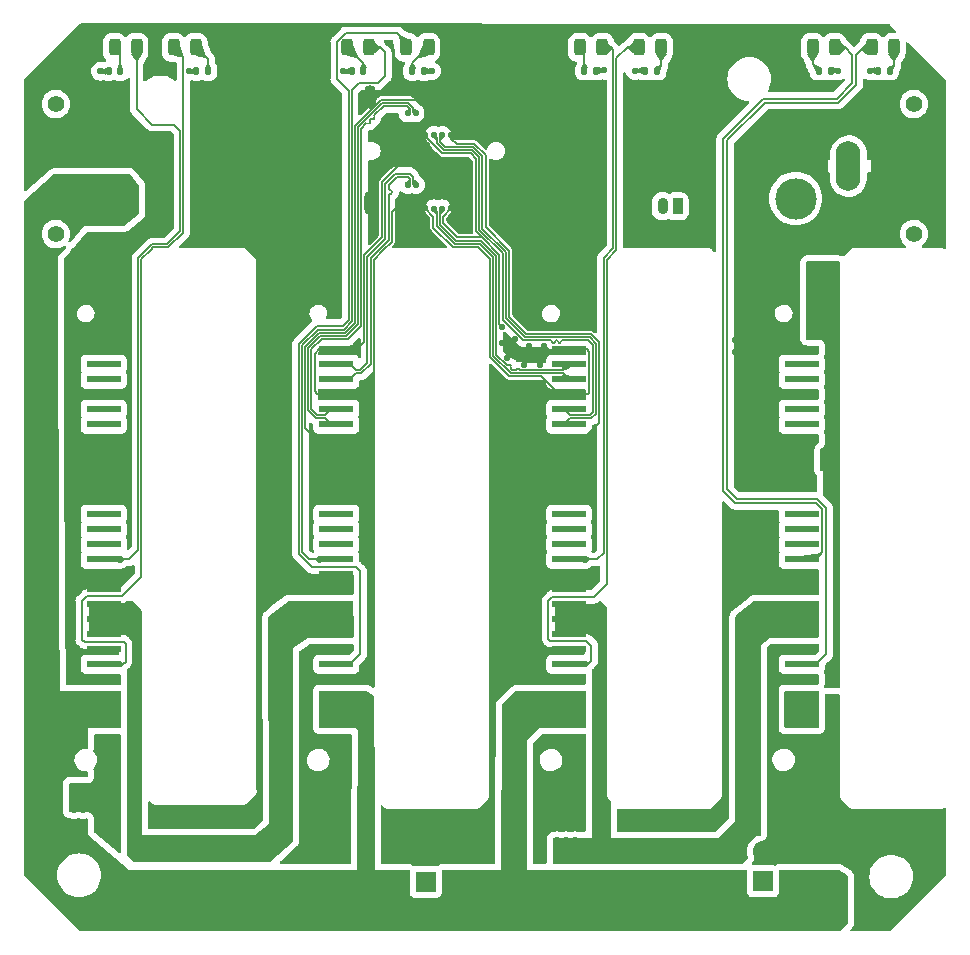
<source format=gtl>
G04 #@! TF.GenerationSoftware,KiCad,Pcbnew,7.0.9*
G04 #@! TF.CreationDate,2024-04-10T09:45:46+08:00*
G04 #@! TF.ProjectId,6__ 2.5_NAS,36d84d20-322e-435f-984e-41532e6b6963,0.3*
G04 #@! TF.SameCoordinates,PXbbc77c0PY26f37c0*
G04 #@! TF.FileFunction,Copper,L1,Top*
G04 #@! TF.FilePolarity,Positive*
%FSLAX45Y45*%
G04 Gerber Fmt 4.5, Leading zero omitted, Abs format (unit mm)*
G04 Created by KiCad (PCBNEW 7.0.9) date 2024-04-10 09:45:46*
%MOMM*%
%LPD*%
G01*
G04 APERTURE LIST*
G04 Aperture macros list*
%AMRoundRect*
0 Rectangle with rounded corners*
0 $1 Rounding radius*
0 $2 $3 $4 $5 $6 $7 $8 $9 X,Y pos of 4 corners*
0 Add a 4 corners polygon primitive as box body*
4,1,4,$2,$3,$4,$5,$6,$7,$8,$9,$2,$3,0*
0 Add four circle primitives for the rounded corners*
1,1,$1+$1,$2,$3*
1,1,$1+$1,$4,$5*
1,1,$1+$1,$6,$7*
1,1,$1+$1,$8,$9*
0 Add four rect primitives between the rounded corners*
20,1,$1+$1,$2,$3,$4,$5,0*
20,1,$1+$1,$4,$5,$6,$7,0*
20,1,$1+$1,$6,$7,$8,$9,0*
20,1,$1+$1,$8,$9,$2,$3,0*%
G04 Aperture macros list end*
G04 #@! TA.AperFunction,SMDPad,CuDef*
%ADD10RoundRect,0.147500X-0.147500X-0.172500X0.147500X-0.172500X0.147500X0.172500X-0.147500X0.172500X0*%
G04 #@! TD*
G04 #@! TA.AperFunction,SMDPad,CuDef*
%ADD11RoundRect,0.147500X0.147500X0.172500X-0.147500X0.172500X-0.147500X-0.172500X0.147500X-0.172500X0*%
G04 #@! TD*
G04 #@! TA.AperFunction,ComponentPad*
%ADD12RoundRect,0.225000X0.225000X0.475000X-0.225000X0.475000X-0.225000X-0.475000X0.225000X-0.475000X0*%
G04 #@! TD*
G04 #@! TA.AperFunction,ComponentPad*
%ADD13O,0.900000X1.400000*%
G04 #@! TD*
G04 #@! TA.AperFunction,SMDPad,CuDef*
%ADD14RoundRect,0.243750X0.243750X0.456250X-0.243750X0.456250X-0.243750X-0.456250X0.243750X-0.456250X0*%
G04 #@! TD*
G04 #@! TA.AperFunction,SMDPad,CuDef*
%ADD15R,2.900000X0.600000*%
G04 #@! TD*
G04 #@! TA.AperFunction,SMDPad,CuDef*
%ADD16R,2.820000X2.440000*%
G04 #@! TD*
G04 #@! TA.AperFunction,SMDPad,CuDef*
%ADD17RoundRect,0.243750X-0.243750X-0.456250X0.243750X-0.456250X0.243750X0.456250X-0.243750X0.456250X0*%
G04 #@! TD*
G04 #@! TA.AperFunction,ComponentPad*
%ADD18O,1.050000X2.000000*%
G04 #@! TD*
G04 #@! TA.AperFunction,ComponentPad*
%ADD19R,1.700000X1.700000*%
G04 #@! TD*
G04 #@! TA.AperFunction,ComponentPad*
%ADD20O,1.700000X1.700000*%
G04 #@! TD*
G04 #@! TA.AperFunction,ComponentPad*
%ADD21C,1.400000*%
G04 #@! TD*
G04 #@! TA.AperFunction,ComponentPad*
%ADD22R,3.500000X3.500000*%
G04 #@! TD*
G04 #@! TA.AperFunction,ComponentPad*
%ADD23C,3.500000*%
G04 #@! TD*
G04 #@! TA.AperFunction,ComponentPad*
%ADD24O,2.100000X4.200000*%
G04 #@! TD*
G04 #@! TA.AperFunction,ComponentPad*
%ADD25O,4.000000X2.000000*%
G04 #@! TD*
G04 #@! TA.AperFunction,ViaPad*
%ADD26C,0.550000*%
G04 #@! TD*
G04 #@! TA.AperFunction,ViaPad*
%ADD27C,0.700000*%
G04 #@! TD*
G04 #@! TA.AperFunction,Conductor*
%ADD28C,0.150000*%
G04 #@! TD*
G04 #@! TA.AperFunction,Conductor*
%ADD29C,0.250000*%
G04 #@! TD*
G04 #@! TA.AperFunction,Conductor*
%ADD30C,0.200000*%
G04 #@! TD*
G04 #@! TA.AperFunction,Conductor*
%ADD31C,0.127000*%
G04 #@! TD*
G04 #@! TA.AperFunction,Conductor*
%ADD32C,0.134620*%
G04 #@! TD*
G04 APERTURE END LIST*
D10*
G04 #@! TO.P,Re,2*
G04 #@! TO.N,Net-(D2-A)*
X4691620Y1145540D03*
G04 #@! TO.P,Re,1*
G04 #@! TO.N,vout1*
X4594620Y1145540D03*
G04 #@! TD*
D11*
G04 #@! TO.P,R2,2*
G04 #@! TO.N,Net-(D1-A)*
X4095420Y1145540D03*
G04 #@! TO.P,R2,1*
G04 #@! TO.N,vout1*
X4192420Y1145540D03*
G04 #@! TD*
D10*
G04 #@! TO.P,R5,2*
G04 #@! TO.N,Net-(D3-A)*
X2720580Y1145540D03*
G04 #@! TO.P,R5,1*
G04 #@! TO.N,vout1*
X2623580Y1145540D03*
G04 #@! TD*
D11*
G04 #@! TO.P,R6,2*
G04 #@! TO.N,Net-(D4-A)*
X2107960Y1145540D03*
G04 #@! TO.P,R6,1*
G04 #@! TO.N,vout1*
X2204960Y1145540D03*
G04 #@! TD*
G04 #@! TO.P,R9,2*
G04 #@! TO.N,Net-(D7-A)*
X652540Y1143000D03*
G04 #@! TO.P,R9,1*
G04 #@! TO.N,vout1*
X749540Y1143000D03*
G04 #@! TD*
D10*
G04 #@! TO.P,Re,1*
G04 #@! TO.N,vout1*
X139460Y1143000D03*
G04 #@! TO.P,Re,2*
G04 #@! TO.N,Net-(D8-A)*
X236460Y1143000D03*
G04 #@! TD*
G04 #@! TO.P,R7,2*
G04 #@! TO.N,Net-(D5-A)*
X-1079260Y1143000D03*
G04 #@! TO.P,R7,1*
G04 #@! TO.N,vout1*
X-1176260Y1143000D03*
G04 #@! TD*
G04 #@! TO.P,R8,2*
G04 #@! TO.N,Net-(D6-A)*
X-1823480Y1140460D03*
G04 #@! TO.P,R8,1*
G04 #@! TO.N,vout1*
X-1920480Y1140460D03*
G04 #@! TD*
D12*
G04 #@! TO.P,REF\u002A\u002A,1*
G04 #@! TO.N,DCIN*
X2897140Y-1740D03*
D13*
G04 #@! TO.P,REF\u002A\u002A,2*
G04 #@! TO.N,SWITCH*
X2772140Y-1740D03*
G04 #@! TD*
D14*
G04 #@! TO.P,D8,1,K*
G04 #@! TO.N,/HOT4*
X288570Y1343190D03*
G04 #@! TO.P,D8,2,A*
G04 #@! TO.N,Net-(D8-A)*
X101070Y1343190D03*
G04 #@! TD*
G04 #@! TO.P,D6,1,K*
G04 #@! TO.N,/HOT3*
X-1681430Y1343190D03*
G04 #@! TO.P,D6,2,A*
G04 #@! TO.N,Net-(D6-A)*
X-1868930Y1343190D03*
G04 #@! TD*
D15*
G04 #@! TO.P,J4,P1,P1*
G04 #@! TO.N,unconnected-(J4-PadP1)*
X-1961510Y-2609210D03*
G04 #@! TO.P,J4,P2,P2*
G04 #@! TO.N,unconnected-(J4-PadP2)*
X-1961510Y-2736210D03*
G04 #@! TO.P,J4,P3,P3*
G04 #@! TO.N,unconnected-(J4-PadP3)*
X-1961510Y-2863210D03*
G04 #@! TO.P,J4,P4,P4*
G04 #@! TO.N,/HOT3*
X-1961510Y-2990210D03*
G04 #@! TO.P,J4,P5,P5*
G04 #@! TO.N,GND*
X-1961510Y-3117210D03*
G04 #@! TO.P,J4,P6,P6*
X-1961510Y-3244210D03*
G04 #@! TO.P,J4,P7,P7*
G04 #@! TO.N,vout1*
X-1961510Y-3371210D03*
G04 #@! TO.P,J4,P8,P8*
X-1961510Y-3498210D03*
G04 #@! TO.P,J4,P9,P9*
X-1961510Y-3625210D03*
G04 #@! TO.P,J4,P10,P10*
G04 #@! TO.N,GND*
X-1961510Y-3752210D03*
G04 #@! TO.P,J4,P11,P11*
G04 #@! TO.N,/DAS3*
X-1961510Y-3879210D03*
G04 #@! TO.P,J4,P12,P12*
G04 #@! TO.N,GND*
X-1961510Y-4006210D03*
G04 #@! TO.P,J4,P13,P13*
G04 #@! TO.N,+12V*
X-1961510Y-4133210D03*
G04 #@! TO.P,J4,P14,P14*
X-1961510Y-4260210D03*
G04 #@! TO.P,J4,P15,P15*
X-1961510Y-4388210D03*
G04 #@! TO.P,J4,S1,S1*
G04 #@! TO.N,GND*
X-1961510Y-1212210D03*
G04 #@! TO.P,J4,S2,S2*
G04 #@! TO.N,3B+*
X-1961510Y-1339210D03*
G04 #@! TO.P,J4,S3,S3*
G04 #@! TO.N,3B-*
X-1961510Y-1466210D03*
G04 #@! TO.P,J4,S4,S4*
G04 #@! TO.N,GND*
X-1961510Y-1593210D03*
G04 #@! TO.P,J4,S5,S5*
G04 #@! TO.N,3A-*
X-1961510Y-1720210D03*
G04 #@! TO.P,J4,S6,S6*
G04 #@! TO.N,3A+*
X-1961510Y-1847210D03*
G04 #@! TO.P,J4,S7,S7*
G04 #@! TO.N,GND*
X-1961510Y-1974210D03*
D16*
G04 #@! TO.P,J4,SH1,SHIELD*
X-2113910Y-591210D03*
G04 #@! TO.P,J4,SH2,SHIELD*
X-2113910Y-5009210D03*
G04 #@! TD*
D17*
G04 #@! TO.P,D5,1,K*
G04 #@! TO.N,/DAS3*
X-1368930Y1343190D03*
G04 #@! TO.P,D5,2,A*
G04 #@! TO.N,Net-(D5-A)*
X-1181430Y1343190D03*
G04 #@! TD*
D15*
G04 #@! TO.P,J1,P1,P1*
G04 #@! TO.N,unconnected-(J1-PadP1)*
X3947790Y-2609210D03*
G04 #@! TO.P,J1,P2,P2*
G04 #@! TO.N,unconnected-(J1-PadP2)*
X3947790Y-2736210D03*
G04 #@! TO.P,J1,P3,P3*
G04 #@! TO.N,unconnected-(J1-PadP3)*
X3947790Y-2863210D03*
G04 #@! TO.P,J1,P4,P4*
G04 #@! TO.N,/HOT1*
X3947790Y-2990210D03*
G04 #@! TO.P,J1,P5,P5*
G04 #@! TO.N,GND*
X3947790Y-3117210D03*
G04 #@! TO.P,J1,P6,P6*
X3947790Y-3244210D03*
G04 #@! TO.P,J1,P7,P7*
G04 #@! TO.N,vout2*
X3947790Y-3371210D03*
G04 #@! TO.P,J1,P8,P8*
X3947790Y-3498210D03*
G04 #@! TO.P,J1,P9,P9*
X3947790Y-3625210D03*
G04 #@! TO.P,J1,P10,P10*
G04 #@! TO.N,GND*
X3947790Y-3752210D03*
G04 #@! TO.P,J1,P11,P11*
G04 #@! TO.N,/DAS1*
X3947790Y-3879210D03*
G04 #@! TO.P,J1,P12,P12*
G04 #@! TO.N,GND*
X3947790Y-4006210D03*
G04 #@! TO.P,J1,P13,P13*
G04 #@! TO.N,+12V*
X3947790Y-4133210D03*
G04 #@! TO.P,J1,P14,P14*
X3947790Y-4260210D03*
G04 #@! TO.P,J1,P15,P15*
X3947790Y-4388210D03*
G04 #@! TO.P,J1,S1,S1*
G04 #@! TO.N,GND*
X3947790Y-1212210D03*
G04 #@! TO.P,J1,S2,S2*
G04 #@! TO.N,1B+*
X3947790Y-1339210D03*
G04 #@! TO.P,J1,S3,S3*
G04 #@! TO.N,1B-*
X3947790Y-1466210D03*
G04 #@! TO.P,J1,S4,S4*
G04 #@! TO.N,GND*
X3947790Y-1593210D03*
G04 #@! TO.P,J1,S5,S5*
G04 #@! TO.N,1A-*
X3947790Y-1720210D03*
G04 #@! TO.P,J1,S6,S6*
G04 #@! TO.N,1A+*
X3947790Y-1847210D03*
G04 #@! TO.P,J1,S7,S7*
G04 #@! TO.N,GND*
X3947790Y-1974210D03*
D16*
G04 #@! TO.P,J1,SH1,SHIELD*
X3795390Y-591210D03*
G04 #@! TO.P,J1,SH2,SHIELD*
X3795390Y-5009210D03*
G04 #@! TD*
D15*
G04 #@! TO.P,J2,P1,P1*
G04 #@! TO.N,unconnected-(J2-PadP1)*
X1977790Y-2609210D03*
G04 #@! TO.P,J2,P2,P2*
G04 #@! TO.N,unconnected-(J2-PadP2)*
X1977790Y-2736210D03*
G04 #@! TO.P,J2,P3,P3*
G04 #@! TO.N,unconnected-(J2-PadP3)*
X1977790Y-2863210D03*
G04 #@! TO.P,J2,P4,P4*
G04 #@! TO.N,/HOT2*
X1977790Y-2990210D03*
G04 #@! TO.P,J2,P5,P5*
G04 #@! TO.N,GND*
X1977790Y-3117210D03*
G04 #@! TO.P,J2,P6,P6*
X1977790Y-3244210D03*
G04 #@! TO.P,J2,P7,P7*
G04 #@! TO.N,vout2*
X1977790Y-3371210D03*
G04 #@! TO.P,J2,P8,P8*
X1977790Y-3498210D03*
G04 #@! TO.P,J2,P9,P9*
X1977790Y-3625210D03*
G04 #@! TO.P,J2,P10,P10*
G04 #@! TO.N,GND*
X1977790Y-3752210D03*
G04 #@! TO.P,J2,P11,P11*
G04 #@! TO.N,/DAS2*
X1977790Y-3879210D03*
G04 #@! TO.P,J2,P12,P12*
G04 #@! TO.N,GND*
X1977790Y-4006210D03*
G04 #@! TO.P,J2,P13,P13*
G04 #@! TO.N,+12V*
X1977790Y-4133210D03*
G04 #@! TO.P,J2,P14,P14*
X1977790Y-4260210D03*
G04 #@! TO.P,J2,P15,P15*
X1977790Y-4388210D03*
G04 #@! TO.P,J2,S1,S1*
G04 #@! TO.N,GND*
X1977790Y-1212210D03*
G04 #@! TO.P,J2,S2,S2*
G04 #@! TO.N,2B+*
X1977790Y-1339210D03*
G04 #@! TO.P,J2,S3,S3*
G04 #@! TO.N,2B-*
X1977790Y-1466210D03*
G04 #@! TO.P,J2,S4,S4*
G04 #@! TO.N,GND*
X1977790Y-1593210D03*
G04 #@! TO.P,J2,S5,S5*
G04 #@! TO.N,2A-*
X1977790Y-1720210D03*
G04 #@! TO.P,J2,S6,S6*
G04 #@! TO.N,2A+*
X1977790Y-1847210D03*
G04 #@! TO.P,J2,S7,S7*
G04 #@! TO.N,GND*
X1977790Y-1974210D03*
D16*
G04 #@! TO.P,J2,SH1,SHIELD*
X1825390Y-591210D03*
G04 #@! TO.P,J2,SH2,SHIELD*
X1825390Y-5009210D03*
G04 #@! TD*
D17*
G04 #@! TO.P,D2,1,K*
G04 #@! TO.N,/DAS1*
X4541070Y1343190D03*
G04 #@! TO.P,D2,2,A*
G04 #@! TO.N,Net-(D2-A)*
X4728570Y1343190D03*
G04 #@! TD*
G04 #@! TO.P,D3,1,K*
G04 #@! TO.N,/DAS2*
X2571070Y1343190D03*
G04 #@! TO.P,D3,2,A*
G04 #@! TO.N,Net-(D3-A)*
X2758570Y1343190D03*
G04 #@! TD*
D14*
G04 #@! TO.P,D4,1,K*
G04 #@! TO.N,/HOT2*
X2258570Y1343190D03*
G04 #@! TO.P,D4,2,A*
G04 #@! TO.N,Net-(D4-A)*
X2071070Y1343190D03*
G04 #@! TD*
D15*
G04 #@! TO.P,J6,P1,P1*
G04 #@! TO.N,unconnected-(J6-PadP1)*
X7790Y-2609210D03*
G04 #@! TO.P,J6,P2,P2*
G04 #@! TO.N,unconnected-(J6-PadP2)*
X7790Y-2736210D03*
G04 #@! TO.P,J6,P3,P3*
G04 #@! TO.N,unconnected-(J6-PadP3)*
X7790Y-2863210D03*
G04 #@! TO.P,J6,P4,P4*
G04 #@! TO.N,/HOT4*
X7790Y-2990210D03*
G04 #@! TO.P,J6,P5,P5*
G04 #@! TO.N,GND*
X7790Y-3117210D03*
G04 #@! TO.P,J6,P6,P6*
X7790Y-3244210D03*
G04 #@! TO.P,J6,P7,P7*
G04 #@! TO.N,vout1*
X7790Y-3371210D03*
G04 #@! TO.P,J6,P8,P8*
X7790Y-3498210D03*
G04 #@! TO.P,J6,P9,P9*
X7790Y-3625210D03*
G04 #@! TO.P,J6,P10,P10*
G04 #@! TO.N,GND*
X7790Y-3752210D03*
G04 #@! TO.P,J6,P11,P11*
G04 #@! TO.N,/DAS4*
X7790Y-3879210D03*
G04 #@! TO.P,J6,P12,P12*
G04 #@! TO.N,GND*
X7790Y-4006210D03*
G04 #@! TO.P,J6,P13,P13*
G04 #@! TO.N,+12V*
X7790Y-4133210D03*
G04 #@! TO.P,J6,P14,P14*
X7790Y-4260210D03*
G04 #@! TO.P,J6,P15,P15*
X7790Y-4388210D03*
G04 #@! TO.P,J6,S1,S1*
G04 #@! TO.N,GND*
X7790Y-1212210D03*
G04 #@! TO.P,J6,S2,S2*
G04 #@! TO.N,4B+*
X7790Y-1339210D03*
G04 #@! TO.P,J6,S3,S3*
G04 #@! TO.N,4B-*
X7790Y-1466210D03*
G04 #@! TO.P,J6,S4,S4*
G04 #@! TO.N,GND*
X7790Y-1593210D03*
G04 #@! TO.P,J6,S5,S5*
G04 #@! TO.N,4A-*
X7790Y-1720210D03*
G04 #@! TO.P,J6,S6,S6*
G04 #@! TO.N,4A+*
X7790Y-1847210D03*
G04 #@! TO.P,J6,S7,S7*
G04 #@! TO.N,GND*
X7790Y-1974210D03*
D16*
G04 #@! TO.P,J6,SH1,SHIELD*
X-144610Y-591210D03*
G04 #@! TO.P,J6,SH2,SHIELD*
X-144610Y-5009210D03*
G04 #@! TD*
D17*
G04 #@! TO.P,D7,1,K*
G04 #@! TO.N,/DAS4*
X601070Y1343190D03*
G04 #@! TO.P,D7,2,A*
G04 #@! TO.N,Net-(D7-A)*
X788570Y1343190D03*
G04 #@! TD*
D14*
G04 #@! TO.P,D1,1,K*
G04 #@! TO.N,/HOT1*
X4228570Y1343190D03*
G04 #@! TO.P,D1,2,A*
G04 #@! TO.N,Net-(D1-A)*
X4041070Y1343190D03*
G04 #@! TD*
D18*
G04 #@! TO.P,J3,SH1*
G04 #@! TO.N,GND*
X1375620Y920320D03*
G04 #@! TO.P,J3,SH2*
X290620Y920320D03*
G04 #@! TO.P,J3,SH3*
X1375620Y28320D03*
G04 #@! TO.P,J3,SH4*
X290620Y28320D03*
G04 #@! TD*
D19*
G04 #@! TO.P,J9,1,Pin_1*
G04 #@! TO.N,fan1*
X3619500Y-5717540D03*
D20*
G04 #@! TO.P,J9,2,Pin_2*
G04 #@! TO.N,GND*
X3619500Y-5463540D03*
G04 #@! TD*
D21*
G04 #@! TO.P,J8,*
G04 #@! TO.N,*
X4897120Y-236400D03*
X4897120Y863600D03*
D22*
G04 #@! TO.P,J8,1,N*
G04 #@! TO.N,GND*
X3897120Y563600D03*
D23*
G04 #@! TO.P,J8,2,P*
G04 #@! TO.N,+12V*
X3897120Y63600D03*
G04 #@! TD*
D24*
G04 #@! TO.P,J11,1*
G04 #@! TO.N,DCIN*
X4343920Y337820D03*
D25*
G04 #@! TO.P,J11,2*
G04 #@! TO.N,GND*
X4573920Y867820D03*
G04 #@! TO.P,J11,3*
X4943920Y617820D03*
G04 #@! TD*
D21*
G04 #@! TO.P,J7,*
G04 #@! TO.N,*
X-2367280Y863600D03*
X-2367280Y-236400D03*
D22*
G04 #@! TO.P,J7,1,N*
G04 #@! TO.N,GND*
X-1867280Y563600D03*
D23*
G04 #@! TO.P,J7,2,P*
G04 #@! TO.N,+12V*
X-1867280Y63600D03*
G04 #@! TD*
D19*
G04 #@! TO.P,J10,1,Pin_1*
G04 #@! TO.N,fan2*
X764540Y-5722620D03*
D20*
G04 #@! TO.P,J10,2,Pin_2*
G04 #@! TO.N,GND*
X764540Y-5468620D03*
G04 #@! TD*
D26*
G04 #@! TO.N,vout1*
X4523740Y1145540D03*
X4259580Y1145540D03*
X2534920Y1145540D03*
X2273300Y1148080D03*
X815340Y1143000D03*
X61740Y1143000D03*
X-1242060Y1143000D03*
X-1988820Y1140460D03*
G04 #@! TO.N,GND*
X1932940Y-1973580D03*
X-640080Y-3230880D03*
X-1960880Y-1592580D03*
X1874520Y-5110480D03*
X1468120Y-2570480D03*
X983120Y599440D03*
X-5080Y-4958080D03*
X3731260Y-1343388D03*
X3947160Y-1592580D03*
X-81280Y-5110480D03*
X3433493Y-1343388D03*
X3296920Y-2621280D03*
X533400Y444500D03*
X1468120Y-2494280D03*
X1874520Y-5034280D03*
X3322320Y-3256280D03*
X-2232660Y-1524000D03*
X1468120Y-2646680D03*
X-233680Y-5110480D03*
X-1968500Y-1214120D03*
X1544320Y-2570480D03*
X-2138680Y-4958080D03*
X1978660Y-1595120D03*
X1544320Y-2646680D03*
X3677920Y-4907280D03*
X1391920Y-2646680D03*
X1722120Y-5034280D03*
X3677920Y-5135880D03*
X-2062480Y-5034280D03*
X-640080Y-3307080D03*
X3550920Y-3256280D03*
X1638300Y-1185182D03*
X756920Y-17780D03*
X3627120Y-3256280D03*
X-2214880Y-5034280D03*
X3677920Y-5059680D03*
X-2062480Y-4958080D03*
X-411480Y-3230880D03*
X3525520Y-2621280D03*
X3382282Y-1137920D03*
X1409494Y-1160780D03*
X3578860Y-1343388D03*
X1950720Y-5034280D03*
X1950720Y-4958080D03*
X-157480Y-5034280D03*
X1874520Y-4958080D03*
X-487680Y-3230880D03*
X1950720Y-5110480D03*
X3474720Y-3256280D03*
X7790Y-1212210D03*
X-563880Y-3230880D03*
X3601720Y-2621280D03*
X-335280Y-3230880D03*
X-1986280Y-4958080D03*
X-5080Y-5034280D03*
X-2062480Y-5110480D03*
X-563880Y-3307080D03*
X1620520Y-2494280D03*
X1722120Y-4958080D03*
X-1986280Y-5110480D03*
X1391920Y-2570480D03*
X1391920Y-2494280D03*
X-233680Y-5034280D03*
X-2138680Y-5110480D03*
X3373120Y-2621280D03*
X1454640Y-1283480D03*
X-157480Y-4958080D03*
X-81280Y-4958080D03*
X1798320Y-4958080D03*
X1978660Y-1211580D03*
X-2214880Y-4958080D03*
X-487680Y-3307080D03*
X1722120Y-5110480D03*
X1767840Y-1185182D03*
X1798320Y-5034280D03*
X-2138680Y-5034280D03*
X3525520Y-2621280D03*
X1544320Y-2494280D03*
X3449320Y-2621280D03*
X3713480Y-1177562D03*
X3903980Y-1973580D03*
X-157480Y-5110480D03*
X3398520Y-3256280D03*
X-5080Y-5110480D03*
X-233680Y-4958080D03*
X3382282Y-1236980D03*
X-81280Y-5034280D03*
X-2214880Y-5110480D03*
X758120Y599440D03*
X533400Y-15240D03*
X-1986280Y-5034280D03*
X1798320Y-5110480D03*
X1517160Y-1129520D03*
X3545840Y-1177562D03*
X983120Y-17780D03*
X-2006600Y-1976120D03*
X-38100Y-1976120D03*
X1620520Y-2646680D03*
X1734820Y-1342748D03*
X1595120Y-1342748D03*
X3949700Y-1211580D03*
X1410051Y-1022410D03*
X1620520Y-2570480D03*
X3677920Y-4983480D03*
D27*
G04 #@! TO.N,+12V*
X-2042160Y-4224020D03*
X2636520Y-5669280D03*
X1978660Y-4224020D03*
X-1889760Y-4224020D03*
D26*
X4038600Y-510540D03*
D27*
X2054860Y-4147820D03*
X86360Y-4297680D03*
X4033520Y-5897880D03*
X1978660Y-4147820D03*
X3870960Y-4373880D03*
X-66040Y-4373880D03*
X-1965960Y-4300220D03*
D26*
X4229100Y-866140D03*
X4089400Y-868680D03*
X4038600Y-566420D03*
X4229100Y-922020D03*
D27*
X-1965960Y-4147820D03*
D26*
X4173220Y-513080D03*
X4173220Y-624840D03*
D27*
X4023360Y-4145280D03*
X4185920Y-5821680D03*
X-1889760Y-4147820D03*
X3870960Y-4145280D03*
X-66040Y-4297680D03*
X1902460Y-4300220D03*
D26*
X4173220Y-810260D03*
D27*
X-320040Y-5979160D03*
X2788920Y-5974080D03*
X-2042160Y-4300220D03*
X-1889760Y-4300220D03*
X-66040Y-4373880D03*
D26*
X4231640Y-2123440D03*
D27*
X-396240Y-5750560D03*
D26*
X4038600Y-678180D03*
X4229100Y-513080D03*
D27*
X2712720Y-5897880D03*
X1902460Y-4147820D03*
X3947160Y-4373880D03*
X4109720Y-5745480D03*
D26*
X4089400Y-756920D03*
D27*
X-320040Y-5902960D03*
X2636520Y-5745480D03*
X1902460Y-4376420D03*
D26*
X4229100Y-754380D03*
D27*
X4185920Y-5897880D03*
X3870960Y-4297680D03*
X3957320Y-5821680D03*
D26*
X4229100Y-624840D03*
X4173220Y-866140D03*
D27*
X1902460Y-4224020D03*
D26*
X4229100Y-810260D03*
X4229100Y-680720D03*
D27*
X-243840Y-5750560D03*
D26*
X4094480Y-566420D03*
D27*
X-66040Y-4221480D03*
X-396240Y-5826760D03*
X1902460Y-4376420D03*
D26*
X4236720Y-4051300D03*
X4229100Y-866140D03*
D27*
X86360Y-4221480D03*
X-2042160Y-4224020D03*
D26*
X4033520Y-812800D03*
D27*
X-320040Y-5750560D03*
D26*
X4175760Y-2179320D03*
X4175760Y-2067560D03*
D27*
X3957320Y-5897880D03*
X3957320Y-5745480D03*
X2712720Y-5821680D03*
X4033520Y-5745480D03*
X2788920Y-5897880D03*
X-2042160Y-4376420D03*
X10160Y-4221480D03*
X1978660Y-4376420D03*
X3870960Y-4297680D03*
X1902460Y-4300220D03*
D26*
X4236720Y-3939540D03*
D27*
X2636520Y-5897880D03*
D26*
X4180840Y-4051300D03*
X4180840Y-3883660D03*
D27*
X4023360Y-4297680D03*
X-320040Y-5826760D03*
D26*
X4173220Y-568960D03*
X4236720Y-3995420D03*
D27*
X2054860Y-4224020D03*
X4109720Y-5897880D03*
X1902460Y-4147820D03*
X1902460Y-4224020D03*
D26*
X4173220Y-922020D03*
D27*
X-320040Y-5674360D03*
X-396240Y-5902960D03*
X-66040Y-4221480D03*
X3870960Y-4145280D03*
X10160Y-4297680D03*
X2636520Y-5974080D03*
X2788920Y-5669280D03*
X4109720Y-5821680D03*
D26*
X4033520Y-924560D03*
X4175760Y-2011680D03*
X4089400Y-812800D03*
D27*
X2712720Y-5745480D03*
D26*
X4180840Y-3939540D03*
X4236720Y-3883660D03*
X4236720Y-3995420D03*
X4089400Y-924560D03*
D27*
X86360Y-4373880D03*
X10160Y-4373880D03*
X4033520Y-5821680D03*
D26*
X4175760Y-2123440D03*
D27*
X2054860Y-4300220D03*
X3947160Y-4221480D03*
X4185920Y-5745480D03*
X-1965960Y-4376420D03*
X3870960Y-4221480D03*
X-1889760Y-4376420D03*
X-243840Y-5902960D03*
D26*
X4231640Y-2123440D03*
D27*
X2054860Y-4376420D03*
X2712720Y-5974080D03*
D26*
X4229100Y-624840D03*
D27*
X-66040Y-4145280D03*
D26*
X4231640Y-2011680D03*
X4038600Y-622300D03*
D27*
X10160Y-4145280D03*
X2788920Y-5745480D03*
X2636520Y-5821680D03*
D26*
X4089400Y-868680D03*
D27*
X4185920Y-5745480D03*
X1978660Y-4300220D03*
X4023360Y-4221480D03*
X-243840Y-5826760D03*
D26*
X4229100Y-568960D03*
D27*
X2712720Y-5669280D03*
D26*
X4094480Y-622300D03*
D27*
X-2042160Y-4147820D03*
X-243840Y-5750560D03*
X3881120Y-5897880D03*
X-1965960Y-4224020D03*
D26*
X4231640Y-2179320D03*
D27*
X-243840Y-5979160D03*
X-243840Y-5826760D03*
X-243840Y-5979160D03*
X-396240Y-5674360D03*
D26*
X4180840Y-3995420D03*
D27*
X2788920Y-5897880D03*
X-66040Y-4145280D03*
X-66040Y-4297680D03*
D26*
X4033520Y-868680D03*
D27*
X3870960Y-4373880D03*
D26*
X4094480Y-510540D03*
D27*
X2788920Y-5745480D03*
D26*
X4033520Y-756920D03*
D27*
X-243840Y-5674360D03*
D26*
X4173220Y-754380D03*
D27*
X4033520Y-5745480D03*
X3947160Y-4297680D03*
X3881120Y-5821680D03*
X-396240Y-5979160D03*
X2788920Y-5821680D03*
D26*
X4094480Y-678180D03*
D27*
X86360Y-4145280D03*
X2788920Y-5821680D03*
X3870960Y-4221480D03*
X-2042160Y-4147820D03*
X4109720Y-5745480D03*
D26*
X4173220Y-680720D03*
D27*
X-2042160Y-4376420D03*
X3947160Y-4145280D03*
D26*
X4094480Y-622300D03*
D27*
X3957320Y-5745480D03*
X-2042160Y-4300220D03*
X3881120Y-5745480D03*
D26*
X4231640Y-2067560D03*
D27*
X2788920Y-5974080D03*
X4023360Y-4373880D03*
X-243840Y-5902960D03*
D26*
G04 #@! TO.N,1A+*
X3903980Y-1846580D03*
G04 #@! TO.N,1A-*
X3903980Y-1722120D03*
G04 #@! TO.N,1B-*
X3949700Y-1468120D03*
G04 #@! TO.N,2B+*
X904470Y-21735D03*
G04 #@! TO.N,2B-*
X836770Y-21735D03*
G04 #@! TO.N,2A-*
X836770Y600665D03*
G04 #@! TO.N,2A+*
X904470Y600665D03*
G04 #@! TO.N,4B+*
X679470Y180914D03*
G04 #@! TO.N,4B-*
X611770Y180914D03*
G04 #@! TO.N,4A-*
X611770Y785447D03*
G04 #@! TO.N,4A+*
X679470Y785447D03*
G04 #@! TO.N,1B+*
X3949700Y-1338580D03*
G04 #@! TO.N,3B+*
X-1960880Y-1338580D03*
G04 #@! TO.N,3B-*
X-1960880Y-1468120D03*
G04 #@! TO.N,3A+*
X-2006600Y-1846580D03*
G04 #@! TO.N,3A-*
X-2006600Y-1719580D03*
D27*
G04 #@! TO.N,vout1*
X-66040Y-3535680D03*
X-2021840Y-3388360D03*
X-1008380Y-5516880D03*
X10160Y-3459480D03*
X-1160780Y-5440680D03*
X-2021840Y-3616960D03*
X86360Y-3383280D03*
X-2021840Y-3540760D03*
X-1945640Y-3540760D03*
X-1084580Y-5440680D03*
X-66040Y-3535680D03*
X-1869440Y-3464560D03*
X-1160780Y-5516880D03*
X-1945640Y-3616960D03*
X-66040Y-3459480D03*
X86360Y-3611880D03*
X-2021840Y-3464560D03*
X-2021840Y-3540760D03*
X-1008380Y-5364480D03*
X-66040Y-3611880D03*
X-66040Y-3611880D03*
X-1084580Y-5364480D03*
X-1945640Y-3388360D03*
X-66040Y-3383280D03*
X-2021840Y-3388360D03*
X-1160780Y-5364480D03*
X-1008380Y-5440680D03*
X10160Y-3535680D03*
X-2021840Y-3464560D03*
X-1869440Y-3616960D03*
X86360Y-3459480D03*
X-1084580Y-5516880D03*
X-66040Y-3383280D03*
X-1869440Y-3540760D03*
X-1945640Y-3464560D03*
X-66040Y-3459480D03*
X10160Y-3383280D03*
X10160Y-3611880D03*
X-2021840Y-3616960D03*
X-1869440Y-3388360D03*
X86360Y-3535680D03*
G04 #@! TO.N,vout2*
X2026920Y-5379720D03*
X1902460Y-3385820D03*
X1950720Y-5532120D03*
X4025900Y-3609340D03*
X3949700Y-3380740D03*
X3873500Y-3380740D03*
X4025900Y-3380740D03*
X1902460Y-3614420D03*
X3873500Y-3533140D03*
X3873500Y-3609340D03*
X1902460Y-3462020D03*
X1902460Y-3538220D03*
X2054860Y-3614420D03*
X3873500Y-3380740D03*
X3949700Y-3533140D03*
X2026920Y-5455920D03*
X3873500Y-3533140D03*
X4025900Y-3533140D03*
X1902460Y-3462020D03*
X1978660Y-3385820D03*
X1874520Y-5455920D03*
X1902460Y-3614420D03*
X2054860Y-3385820D03*
X4025900Y-3456940D03*
X1950720Y-5379720D03*
X1978660Y-3462020D03*
X3873500Y-3456940D03*
X1874520Y-5379720D03*
X1902460Y-3538220D03*
X3873500Y-3456940D03*
X3873500Y-3609340D03*
X1902460Y-3385820D03*
X1950720Y-5455920D03*
X1978660Y-3614420D03*
X2054860Y-3462020D03*
X3949700Y-3609340D03*
X2026920Y-5532120D03*
X1874520Y-5532120D03*
X1978660Y-3538220D03*
X3949700Y-3456940D03*
X2054860Y-3538220D03*
G04 #@! TD*
D28*
G04 #@! TO.N,GND*
X476892Y-301484D02*
X404428Y-373948D01*
X476892Y-53968D02*
X476892Y-301484D01*
X515620Y-15240D02*
X476892Y-53968D01*
X533400Y-15240D02*
X515620Y-15240D01*
D29*
G04 #@! TO.N,vout1*
X4594620Y1145540D02*
X4523740Y1145540D01*
X4192420Y1145540D02*
X4259580Y1145540D01*
X2623580Y1145540D02*
X2534920Y1145540D01*
X2270760Y1145540D02*
X2273300Y1148080D01*
X2204960Y1145540D02*
X2270760Y1145540D01*
X749540Y1143000D02*
X815340Y1143000D01*
X139460Y1143000D02*
X61740Y1143000D01*
X-1176260Y1143000D02*
X-1242060Y1143000D01*
X-1920480Y1140460D02*
X-1988820Y1140460D01*
D30*
G04 #@! TO.N,Net-(D2-A)*
X4728570Y1343190D02*
X4728570Y1182490D01*
X4728570Y1182490D02*
X4691620Y1145540D01*
G04 #@! TO.N,Net-(D1-A)*
X4041070Y1199890D02*
X4095420Y1145540D01*
X4041070Y1343190D02*
X4041070Y1199890D01*
G04 #@! TO.N,Net-(D3-A)*
X2758570Y1183530D02*
X2720580Y1145540D01*
X2758570Y1343190D02*
X2758570Y1183530D01*
G04 #@! TO.N,Net-(D4-A)*
X2107960Y1306300D02*
X2071070Y1343190D01*
X2107960Y1145540D02*
X2107960Y1306300D01*
G04 #@! TO.N,Net-(D7-A)*
X652540Y1207160D02*
X788570Y1343190D01*
X652540Y1143000D02*
X652540Y1207160D01*
G04 #@! TO.N,Net-(D8-A)*
X236460Y1207800D02*
X101070Y1343190D01*
X236460Y1143000D02*
X236460Y1207800D01*
G04 #@! TO.N,Net-(D5-A)*
X-1079260Y1241020D02*
X-1181430Y1343190D01*
X-1079260Y1143000D02*
X-1079260Y1241020D01*
G04 #@! TO.N,Net-(D6-A)*
X-1823480Y1297740D02*
X-1868930Y1343190D01*
X-1823480Y1140460D02*
X-1823480Y1297740D01*
D28*
G04 #@! TO.N,GND*
X758120Y837000D02*
X693420Y901700D01*
X758120Y599440D02*
X758120Y594994D01*
X1978660Y-1211580D02*
X1978030Y-1212210D01*
X1614234Y-1085208D02*
X2162874Y-1085208D01*
X324571Y-1513840D02*
X245201Y-1593210D01*
X1472496Y-1442722D02*
X1742442Y-1442722D01*
X910851Y-118385D02*
X910851Y-145605D01*
X182250Y-1212210D02*
X7790Y-1212210D01*
X1191888Y-213353D02*
X1242730Y-264195D01*
X1271912Y433134D02*
X1271912Y-180206D01*
X996610Y-348910D02*
X1208637Y-348910D01*
X1742442Y-1442722D02*
X1892930Y-1593210D01*
X429466Y-348910D02*
X404428Y-373948D01*
X756920Y-17780D02*
X829938Y-90798D01*
X-175888Y-1250308D02*
X-137790Y-1212210D01*
X829938Y-90798D02*
X829938Y-182238D01*
X693420Y901700D02*
X387914Y901700D01*
X-154940Y-1976120D02*
X-38100Y-1976120D01*
X1177354Y527692D02*
X1271912Y433134D01*
X-152210Y-1593210D02*
X-175888Y-1569532D01*
X2231354Y-1835646D02*
X2092790Y-1974210D01*
X404428Y-373948D02*
X324570Y-453806D01*
X758120Y594994D02*
X905446Y447668D01*
X910851Y-145605D02*
X1029406Y-264160D01*
X-137790Y-1212210D02*
X7790Y-1212210D01*
X-255912Y-1875148D02*
X-154940Y-1976120D01*
X2092790Y-1974210D02*
X1977790Y-1974210D01*
X983120Y571360D02*
X1026788Y527692D01*
X396868Y201288D02*
X396868Y-263532D01*
X2138050Y-1593210D02*
X2151380Y-1579880D01*
X1978030Y-1212210D02*
X1889390Y-1212210D01*
X1309520Y-449793D02*
X1309520Y-1279746D01*
X1309520Y-1279746D02*
X1472496Y-1442722D01*
X-138494Y-1072508D02*
X-255912Y-1189926D01*
X2151380Y-1579880D02*
X2151380Y-1231900D01*
X2162874Y-1085208D02*
X2231354Y-1153688D01*
X387914Y901700D02*
X164622Y678408D01*
X1242766Y-264160D02*
X1389544Y-410938D01*
X829938Y-182238D02*
X996610Y-348910D01*
X1271912Y-180206D02*
X1469518Y-377812D01*
X1892930Y-1593210D02*
X1977790Y-1593210D01*
X396868Y-263532D02*
X244596Y-415804D01*
X1389544Y-1001903D02*
X1410051Y-1022410D01*
X7790Y-1593210D02*
X-152210Y-1593210D01*
X2151380Y-1231900D02*
X2131690Y-1212210D01*
X905446Y447668D02*
X1144206Y447668D01*
X533400Y444500D02*
X533400Y337820D01*
X244596Y-415804D02*
X244596Y-1149864D01*
X1026788Y527692D02*
X1177354Y527692D01*
X-255912Y-1189926D02*
X-255912Y-1875148D01*
X758120Y599440D02*
X758120Y837000D01*
X1029406Y-264160D02*
X1242766Y-264160D01*
X1144206Y447668D02*
X1191888Y399986D01*
X983120Y599440D02*
X983120Y571360D01*
X164622Y-988538D02*
X80652Y-1072508D01*
X1977790Y-1593210D02*
X2138050Y-1593210D01*
X245201Y-1593210D02*
X7790Y-1593210D01*
X2231354Y-1153688D02*
X2231354Y-1835646D01*
X164622Y678408D02*
X164622Y-988538D01*
X910632Y-118166D02*
X910851Y-118385D01*
X1469518Y-940492D02*
X1614234Y-1085208D01*
X1389544Y-410938D02*
X1389544Y-1001903D01*
X910632Y-90268D02*
X910632Y-118166D01*
X2131690Y-1212210D02*
X1977790Y-1212210D01*
X80652Y-1072508D02*
X-138494Y-1072508D01*
X1191888Y399986D02*
X1191888Y-213353D01*
X1469518Y-377812D02*
X1469518Y-940492D01*
X533400Y337820D02*
X396868Y201288D01*
X244596Y-1149864D02*
X182250Y-1212210D01*
X1208637Y-348910D02*
X1309520Y-449793D01*
X324570Y-453806D02*
X324571Y-1513840D01*
X-175888Y-1569532D02*
X-175888Y-1250308D01*
X983120Y-17780D02*
X910632Y-90268D01*
G04 #@! TO.N,/DAS1*
X4472470Y1343190D02*
X4409200Y1279920D01*
X4070990Y-3879210D02*
X3947790Y-3879210D01*
X3317000Y557922D02*
X3317000Y-2396882D01*
X4153361Y-2552523D02*
X4153361Y-3796839D01*
X3635378Y876300D02*
X3317000Y557922D01*
X3399398Y-2479280D02*
X4080118Y-2479280D01*
X4409200Y1279920D02*
X4409200Y1025920D01*
X4541070Y1343190D02*
X4472470Y1343190D01*
X4409200Y1025920D02*
X4259580Y876300D01*
X4080118Y-2479280D02*
X4153361Y-2552523D01*
X4153361Y-3796839D02*
X4070990Y-3879210D01*
X3317000Y-2396882D02*
X3399398Y-2479280D01*
X4259580Y876300D02*
X3635378Y876300D01*
G04 #@! TO.N,/HOT1*
X4376420Y1039498D02*
X4376420Y1277620D01*
X4066540Y-2512060D02*
X3385820Y-2512060D01*
X3284220Y-2410460D02*
X3284220Y571500D01*
X4376420Y1277620D02*
X4310850Y1343190D01*
X3284220Y571500D02*
X3621800Y909080D01*
X4062790Y-2990210D02*
X4120581Y-2932419D01*
X4310850Y1343190D02*
X4228570Y1343190D01*
X4120581Y-2566101D02*
X4066540Y-2512060D01*
X3621800Y909080D02*
X4246002Y909080D01*
X3385820Y-2512060D02*
X3284220Y-2410460D01*
X4246002Y909080D02*
X4376420Y1039498D01*
X3947790Y-2990210D02*
X4062790Y-2990210D01*
X4120581Y-2932419D02*
X4120581Y-2566101D01*
D31*
G04 #@! TO.N,/HOT2*
X2270320Y-443761D02*
X2270320Y-2936680D01*
X2354580Y-359501D02*
X2270320Y-443761D01*
X2258570Y1343190D02*
X2329650Y1343190D01*
X2354580Y1318260D02*
X2354580Y-359501D01*
X2270320Y-2936680D02*
X2216790Y-2990210D01*
X2329650Y1343190D02*
X2354580Y1318260D01*
X2216790Y-2990210D02*
X1977790Y-2990210D01*
G04 #@! TO.N,/DAS2*
X1821180Y-3680460D02*
X1803400Y-3662680D01*
X2379980Y1249680D02*
X2473490Y1343190D01*
X2379980Y-370022D02*
X2379980Y1249680D01*
X1803400Y-3342640D02*
X1836420Y-3309620D01*
X2166620Y-3721100D02*
X2125980Y-3680460D01*
X1977790Y-3879210D02*
X2138050Y-3879210D01*
X2166620Y-3850640D02*
X2166620Y-3721100D01*
X2138050Y-3879210D02*
X2166620Y-3850640D01*
X2295720Y-3200840D02*
X2295720Y-454282D01*
X2473490Y1343190D02*
X2571070Y1343190D01*
X1836420Y-3309620D02*
X2186940Y-3309620D01*
X2125980Y-3680460D02*
X1821180Y-3680460D01*
X2186940Y-3309620D02*
X2295720Y-3200840D01*
X1803400Y-3662680D02*
X1803400Y-3342640D01*
X2295720Y-454282D02*
X2379980Y-370022D01*
G04 #@! TO.N,/HOT3*
X-1681430Y1343190D02*
X-1681430Y820370D01*
X-1748150Y-2990210D02*
X-1961510Y-2990210D01*
X-1668980Y-441599D02*
X-1668980Y-2911040D01*
X-1314021Y-213840D02*
X-1424841Y-324660D01*
X-1668980Y-2911040D02*
X-1748150Y-2990210D01*
X-1681430Y820370D02*
X-1549400Y688340D01*
X-1314021Y635841D02*
X-1314021Y-213840D01*
X-1424841Y-324660D02*
X-1552041Y-324660D01*
X-1366520Y688340D02*
X-1314021Y635841D01*
X-1552041Y-324660D02*
X-1668980Y-441599D01*
X-1549400Y688340D02*
X-1366520Y688340D01*
G04 #@! TO.N,/DAS3*
X-1368930Y1343190D02*
X-1288621Y1262881D01*
X-1642011Y-452120D02*
X-1643580Y-452120D01*
X-1414320Y-350060D02*
X-1540058Y-350060D01*
X-1806200Y-3302000D02*
X-1643580Y-3139380D01*
X-1643580Y-3139380D02*
X-1643580Y-2369820D01*
X-2143760Y-3670300D02*
X-2143760Y-3340360D01*
X-2143760Y-3340360D02*
X-2105400Y-3302000D01*
X-1790700Y-3690620D02*
X-2123440Y-3690620D01*
X-2123440Y-3690620D02*
X-2143760Y-3670300D01*
X-1288621Y-224361D02*
X-1414320Y-350060D01*
X-1775460Y-3858260D02*
X-1775460Y-3705860D01*
X-1775460Y-3705860D02*
X-1790700Y-3690620D01*
X-1564280Y-374389D02*
X-1642011Y-452120D01*
X-1796410Y-3879210D02*
X-1775460Y-3858260D01*
X-1288621Y1262881D02*
X-1288621Y-224361D01*
X-1540058Y-350060D02*
X-1564280Y-374282D01*
X-2105400Y-3302000D02*
X-1806200Y-3302000D01*
X-1564280Y-374282D02*
X-1564280Y-374389D01*
X-1961510Y-3879210D02*
X-1796410Y-3879210D01*
X-1643580Y-452120D02*
X-1643580Y-2379980D01*
G04 #@! TO.N,/HOT4*
X-149491Y-1045958D02*
X-282462Y-1178929D01*
X-282462Y-1178929D02*
X-282462Y-2930638D01*
X361190Y1039370D02*
X196090Y1039370D01*
X-282462Y-2930638D02*
X-222890Y-2990210D01*
X376390Y1343190D02*
X419100Y1300480D01*
X419100Y1097280D02*
X361190Y1039370D01*
X138072Y981352D02*
X138072Y-977541D01*
X69655Y-1045958D02*
X-149491Y-1045958D01*
X138072Y-977541D02*
X69655Y-1045958D01*
X419100Y1300480D02*
X419100Y1097280D01*
X-222890Y-2990210D02*
X7790Y-2990210D01*
X288570Y1343190D02*
X376390Y1343190D01*
X196090Y1039370D02*
X138072Y981352D01*
G04 #@! TO.N,/DAS4*
X112672Y976988D02*
X112672Y-964288D01*
X112672Y-964288D02*
X60960Y-1016000D01*
X-309880Y-1170426D02*
X-309880Y-2943860D01*
X601070Y1343190D02*
X601070Y1385210D01*
X-309880Y-2943860D02*
X-198120Y-3055620D01*
X15240Y1074420D02*
X112672Y976988D01*
X210820Y-3791180D02*
X122790Y-3879210D01*
X210820Y-3093720D02*
X210820Y-3791180D01*
X-155454Y-1016000D02*
X-309880Y-1170426D01*
X601070Y1385210D02*
X523240Y1463040D01*
X523240Y1463040D02*
X88832Y1463040D01*
X122790Y-3879210D02*
X7790Y-3879210D01*
X-198120Y-3055620D02*
X172720Y-3055620D01*
X15240Y1389448D02*
X15240Y1074420D01*
X60960Y-1016000D02*
X-155454Y-1016000D01*
X88832Y1463040D02*
X15240Y1389448D01*
X172720Y-3055620D02*
X210820Y-3093720D01*
D32*
G04 #@! TO.N,2B+*
X883701Y-129321D02*
X883920Y-129540D01*
X1494488Y-1389629D02*
X1525650Y-1389629D01*
X883920Y-129540D02*
X883920Y-156761D01*
X1484955Y-1363134D02*
X1484955Y-1363134D01*
X1539643Y-1375637D02*
X1551812Y-1375637D01*
X904470Y-21735D02*
X883701Y-42504D01*
X1236386Y-295867D02*
X1362613Y-422094D01*
X1577974Y-1389629D02*
X1927371Y-1389629D01*
X1565805Y-1389629D02*
X1577974Y-1389629D01*
X1558809Y-1382633D02*
X1558809Y-1382633D01*
X1483418Y-1344635D02*
X1484955Y-1346172D01*
X883920Y-156761D02*
X1023026Y-295867D01*
X1362613Y-1257754D02*
X1449494Y-1344635D01*
X1362613Y-422094D02*
X1362613Y-1257754D01*
X1484955Y-1380096D02*
X1484955Y-1380096D01*
X1927371Y-1389629D02*
X1977790Y-1339210D01*
X883701Y-42504D02*
X883701Y-129321D01*
X1466456Y-1344635D02*
X1466456Y-1344635D01*
X1023026Y-295867D02*
X1236386Y-295867D01*
X1484955Y-1380096D02*
X1494488Y-1389629D01*
X1532647Y-1382633D02*
X1532647Y-1382633D01*
X1483418Y-1344635D02*
X1483418Y-1344635D01*
X1484952Y-1363131D02*
G75*
G03*
X1484955Y-1346172I-8482J8481D01*
G01*
X1558803Y-1382633D02*
G75*
G03*
X1551812Y-1375637I-6994J3D01*
G01*
X1558801Y-1382633D02*
G75*
G03*
X1565805Y-1389629I6999J3D01*
G01*
X1483418Y-1344635D02*
G75*
G03*
X1466456Y-1344635I-8481J-8481D01*
G01*
X1539643Y-1375637D02*
G75*
G03*
X1532647Y-1382633I-3J-6993D01*
G01*
X1484950Y-1363129D02*
G75*
G03*
X1484955Y-1380096I8490J-8481D01*
G01*
X1449499Y-1344630D02*
G75*
G03*
X1466456Y-1344635I8481J8480D01*
G01*
X1525650Y-1389627D02*
G75*
G03*
X1532647Y-1382633I0J6997D01*
G01*
G04 #@! TO.N,2B-*
X1483652Y-1415791D02*
X1927371Y-1415791D01*
X1927371Y-1415791D02*
X1977790Y-1466210D01*
X1225550Y-322029D02*
X1336451Y-432930D01*
X857539Y-42504D02*
X857539Y-167378D01*
X1336451Y-432930D02*
X1336451Y-1268590D01*
X1012190Y-322029D02*
X1225550Y-322029D01*
X1336451Y-1268590D02*
X1483652Y-1415791D01*
X857539Y-167378D02*
X1012190Y-322029D01*
X836770Y-21735D02*
X857539Y-42504D01*
G04 #@! TO.N,2A-*
X836770Y600665D02*
X857539Y579896D01*
X1416425Y-962484D02*
X1592242Y-1138301D01*
X2156122Y-1769999D02*
X1983359Y-1769999D01*
X857539Y533662D02*
X916602Y474599D01*
X1895033Y-1157290D02*
X1902206Y-1157290D01*
X1218819Y411142D02*
X1218819Y-202198D01*
X1859374Y-1147793D02*
X1859374Y-1147793D01*
X1416425Y-399804D02*
X1416425Y-962484D01*
X857539Y579896D02*
X857539Y533662D01*
X2178261Y-1175680D02*
X2178261Y-1747860D01*
X1155362Y474599D02*
X1218819Y411142D01*
X1868866Y-1138301D02*
X1876044Y-1138301D01*
X916602Y474599D02*
X1155362Y474599D01*
X1928368Y-1138301D02*
X2140882Y-1138301D01*
X1592242Y-1138301D02*
X1823720Y-1138301D01*
X1833212Y-1147793D02*
X1833212Y-1147793D01*
X1842704Y-1157285D02*
X1849882Y-1157285D01*
X1218819Y-202198D02*
X1416425Y-399804D01*
X1921195Y-1138301D02*
X1928368Y-1138301D01*
X2178261Y-1747860D02*
X2156122Y-1769999D01*
X1983359Y-1769999D02*
X1932940Y-1719580D01*
X2140882Y-1138301D02*
X2178261Y-1175680D01*
X1902206Y-1157291D02*
G75*
G03*
X1911700Y-1147796I4J9491D01*
G01*
X1885539Y-1147796D02*
G75*
G03*
X1876044Y-1138301I-9499J-5D01*
G01*
X1833205Y-1147793D02*
G75*
G03*
X1842704Y-1157285I9495J3D01*
G01*
X1921195Y-1138301D02*
G75*
G03*
X1911700Y-1147796I5J-9500D01*
G01*
X1868866Y-1138294D02*
G75*
G03*
X1859374Y-1147793I4J-9496D01*
G01*
X1885540Y-1147796D02*
G75*
G03*
X1895033Y-1157290I9490J-5D01*
G01*
X1849882Y-1157284D02*
G75*
G03*
X1859374Y-1147793I-2J9494D01*
G01*
X1833209Y-1147793D02*
G75*
G03*
X1823720Y-1138301I-9489J3D01*
G01*
G04 #@! TO.N,2A+*
X2151718Y-1112139D02*
X2204423Y-1164844D01*
X883701Y544498D02*
X927438Y500761D01*
X1442587Y-951648D02*
X1603078Y-1112139D01*
X2166958Y-1796161D02*
X1983359Y-1796161D01*
X1244981Y-191361D02*
X1442587Y-388967D01*
X1166198Y500761D02*
X1244981Y421978D01*
X883701Y579896D02*
X883701Y544498D01*
X1603078Y-1112139D02*
X2151718Y-1112139D01*
X1244981Y421978D02*
X1244981Y-191361D01*
X927438Y500761D02*
X1166198Y500761D01*
X2204423Y-1758696D02*
X2166958Y-1796161D01*
X1983359Y-1796161D02*
X1932940Y-1846580D01*
X2204423Y-1164844D02*
X2204423Y-1758696D01*
X904470Y600665D02*
X883701Y579896D01*
X1442587Y-388967D02*
X1442587Y-951648D01*
G04 #@! TO.N,4B+*
X658701Y201683D02*
X658701Y242502D01*
X173209Y-1389629D02*
X122790Y-1339210D01*
X271527Y-431334D02*
X271527Y-1325414D01*
X423799Y-279062D02*
X271527Y-431334D01*
X207312Y-1389629D02*
X173209Y-1389629D01*
X629042Y272161D02*
X507662Y272161D01*
X271527Y-1325414D02*
X207312Y-1389629D01*
X679470Y180914D02*
X658701Y201683D01*
X122790Y-1339210D02*
X7790Y-1339210D01*
X658701Y242502D02*
X629042Y272161D01*
X423799Y188298D02*
X423799Y-279062D01*
X507662Y272161D02*
X423799Y188298D01*
G04 #@! TO.N,4B-*
X449961Y-289898D02*
X297689Y-442170D01*
X632539Y231666D02*
X618206Y245999D01*
X518498Y245999D02*
X449961Y177462D01*
X463042Y131699D02*
X469785Y131699D01*
X122790Y-1466210D02*
X7790Y-1466210D01*
X297689Y-1336250D02*
X218148Y-1415791D01*
X611770Y180914D02*
X632539Y201683D01*
X173209Y-1415791D02*
X122790Y-1466210D01*
X218148Y-1415791D02*
X173209Y-1415791D01*
X618206Y245999D02*
X518498Y245999D01*
X297689Y-442170D02*
X297689Y-1336250D01*
X449961Y22562D02*
X449961Y-289898D01*
X632539Y201683D02*
X632539Y231666D01*
X449961Y177462D02*
X449961Y144780D01*
X469785Y105537D02*
X463042Y105537D01*
X449961Y92456D02*
X449961Y22562D01*
X463042Y105539D02*
G75*
G03*
X449961Y92456I-2J-13079D01*
G01*
X449959Y144780D02*
G75*
G03*
X463042Y131699I13081J0D01*
G01*
X469785Y105534D02*
G75*
G03*
X482866Y118618I-5J13086D01*
G01*
X482859Y118618D02*
G75*
G03*
X469785Y131699I-13079J2D01*
G01*
G04 #@! TO.N,4A-*
X293561Y718928D02*
X293561Y718928D01*
X-88519Y-1769999D02*
X-38100Y-1719580D01*
X330560Y742599D02*
X330560Y742599D01*
X217715Y656416D02*
X217715Y-1012364D01*
X632539Y806216D02*
X632539Y822342D01*
X608190Y846691D02*
X407990Y846691D01*
X-202819Y-1719242D02*
X-152062Y-1769999D01*
X275062Y700429D02*
X275062Y700429D01*
X104478Y-1125601D02*
X-116502Y-1125601D01*
X407990Y846691D02*
X330560Y769260D01*
X330560Y755930D02*
X330560Y755930D01*
X261729Y700429D02*
X261729Y700429D01*
X298730Y737430D02*
X298730Y737430D01*
X330560Y742599D02*
X325391Y737430D01*
X-116502Y-1125601D02*
X-202819Y-1211918D01*
X261729Y700429D02*
X217715Y656416D01*
X611770Y785447D02*
X632539Y806216D01*
X293561Y705595D02*
X288395Y700429D01*
X632539Y822342D02*
X608190Y846691D01*
X298730Y737430D02*
X293561Y732261D01*
X217715Y-1012364D02*
X104478Y-1125601D01*
X312061Y737430D02*
X312060Y737430D01*
X-152062Y-1769999D02*
X-88519Y-1769999D01*
X-202819Y-1211918D02*
X-202819Y-1719242D01*
X293561Y705595D02*
X293561Y705595D01*
X330564Y742595D02*
G75*
G03*
X330560Y755929I-6674J6665D01*
G01*
X293556Y732266D02*
G75*
G03*
X293561Y718928I6674J-6667D01*
G01*
X275064Y700431D02*
G75*
G03*
X288395Y700429I6666J6669D01*
G01*
X293563Y705594D02*
G75*
G03*
X293561Y718928I-6673J6666D01*
G01*
X312065Y737434D02*
G75*
G03*
X325391Y737430I6665J6666D01*
G01*
X275067Y700434D02*
G75*
G03*
X261729Y700429I-6667J-6674D01*
G01*
X330565Y769255D02*
G75*
G03*
X330560Y755930I6655J-6665D01*
G01*
X312065Y737435D02*
G75*
G03*
X298730Y737430I-6665J-6665D01*
G01*
G04 #@! TO.N,4A+*
X-88519Y-1796161D02*
X-38100Y-1846580D01*
X-228981Y-1730078D02*
X-162898Y-1796161D01*
X397153Y872853D02*
X191553Y667252D01*
X658701Y833179D02*
X619027Y872853D01*
X-228981Y-1201082D02*
X-228981Y-1730078D01*
X658701Y806216D02*
X658701Y833179D01*
X-162898Y-1796161D02*
X-88519Y-1796161D01*
X-127338Y-1099439D02*
X-228981Y-1201082D01*
X619027Y872853D02*
X397153Y872853D01*
X191553Y667252D02*
X191553Y-1001528D01*
X191553Y-1001528D02*
X93642Y-1099439D01*
X679470Y785447D02*
X658701Y806216D01*
X93642Y-1099439D02*
X-127338Y-1099439D01*
G04 #@! TD*
G04 #@! TA.AperFunction,Conductor*
G04 #@! TO.N,+12V*
G36*
X4086343Y-4104068D02*
G01*
X4090918Y-4109349D01*
X4092038Y-4114401D01*
X4094380Y-4407101D01*
X4092465Y-4413820D01*
X4087222Y-4418438D01*
X4081980Y-4419600D01*
X3814780Y-4419600D01*
X3808076Y-4417632D01*
X3803501Y-4412351D01*
X3802380Y-4407200D01*
X3802380Y-4114500D01*
X3804348Y-4107796D01*
X3809629Y-4103221D01*
X3814780Y-4102100D01*
X4079639Y-4102100D01*
X4086343Y-4104068D01*
G37*
G04 #@! TD.AperFunction*
G04 #@! TD*
G04 #@! TA.AperFunction,Conductor*
G04 #@! TO.N,+12V*
G36*
X266647Y-4106608D02*
G01*
X267502Y-4107211D01*
X280280Y-4117040D01*
X325373Y-4151727D01*
X329486Y-4157374D01*
X330212Y-4161530D01*
X331904Y-4987016D01*
X331640Y-4989586D01*
X331566Y-4989942D01*
X331869Y-4992374D01*
X331917Y-4993129D01*
X332740Y-5394960D01*
X182880Y-5394960D01*
X187960Y-4432300D01*
X187960Y-4432300D01*
X187960Y-4432300D01*
X172720Y-4419600D01*
X172720Y-4419600D01*
X152400Y-4419600D01*
X152400Y-4104640D01*
X259943Y-4104640D01*
X266647Y-4106608D01*
G37*
G04 #@! TD.AperFunction*
G04 #@! TD*
G04 #@! TA.AperFunction,Conductor*
G04 #@! TO.N,vout1*
G36*
X-1816100Y-3634220D02*
G01*
X-2074960Y-3634220D01*
X-2081664Y-3632251D01*
X-2086239Y-3626971D01*
X-2087360Y-3621820D01*
X-2087360Y-3370800D01*
X-2085391Y-3364096D01*
X-2080111Y-3359521D01*
X-2074960Y-3358400D01*
X-1816100Y-3358400D01*
X-1816100Y-3634220D01*
G37*
G04 #@! TD.AperFunction*
G04 #@! TD*
G04 #@! TA.AperFunction,Conductor*
G04 #@! TO.N,vout1*
G36*
X-1713281Y-3344608D02*
G01*
X-1710810Y-3346699D01*
X-1641525Y-3422913D01*
X-1638472Y-3429197D01*
X-1638300Y-3431254D01*
X-1638300Y-5377180D01*
X-1762760Y-5377180D01*
X-1764920Y-3932270D01*
X-1762961Y-3925564D01*
X-1760068Y-3922415D01*
X-1759143Y-3921705D01*
X-1759143Y-3921705D01*
X-1756185Y-3919435D01*
X-1755172Y-3918114D01*
X-1753330Y-3916185D01*
X-1752478Y-3915467D01*
X-1751614Y-3914672D01*
X-1746460Y-3909173D01*
X-1746460Y-3909172D01*
X-1746269Y-3908918D01*
X-1745695Y-3908256D01*
X-1738480Y-3901041D01*
X-1737871Y-3900508D01*
X-1735235Y-3898485D01*
X-1729699Y-3891270D01*
X-1726195Y-3886703D01*
X-1720512Y-3872983D01*
X-1718573Y-3858260D01*
X-1719007Y-3854966D01*
X-1719060Y-3854156D01*
X-1719060Y-3709963D01*
X-1719007Y-3709153D01*
X-1718573Y-3705860D01*
X-1718573Y-3705860D01*
X-1718799Y-3704147D01*
X-1720512Y-3691137D01*
X-1726195Y-3677417D01*
X-1730228Y-3672160D01*
X-1735235Y-3665635D01*
X-1737871Y-3663612D01*
X-1738481Y-3663077D01*
X-1739382Y-3662177D01*
X-1747918Y-3653640D01*
X-1748453Y-3653031D01*
X-1749139Y-3652137D01*
X-1750475Y-3650395D01*
X-1756366Y-3645875D01*
X-1762257Y-3641355D01*
X-1769117Y-3638513D01*
X-1775977Y-3635672D01*
X-1787003Y-3634220D01*
X-1788852Y-3633977D01*
X-1790700Y-3633733D01*
X-1790700Y-3633733D01*
X-1793994Y-3634167D01*
X-1794803Y-3634220D01*
X-1816100Y-3634220D01*
X-1816100Y-3358400D01*
X-1810303Y-3358400D01*
X-1809494Y-3358453D01*
X-1806200Y-3358887D01*
X-1806200Y-3358887D01*
X-1804666Y-3358685D01*
X-1791477Y-3356948D01*
X-1777757Y-3351265D01*
X-1769855Y-3345202D01*
X-1763338Y-3342683D01*
X-1762307Y-3342640D01*
X-1719985Y-3342640D01*
X-1713281Y-3344608D01*
G37*
G04 #@! TD.AperFunction*
G04 #@! TD*
G04 #@! TA.AperFunction,Conductor*
G04 #@! TO.N,+12V*
G36*
X182880Y-5626100D02*
G01*
X91440Y-5661660D01*
X251460Y-5661660D01*
X332740Y-5618480D01*
X617229Y-5618480D01*
X623932Y-5620448D01*
X628508Y-5625729D01*
X629558Y-5632205D01*
X629490Y-5632833D01*
X629490Y-5812407D01*
X629490Y-5812408D01*
X630131Y-5818368D01*
X635160Y-5831853D01*
X635161Y-5831853D01*
X643785Y-5843374D01*
X643786Y-5843375D01*
X655306Y-5851999D01*
X655307Y-5852000D01*
X668792Y-5857029D01*
X668792Y-5857029D01*
X669484Y-5857103D01*
X674753Y-5857670D01*
X854327Y-5857670D01*
X860288Y-5857029D01*
X873773Y-5852000D01*
X885295Y-5843375D01*
X893920Y-5831853D01*
X898949Y-5818368D01*
X899590Y-5812407D01*
X899590Y-5632833D01*
X899586Y-5632795D01*
X899522Y-5632205D01*
X900763Y-5625329D01*
X905525Y-5620215D01*
X911851Y-5618480D01*
X1402411Y-5618480D01*
X1402080Y-5681980D01*
X1620520Y-5681980D01*
X1620520Y-5618480D01*
X3472050Y-5618480D01*
X3478754Y-5620448D01*
X3483329Y-5625729D01*
X3484450Y-5630880D01*
X3484450Y-5807327D01*
X3484450Y-5807328D01*
X3485091Y-5813288D01*
X3490120Y-5826773D01*
X3490121Y-5826773D01*
X3498745Y-5838294D01*
X3498745Y-5838295D01*
X3510266Y-5846919D01*
X3510267Y-5846920D01*
X3523752Y-5851949D01*
X3523752Y-5851949D01*
X3524219Y-5851999D01*
X3529713Y-5852590D01*
X3709287Y-5852590D01*
X3715248Y-5851949D01*
X3728733Y-5846920D01*
X3740255Y-5838295D01*
X3748880Y-5826773D01*
X3753909Y-5813288D01*
X3754550Y-5807327D01*
X3754550Y-5630880D01*
X3756518Y-5624176D01*
X3761799Y-5619601D01*
X3766950Y-5618480D01*
X4258366Y-5618480D01*
X4265070Y-5620448D01*
X4265244Y-5620563D01*
X4332798Y-5665599D01*
X4337284Y-5670955D01*
X4338320Y-5675916D01*
X4338320Y-6070544D01*
X4336352Y-6077248D01*
X4334688Y-6079312D01*
X4275782Y-6138218D01*
X4269650Y-6141567D01*
X4267014Y-6141850D01*
X-1569690Y-6141850D01*
X-1879547Y-6141722D01*
X-1886250Y-6139751D01*
X-1888310Y-6138090D01*
X-1889760Y-6136640D01*
X-1744980Y-6136640D01*
X-1747520Y-5618480D01*
X-411480Y-5618480D01*
X182880Y-5618480D01*
X182880Y-5626100D01*
G37*
G04 #@! TD.AperFunction*
G04 #@! TD*
G04 #@! TA.AperFunction,Conductor*
G04 #@! TO.N,+12V*
G36*
X-1821796Y-4106608D02*
G01*
X-1817221Y-4111889D01*
X-1816100Y-4117040D01*
X-1816100Y-4407200D01*
X-1818068Y-4413904D01*
X-1823349Y-4418479D01*
X-1828500Y-4419600D01*
X-2105660Y-4419600D01*
X-2105660Y-4104640D01*
X-1828500Y-4104640D01*
X-1821796Y-4106608D01*
G37*
G04 #@! TD.AperFunction*
G04 #@! TD*
G04 #@! TA.AperFunction,Conductor*
G04 #@! TO.N,GND*
G36*
X4088961Y-3706577D02*
G01*
X4094075Y-3711338D01*
X4095811Y-3717665D01*
X4095811Y-3767865D01*
X4093842Y-3774569D01*
X4092179Y-3776633D01*
X4073284Y-3795528D01*
X4067151Y-3798877D01*
X4064516Y-3799160D01*
X3798003Y-3799160D01*
X3798002Y-3799160D01*
X3792042Y-3799801D01*
X3778557Y-3804830D01*
X3778556Y-3804831D01*
X3767035Y-3813455D01*
X3767035Y-3813455D01*
X3758411Y-3824976D01*
X3758410Y-3824977D01*
X3753381Y-3838461D01*
X3753381Y-3838462D01*
X3752740Y-3844423D01*
X3752740Y-3844423D01*
X3752740Y-3844423D01*
X3752740Y-3913997D01*
X3752740Y-3913998D01*
X3753381Y-3919958D01*
X3758410Y-3933443D01*
X3758411Y-3933443D01*
X3767035Y-3944964D01*
X3767035Y-3944965D01*
X3778556Y-3953589D01*
X3778557Y-3953590D01*
X3792042Y-3958619D01*
X3792042Y-3958619D01*
X3792734Y-3958693D01*
X3798003Y-3959260D01*
X4076635Y-3959260D01*
X4083339Y-3961228D01*
X4087914Y-3966509D01*
X4088253Y-3967326D01*
X4088432Y-3967805D01*
X4088432Y-3967806D01*
X4088432Y-3967806D01*
X4088432Y-3967807D01*
X4088433Y-3967807D01*
X4090183Y-3971012D01*
X4090918Y-3972622D01*
X4091508Y-3974204D01*
X4092290Y-3978537D01*
X4092290Y-4033883D01*
X4091508Y-4038216D01*
X4089544Y-4043483D01*
X4085357Y-4049076D01*
X4078810Y-4051518D01*
X4077925Y-4051550D01*
X3814780Y-4051550D01*
X3808333Y-4052243D01*
X3804034Y-4052705D01*
X3803246Y-4052877D01*
X3800611Y-4053160D01*
X3798003Y-4053160D01*
X3798002Y-4053160D01*
X3792042Y-4053801D01*
X3778557Y-4058830D01*
X3778556Y-4058831D01*
X3767035Y-4067455D01*
X3767035Y-4067455D01*
X3758411Y-4078976D01*
X3758410Y-4078977D01*
X3753381Y-4092462D01*
X3752740Y-4098422D01*
X3752740Y-4098423D01*
X3752740Y-4107284D01*
X3752614Y-4109048D01*
X3751830Y-4114500D01*
X3751830Y-4407200D01*
X3752704Y-4415335D01*
X3752740Y-4415998D01*
X3752740Y-4422997D01*
X3752740Y-4422998D01*
X3753381Y-4428958D01*
X3758410Y-4442443D01*
X3758411Y-4442444D01*
X3767035Y-4453964D01*
X3767035Y-4453965D01*
X3778556Y-4462589D01*
X3778557Y-4462590D01*
X3792042Y-4467619D01*
X3794632Y-4467898D01*
X3798003Y-4468260D01*
X3800747Y-4468260D01*
X3802512Y-4468386D01*
X3814780Y-4470150D01*
X3814780Y-4470150D01*
X4081980Y-4470150D01*
X4081980Y-4470150D01*
X4092923Y-4468952D01*
X4094165Y-4468676D01*
X4094716Y-4468554D01*
X4097400Y-4468260D01*
X4097577Y-4468260D01*
X4097577Y-4468260D01*
X4103538Y-4467619D01*
X4117023Y-4462590D01*
X4128545Y-4453965D01*
X4137170Y-4442443D01*
X4142199Y-4428958D01*
X4142840Y-4422997D01*
X4142840Y-4422492D01*
X4142900Y-4421633D01*
X4142994Y-4420955D01*
X4142995Y-4420954D01*
X4142995Y-4420954D01*
X4142997Y-4420935D01*
X4143049Y-4420563D01*
X4143051Y-4420539D01*
X4144337Y-4411056D01*
X4144928Y-4406696D01*
X4142840Y-4145642D01*
X4142840Y-4142190D01*
X4144808Y-4135486D01*
X4150089Y-4130911D01*
X4155240Y-4129790D01*
X4259620Y-4129790D01*
X4266324Y-4131758D01*
X4270899Y-4137039D01*
X4272020Y-4142190D01*
X4272020Y-4986489D01*
X4271756Y-4989033D01*
X4271566Y-4989941D01*
X4271566Y-4989942D01*
X4271972Y-4993204D01*
X4272020Y-4993972D01*
X4272020Y-4994314D01*
X4272379Y-4996464D01*
X4273013Y-5001549D01*
X4273222Y-5002253D01*
X4273461Y-5002948D01*
X4275900Y-5007455D01*
X4278150Y-5012058D01*
X4278577Y-5012656D01*
X4279028Y-5013236D01*
X4282798Y-5016706D01*
X4358806Y-5092714D01*
X4360418Y-5094700D01*
X4360926Y-5095477D01*
X4363521Y-5097496D01*
X4364097Y-5098005D01*
X4364339Y-5098248D01*
X4364340Y-5098248D01*
X4365226Y-5098881D01*
X4366026Y-5099452D01*
X4366113Y-5099514D01*
X4370158Y-5102662D01*
X4370800Y-5103009D01*
X4370804Y-5103012D01*
X4370809Y-5103014D01*
X4371463Y-5103334D01*
X4371463Y-5103334D01*
X4371463Y-5103334D01*
X4372878Y-5103755D01*
X4376375Y-5104796D01*
X4381221Y-5106460D01*
X4381933Y-5106579D01*
X4381945Y-5106580D01*
X4381956Y-5106582D01*
X4382675Y-5106672D01*
X4387794Y-5106460D01*
X5122149Y-5106460D01*
X5124693Y-5106724D01*
X5125602Y-5106914D01*
X5127322Y-5106700D01*
X5128864Y-5106508D01*
X5129631Y-5106460D01*
X5129974Y-5106460D01*
X5129974Y-5106460D01*
X5130331Y-5106400D01*
X5132124Y-5106101D01*
X5134866Y-5105759D01*
X5137209Y-5105467D01*
X5137210Y-5105467D01*
X5137915Y-5105257D01*
X5138608Y-5105019D01*
X5138608Y-5105019D01*
X5143114Y-5102580D01*
X5147718Y-5100330D01*
X5147719Y-5100329D01*
X5148315Y-5099904D01*
X5148895Y-5099452D01*
X5148896Y-5099452D01*
X5150427Y-5097789D01*
X5156415Y-5094189D01*
X5163399Y-5094399D01*
X5169161Y-5098352D01*
X5171871Y-5104791D01*
X5171950Y-5106187D01*
X5171950Y-5657246D01*
X5169982Y-5663949D01*
X5168318Y-5666014D01*
X4696114Y-6138218D01*
X4689981Y-6141567D01*
X4687346Y-6141850D01*
X4373575Y-6141850D01*
X4366871Y-6139881D01*
X4362295Y-6134601D01*
X4361301Y-6127685D01*
X4364203Y-6121330D01*
X4364807Y-6120682D01*
X4371390Y-6114098D01*
X4371390Y-6114098D01*
X4373199Y-6112084D01*
X4373199Y-6112084D01*
X4375712Y-6108966D01*
X4376156Y-6108350D01*
X4378877Y-6104577D01*
X4384854Y-6091490D01*
X4386822Y-6084786D01*
X4386822Y-6084785D01*
X4388870Y-6070544D01*
X4388870Y-5676900D01*
X4521097Y-5676900D01*
X4522986Y-5703303D01*
X4522986Y-5703303D01*
X4528612Y-5729167D01*
X4537863Y-5753969D01*
X4537863Y-5753969D01*
X4550548Y-5777200D01*
X4550549Y-5777201D01*
X4566411Y-5798391D01*
X4566412Y-5798392D01*
X4585127Y-5817108D01*
X4585129Y-5817109D01*
X4606319Y-5832971D01*
X4606319Y-5832972D01*
X4629551Y-5845657D01*
X4629551Y-5845657D01*
X4629551Y-5845657D01*
X4654352Y-5854908D01*
X4654353Y-5854908D01*
X4654353Y-5854908D01*
X4673875Y-5859155D01*
X4680217Y-5860534D01*
X4704586Y-5862277D01*
X4706620Y-5862423D01*
X4706620Y-5862423D01*
X4706620Y-5862423D01*
X4708509Y-5862288D01*
X4733023Y-5860534D01*
X4758888Y-5854908D01*
X4783689Y-5845657D01*
X4806921Y-5832972D01*
X4828112Y-5817109D01*
X4846829Y-5798391D01*
X4862692Y-5777201D01*
X4875377Y-5753969D01*
X4884628Y-5729168D01*
X4890254Y-5703303D01*
X4892143Y-5676900D01*
X4890254Y-5650497D01*
X4886965Y-5635375D01*
X4884628Y-5624633D01*
X4884220Y-5623538D01*
X4875377Y-5599831D01*
X4869337Y-5588769D01*
X4862692Y-5576599D01*
X4862691Y-5576599D01*
X4846829Y-5555409D01*
X4846828Y-5555407D01*
X4828113Y-5536692D01*
X4828111Y-5536691D01*
X4806921Y-5520829D01*
X4806921Y-5520828D01*
X4783689Y-5508143D01*
X4783689Y-5508143D01*
X4758887Y-5498892D01*
X4733023Y-5493266D01*
X4733023Y-5493266D01*
X4706620Y-5491377D01*
X4706620Y-5491377D01*
X4680217Y-5493266D01*
X4680217Y-5493266D01*
X4654353Y-5498892D01*
X4629551Y-5508143D01*
X4629551Y-5508143D01*
X4606319Y-5520828D01*
X4606319Y-5520829D01*
X4585129Y-5536691D01*
X4585127Y-5536692D01*
X4566412Y-5555407D01*
X4566411Y-5555409D01*
X4550549Y-5576599D01*
X4550548Y-5576599D01*
X4537863Y-5599830D01*
X4537863Y-5599831D01*
X4528612Y-5624633D01*
X4522986Y-5650496D01*
X4522986Y-5650497D01*
X4521097Y-5676900D01*
X4521097Y-5676900D01*
X4388870Y-5676900D01*
X4388870Y-5675916D01*
X4388820Y-5675431D01*
X4387803Y-5665587D01*
X4387803Y-5665586D01*
X4386768Y-5660625D01*
X4383613Y-5650732D01*
X4383613Y-5650731D01*
X4376039Y-5638499D01*
X4371552Y-5633142D01*
X4371552Y-5633142D01*
X4360838Y-5623538D01*
X4293103Y-5578382D01*
X4292896Y-5578246D01*
X4292745Y-5578147D01*
X4292549Y-5578021D01*
X4292399Y-5577923D01*
X4279312Y-5571946D01*
X4272608Y-5569978D01*
X4272608Y-5569978D01*
X4264062Y-5568749D01*
X4258366Y-5567930D01*
X3766950Y-5567930D01*
X3766949Y-5567930D01*
X3756205Y-5569085D01*
X3756204Y-5569085D01*
X3751053Y-5570206D01*
X3740799Y-5573619D01*
X3740799Y-5573619D01*
X3728695Y-5581398D01*
X3728340Y-5581664D01*
X3728256Y-5581551D01*
X3722453Y-5584200D01*
X3716358Y-5583545D01*
X3715249Y-5583131D01*
X3715248Y-5583131D01*
X3709288Y-5582490D01*
X3709288Y-5582490D01*
X3709287Y-5582490D01*
X3709286Y-5582490D01*
X3539256Y-5582490D01*
X3532553Y-5580522D01*
X3527977Y-5575241D01*
X3526983Y-5568325D01*
X3529885Y-5561970D01*
X3530066Y-5561766D01*
X3530989Y-5560748D01*
X3538672Y-5548583D01*
X3538672Y-5548582D01*
X3538672Y-5548582D01*
X3541523Y-5542205D01*
X3541524Y-5542204D01*
X3545468Y-5528368D01*
X3545467Y-5528368D01*
X3545468Y-5528367D01*
X3545354Y-5513980D01*
X3544304Y-5507072D01*
X3544304Y-5507072D01*
X3540141Y-5493299D01*
X3540141Y-5493298D01*
X3539983Y-5492885D01*
X3540011Y-5492874D01*
X3539512Y-5491504D01*
X3536246Y-5479317D01*
X3535871Y-5477188D01*
X3535159Y-5469050D01*
X3534772Y-5464620D01*
X3534772Y-5462460D01*
X3535871Y-5449891D01*
X3536246Y-5447764D01*
X3539512Y-5435576D01*
X3540251Y-5433546D01*
X3545583Y-5422111D01*
X3546663Y-5420240D01*
X3553900Y-5409904D01*
X3555288Y-5408250D01*
X3564210Y-5399329D01*
X3565864Y-5397940D01*
X3576200Y-5390703D01*
X3578071Y-5389623D01*
X3589506Y-5384291D01*
X3591535Y-5383552D01*
X3606630Y-5379508D01*
X3608640Y-5378878D01*
X3611573Y-5377824D01*
X3615470Y-5376237D01*
X3627574Y-5368458D01*
X3632855Y-5363882D01*
X3642277Y-5353009D01*
X3648254Y-5339921D01*
X3650222Y-5333217D01*
X3650222Y-5333217D01*
X3652270Y-5318975D01*
X3652270Y-5151855D01*
X3652230Y-5150437D01*
X3652112Y-5148327D01*
X3651992Y-5146916D01*
X3650905Y-5137268D01*
X3650905Y-5134491D01*
X3650934Y-5134243D01*
X3651992Y-5124844D01*
X3652112Y-5123432D01*
X3652230Y-5121322D01*
X3652270Y-5119904D01*
X3652270Y-5075655D01*
X3652230Y-5074237D01*
X3652112Y-5072127D01*
X3651992Y-5070716D01*
X3650905Y-5061068D01*
X3650905Y-5058291D01*
X3651048Y-5057024D01*
X3651992Y-5048644D01*
X3652112Y-5047232D01*
X3652230Y-5045122D01*
X3652270Y-5043704D01*
X3652270Y-4999455D01*
X3652230Y-4998037D01*
X3652112Y-4995927D01*
X3651992Y-4994516D01*
X3650905Y-4984868D01*
X3650905Y-4982091D01*
X3650945Y-4981741D01*
X3651992Y-4972444D01*
X3652112Y-4971032D01*
X3652230Y-4968922D01*
X3652270Y-4967504D01*
X3652270Y-4923255D01*
X3652230Y-4921837D01*
X3652112Y-4919727D01*
X3651992Y-4918316D01*
X3650905Y-4908668D01*
X3650905Y-4905891D01*
X3651992Y-4896244D01*
X3652112Y-4894832D01*
X3652230Y-4892722D01*
X3652270Y-4891304D01*
X3652270Y-4695049D01*
X3699972Y-4695049D01*
X3702899Y-4714157D01*
X3702900Y-4714158D01*
X3709613Y-4732285D01*
X3709614Y-4732286D01*
X3719839Y-4748690D01*
X3719839Y-4748690D01*
X3719839Y-4748691D01*
X3733158Y-4762702D01*
X3749024Y-4773745D01*
X3766789Y-4781369D01*
X3785724Y-4785260D01*
X3800211Y-4785260D01*
X3814622Y-4783795D01*
X3833066Y-4778008D01*
X3833066Y-4778008D01*
X3833067Y-4778007D01*
X3849969Y-4768626D01*
X3864637Y-4756034D01*
X3876470Y-4740747D01*
X3884983Y-4723392D01*
X3889828Y-4704677D01*
X3890808Y-4685371D01*
X3887880Y-4666263D01*
X3881166Y-4648135D01*
X3875892Y-4639673D01*
X3870941Y-4631730D01*
X3870941Y-4631730D01*
X3870941Y-4631729D01*
X3857622Y-4617718D01*
X3856294Y-4616794D01*
X3841756Y-4606675D01*
X3823991Y-4599051D01*
X3805056Y-4595160D01*
X3790569Y-4595160D01*
X3790569Y-4595160D01*
X3776158Y-4596625D01*
X3757714Y-4602412D01*
X3757712Y-4602413D01*
X3740811Y-4611794D01*
X3740811Y-4611794D01*
X3726143Y-4624386D01*
X3726143Y-4624386D01*
X3714310Y-4639672D01*
X3714310Y-4639673D01*
X3705797Y-4657029D01*
X3700952Y-4675742D01*
X3700951Y-4675742D01*
X3699972Y-4695049D01*
X3652270Y-4695049D01*
X3652270Y-3745758D01*
X3654238Y-3739054D01*
X3657433Y-3735689D01*
X3691313Y-3711338D01*
X3696039Y-3707941D01*
X3702631Y-3705627D01*
X3703276Y-3705610D01*
X4079539Y-3705610D01*
X4079540Y-3705610D01*
X4082085Y-3705336D01*
X4088961Y-3706577D01*
G37*
G04 #@! TD.AperFunction*
G04 #@! TA.AperFunction,Conductor*
G36*
X1322640Y-1335125D02*
G01*
X1323288Y-1335728D01*
X1440583Y-1453023D01*
X1441117Y-1453632D01*
X1443155Y-1456288D01*
X1446026Y-1458491D01*
X1446028Y-1458492D01*
X1455016Y-1465389D01*
X1455016Y-1465389D01*
X1455016Y-1465389D01*
X1468829Y-1471110D01*
X1481927Y-1472835D01*
X1483651Y-1473062D01*
X1483652Y-1473062D01*
X1483652Y-1473062D01*
X1485512Y-1472817D01*
X1486970Y-1472625D01*
X1487780Y-1472572D01*
X1770340Y-1472572D01*
X1777044Y-1474540D01*
X1781619Y-1479821D01*
X1782740Y-1484972D01*
X1782740Y-1500998D01*
X1783381Y-1506958D01*
X1788410Y-1520443D01*
X1788411Y-1520443D01*
X1797035Y-1531964D01*
X1797035Y-1531965D01*
X1808556Y-1540589D01*
X1808557Y-1540590D01*
X1822042Y-1545619D01*
X1822042Y-1545619D01*
X1822734Y-1545693D01*
X1828003Y-1546260D01*
X2109080Y-1546260D01*
X2115784Y-1548228D01*
X2120359Y-1553509D01*
X2121480Y-1558660D01*
X2121480Y-1627760D01*
X2119512Y-1634464D01*
X2114231Y-1639039D01*
X2109080Y-1640160D01*
X1828003Y-1640160D01*
X1828002Y-1640160D01*
X1822042Y-1640801D01*
X1808557Y-1645830D01*
X1808556Y-1645831D01*
X1797035Y-1654455D01*
X1797035Y-1654455D01*
X1788411Y-1665976D01*
X1788410Y-1665977D01*
X1783381Y-1679461D01*
X1783381Y-1679462D01*
X1782740Y-1685423D01*
X1782740Y-1685423D01*
X1782740Y-1685423D01*
X1782740Y-1754997D01*
X1782740Y-1754998D01*
X1783381Y-1760958D01*
X1788410Y-1774443D01*
X1788410Y-1774443D01*
X1789785Y-1776279D01*
X1792226Y-1782826D01*
X1790741Y-1789653D01*
X1789785Y-1791141D01*
X1788410Y-1792976D01*
X1788410Y-1792977D01*
X1783381Y-1806461D01*
X1783381Y-1806462D01*
X1782740Y-1812423D01*
X1782740Y-1812423D01*
X1782740Y-1812423D01*
X1782740Y-1881997D01*
X1782740Y-1881998D01*
X1783381Y-1887958D01*
X1788410Y-1901443D01*
X1788411Y-1901443D01*
X1797035Y-1912964D01*
X1797035Y-1912965D01*
X1808556Y-1921589D01*
X1808557Y-1921590D01*
X1822042Y-1926619D01*
X1822042Y-1926619D01*
X1822734Y-1926693D01*
X1828003Y-1927260D01*
X2127577Y-1927260D01*
X2133538Y-1926619D01*
X2147023Y-1921590D01*
X2158545Y-1912965D01*
X2167170Y-1901443D01*
X2172199Y-1887958D01*
X2172840Y-1881997D01*
X2172840Y-1863391D01*
X2174808Y-1856687D01*
X2180089Y-1852112D01*
X2181364Y-1851653D01*
X2181781Y-1851480D01*
X2181781Y-1851480D01*
X2195594Y-1845759D01*
X2195594Y-1845759D01*
X2196345Y-1845448D01*
X2196428Y-1845649D01*
X2202109Y-1844270D01*
X2208712Y-1846555D01*
X2213031Y-1852046D01*
X2213920Y-1856656D01*
X2213920Y-2908182D01*
X2211952Y-2914886D01*
X2210288Y-2916950D01*
X2197060Y-2930178D01*
X2190928Y-2933527D01*
X2188292Y-2933810D01*
X2178925Y-2933810D01*
X2172221Y-2931841D01*
X2167645Y-2926561D01*
X2166651Y-2919645D01*
X2167306Y-2917077D01*
X2169585Y-2910967D01*
X2172199Y-2903958D01*
X2172840Y-2897997D01*
X2172840Y-2828423D01*
X2172199Y-2822462D01*
X2167170Y-2808977D01*
X2167170Y-2808977D01*
X2167170Y-2808977D01*
X2167169Y-2808976D01*
X2165795Y-2807141D01*
X2163354Y-2800595D01*
X2164839Y-2793768D01*
X2165795Y-2792279D01*
X2167170Y-2790443D01*
X2172199Y-2776958D01*
X2172840Y-2770997D01*
X2172840Y-2701423D01*
X2172199Y-2695462D01*
X2167170Y-2681977D01*
X2167170Y-2681977D01*
X2167170Y-2681977D01*
X2167169Y-2681977D01*
X2165795Y-2680141D01*
X2163354Y-2673595D01*
X2164839Y-2666768D01*
X2165795Y-2665279D01*
X2167170Y-2663443D01*
X2172199Y-2649958D01*
X2172840Y-2643997D01*
X2172840Y-2574423D01*
X2172199Y-2568462D01*
X2169912Y-2562329D01*
X2167170Y-2554977D01*
X2167169Y-2554976D01*
X2158545Y-2543456D01*
X2158544Y-2543455D01*
X2147024Y-2534831D01*
X2147023Y-2534830D01*
X2133538Y-2529801D01*
X2133538Y-2529801D01*
X2127578Y-2529160D01*
X2127578Y-2529160D01*
X2127577Y-2529160D01*
X2127576Y-2529160D01*
X1828003Y-2529160D01*
X1828002Y-2529160D01*
X1822042Y-2529801D01*
X1808557Y-2534830D01*
X1808556Y-2534831D01*
X1797035Y-2543455D01*
X1797035Y-2543456D01*
X1788411Y-2554976D01*
X1788410Y-2554977D01*
X1783381Y-2568461D01*
X1783381Y-2568462D01*
X1782740Y-2574423D01*
X1782740Y-2574423D01*
X1782740Y-2574424D01*
X1782740Y-2643997D01*
X1782740Y-2643998D01*
X1783381Y-2649958D01*
X1788410Y-2663443D01*
X1788410Y-2663443D01*
X1789785Y-2665279D01*
X1792226Y-2671826D01*
X1790741Y-2678653D01*
X1789785Y-2680141D01*
X1788410Y-2681977D01*
X1788410Y-2681977D01*
X1783381Y-2695461D01*
X1783381Y-2695462D01*
X1782740Y-2701423D01*
X1782740Y-2701423D01*
X1782740Y-2701424D01*
X1782740Y-2770997D01*
X1782740Y-2770998D01*
X1783381Y-2776958D01*
X1788410Y-2790443D01*
X1788410Y-2790443D01*
X1789785Y-2792279D01*
X1792226Y-2798826D01*
X1790741Y-2805653D01*
X1789785Y-2807141D01*
X1788410Y-2808976D01*
X1788410Y-2808977D01*
X1783381Y-2822461D01*
X1783381Y-2822462D01*
X1782740Y-2828423D01*
X1782740Y-2828423D01*
X1782740Y-2828423D01*
X1782740Y-2897997D01*
X1782740Y-2897998D01*
X1783381Y-2903958D01*
X1788410Y-2917443D01*
X1788410Y-2917443D01*
X1789785Y-2919279D01*
X1792226Y-2925826D01*
X1790741Y-2932653D01*
X1789785Y-2934141D01*
X1788410Y-2935976D01*
X1788410Y-2935977D01*
X1783381Y-2949461D01*
X1783381Y-2949462D01*
X1782740Y-2955423D01*
X1782740Y-2955423D01*
X1782740Y-2955423D01*
X1782740Y-3024997D01*
X1782740Y-3024998D01*
X1783381Y-3030958D01*
X1788410Y-3044443D01*
X1788411Y-3044443D01*
X1797035Y-3055964D01*
X1797035Y-3055965D01*
X1808556Y-3064589D01*
X1808557Y-3064590D01*
X1822042Y-3069619D01*
X1822042Y-3069619D01*
X1822734Y-3069693D01*
X1828003Y-3070260D01*
X2116855Y-3070260D01*
X2117386Y-3070283D01*
X2121817Y-3070663D01*
X2121817Y-3070663D01*
X2121817Y-3070663D01*
X2124442Y-3070314D01*
X2125260Y-3070260D01*
X2127577Y-3070260D01*
X2127577Y-3070260D01*
X2133538Y-3069619D01*
X2134610Y-3069219D01*
X2135662Y-3068917D01*
X2135653Y-3068887D01*
X2136079Y-3068767D01*
X2136080Y-3068767D01*
X2136942Y-3068524D01*
X2136942Y-3068524D01*
X2136942Y-3068524D01*
X2138722Y-3067917D01*
X2142061Y-3066779D01*
X2142805Y-3066349D01*
X2144684Y-3065462D01*
X2147023Y-3064590D01*
X2150757Y-3061794D01*
X2151363Y-3061394D01*
X2154513Y-3059570D01*
X2167576Y-3049272D01*
X2174060Y-3046668D01*
X2175253Y-3046610D01*
X2212687Y-3046610D01*
X2213496Y-3046663D01*
X2216790Y-3047097D01*
X2216790Y-3047097D01*
X2219025Y-3046802D01*
X2225302Y-3045976D01*
X2232205Y-3047053D01*
X2237431Y-3051691D01*
X2239320Y-3058270D01*
X2239320Y-3172342D01*
X2237352Y-3179046D01*
X2235688Y-3181110D01*
X2167210Y-3249588D01*
X2161078Y-3252937D01*
X2158442Y-3253220D01*
X1840523Y-3253220D01*
X1839714Y-3253167D01*
X1836420Y-3252733D01*
X1836420Y-3252733D01*
X1834876Y-3252937D01*
X1832723Y-3253220D01*
X1821697Y-3254672D01*
X1821696Y-3254672D01*
X1807976Y-3260355D01*
X1796195Y-3269395D01*
X1794172Y-3272031D01*
X1793637Y-3272641D01*
X1766421Y-3299857D01*
X1765811Y-3300392D01*
X1763175Y-3302415D01*
X1759786Y-3306831D01*
X1759784Y-3306834D01*
X1754135Y-3314197D01*
X1748452Y-3327916D01*
X1748452Y-3327917D01*
X1746513Y-3342640D01*
X1746947Y-3345933D01*
X1747000Y-3346743D01*
X1747000Y-3658576D01*
X1746947Y-3659386D01*
X1746513Y-3662680D01*
X1746513Y-3662680D01*
X1748452Y-3677403D01*
X1748452Y-3677403D01*
X1754135Y-3691123D01*
X1759982Y-3698743D01*
X1760885Y-3699921D01*
X1763175Y-3702905D01*
X1765811Y-3704927D01*
X1766420Y-3705462D01*
X1778397Y-3717439D01*
X1778932Y-3718049D01*
X1780955Y-3720685D01*
X1789428Y-3727187D01*
X1792737Y-3729725D01*
X1806457Y-3735408D01*
X1819467Y-3737121D01*
X1821180Y-3737347D01*
X1821180Y-3737347D01*
X1824474Y-3736913D01*
X1825283Y-3736860D01*
X2097482Y-3736860D01*
X2104186Y-3738828D01*
X2106249Y-3740491D01*
X2106587Y-3740828D01*
X2109936Y-3746960D01*
X2110220Y-3749598D01*
X2110220Y-3786760D01*
X2108252Y-3793464D01*
X2102971Y-3798039D01*
X2097820Y-3799160D01*
X1828003Y-3799160D01*
X1828002Y-3799160D01*
X1822042Y-3799801D01*
X1808557Y-3804830D01*
X1808556Y-3804831D01*
X1797035Y-3813455D01*
X1797035Y-3813455D01*
X1788411Y-3824976D01*
X1788410Y-3824977D01*
X1783381Y-3838461D01*
X1783381Y-3838462D01*
X1782740Y-3844423D01*
X1782740Y-3844423D01*
X1782740Y-3844423D01*
X1782740Y-3913997D01*
X1782740Y-3913998D01*
X1783381Y-3919958D01*
X1788410Y-3933443D01*
X1788411Y-3933443D01*
X1797035Y-3944964D01*
X1797035Y-3944965D01*
X1808556Y-3953589D01*
X1808557Y-3953590D01*
X1822042Y-3958619D01*
X1822042Y-3958619D01*
X1822734Y-3958693D01*
X1828003Y-3959260D01*
X2111290Y-3959260D01*
X2117994Y-3961228D01*
X2122569Y-3966509D01*
X2123690Y-3971660D01*
X2123690Y-4039150D01*
X2121722Y-4045854D01*
X2116441Y-4050429D01*
X2111290Y-4051550D01*
X1540454Y-4051550D01*
X1538140Y-4051656D01*
X1534727Y-4051970D01*
X1534727Y-4051970D01*
X1530140Y-4052604D01*
X1530140Y-4052604D01*
X1516510Y-4057213D01*
X1510277Y-4060370D01*
X1510277Y-4060370D01*
X1498498Y-4068633D01*
X1377853Y-4182039D01*
X1375770Y-4184246D01*
X1372894Y-4187687D01*
X1372894Y-4187687D01*
X1369293Y-4192559D01*
X1363248Y-4205615D01*
X1361245Y-4212310D01*
X1361242Y-4212329D01*
X1359123Y-4226540D01*
X1359123Y-4226540D01*
X1354532Y-5106460D01*
X1352190Y-5555409D01*
X1352189Y-5555595D01*
X1350185Y-5562288D01*
X1344881Y-5566836D01*
X1339789Y-5567930D01*
X911851Y-5567930D01*
X898479Y-5569731D01*
X898478Y-5569731D01*
X892153Y-5571466D01*
X892152Y-5571466D01*
X879733Y-5576740D01*
X868883Y-5585483D01*
X862428Y-5588156D01*
X859778Y-5588156D01*
X854327Y-5587570D01*
X854326Y-5587570D01*
X674753Y-5587570D01*
X674752Y-5587570D01*
X669125Y-5588175D01*
X662249Y-5586934D01*
X659680Y-5585217D01*
X651262Y-5577923D01*
X651262Y-5577923D01*
X651262Y-5577923D01*
X638175Y-5571946D01*
X638175Y-5571946D01*
X638174Y-5571946D01*
X635914Y-5571283D01*
X631471Y-5569978D01*
X631470Y-5569978D01*
X622925Y-5568749D01*
X617229Y-5567930D01*
X617228Y-5567930D01*
X395690Y-5567930D01*
X388986Y-5565962D01*
X384411Y-5560681D01*
X383290Y-5555530D01*
X383290Y-5395071D01*
X383290Y-5395061D01*
X383290Y-5394912D01*
X383290Y-5394693D01*
X382658Y-5086528D01*
X384613Y-5079820D01*
X389884Y-5075233D01*
X396797Y-5074225D01*
X403159Y-5077114D01*
X403826Y-5077734D01*
X418806Y-5092714D01*
X420418Y-5094700D01*
X420926Y-5095477D01*
X423521Y-5097496D01*
X424097Y-5098005D01*
X424339Y-5098248D01*
X424339Y-5098248D01*
X425226Y-5098881D01*
X426026Y-5099452D01*
X426113Y-5099514D01*
X430157Y-5102662D01*
X430799Y-5103009D01*
X430804Y-5103012D01*
X430809Y-5103014D01*
X431463Y-5103334D01*
X431463Y-5103334D01*
X431463Y-5103334D01*
X432878Y-5103755D01*
X436374Y-5104796D01*
X441221Y-5106460D01*
X441933Y-5106579D01*
X441945Y-5106580D01*
X441956Y-5106582D01*
X442675Y-5106672D01*
X447794Y-5106460D01*
X1182149Y-5106460D01*
X1184693Y-5106724D01*
X1185602Y-5106914D01*
X1187322Y-5106700D01*
X1188864Y-5106508D01*
X1189631Y-5106460D01*
X1189974Y-5106460D01*
X1189974Y-5106460D01*
X1190331Y-5106400D01*
X1192124Y-5106101D01*
X1194866Y-5105759D01*
X1197209Y-5105467D01*
X1197210Y-5105467D01*
X1197915Y-5105257D01*
X1198608Y-5105019D01*
X1198608Y-5105019D01*
X1203114Y-5102580D01*
X1207718Y-5100330D01*
X1207719Y-5100329D01*
X1208315Y-5099904D01*
X1208895Y-5099452D01*
X1208896Y-5099452D01*
X1212366Y-5095682D01*
X1288374Y-5019674D01*
X1290359Y-5018062D01*
X1291137Y-5017554D01*
X1293156Y-5014959D01*
X1293664Y-5014384D01*
X1293908Y-5014141D01*
X1295174Y-5012367D01*
X1295414Y-5012059D01*
X1295961Y-5011356D01*
X1298322Y-5008323D01*
X1298322Y-5008322D01*
X1298672Y-5007676D01*
X1298994Y-5007017D01*
X1298994Y-5007017D01*
X1300205Y-5002948D01*
X1300456Y-5002106D01*
X1301366Y-4999456D01*
X1302120Y-4997259D01*
X1302120Y-4997258D01*
X1302241Y-4996536D01*
X1302332Y-4995805D01*
X1302120Y-4990686D01*
X1302120Y-1344496D01*
X1304089Y-1337792D01*
X1309369Y-1333217D01*
X1316285Y-1332222D01*
X1322640Y-1335125D01*
G37*
G04 #@! TD.AperFunction*
G04 #@! TA.AperFunction,Conductor*
G36*
X323954Y-1400537D02*
G01*
X329548Y-1404724D01*
X331989Y-1411270D01*
X332021Y-1412155D01*
X332024Y-4067885D01*
X330056Y-4074589D01*
X324775Y-4079164D01*
X317859Y-4080158D01*
X312064Y-4077713D01*
X297475Y-4066491D01*
X295744Y-4065273D01*
X293977Y-4064083D01*
X280889Y-4058106D01*
X274185Y-4056138D01*
X274185Y-4056138D01*
X265639Y-4054909D01*
X259943Y-4054090D01*
X259942Y-4054090D01*
X166207Y-4054090D01*
X164311Y-4053869D01*
X164310Y-4053884D01*
X157578Y-4053160D01*
X157578Y-4053160D01*
X157577Y-4053160D01*
X157576Y-4053160D01*
X-141997Y-4053160D01*
X-141998Y-4053160D01*
X-147958Y-4053801D01*
X-161443Y-4058830D01*
X-161444Y-4058831D01*
X-172965Y-4067455D01*
X-172965Y-4067455D01*
X-181589Y-4078976D01*
X-181590Y-4078977D01*
X-186619Y-4092462D01*
X-187260Y-4098422D01*
X-187260Y-4098423D01*
X-187260Y-4113023D01*
X-187386Y-4114788D01*
X-187710Y-4117040D01*
X-187710Y-4407200D01*
X-187295Y-4411056D01*
X-187260Y-4411719D01*
X-187260Y-4422997D01*
X-187260Y-4422998D01*
X-186619Y-4428958D01*
X-181590Y-4442443D01*
X-181589Y-4442444D01*
X-172965Y-4453964D01*
X-172965Y-4453965D01*
X-161444Y-4462589D01*
X-161443Y-4462590D01*
X-147958Y-4467619D01*
X-145368Y-4467898D01*
X-141997Y-4468260D01*
X-138793Y-4468260D01*
X-137028Y-4468386D01*
X-124760Y-4470150D01*
X124744Y-4470150D01*
X131448Y-4472119D01*
X136023Y-4477399D01*
X137144Y-4482615D01*
X132331Y-5394690D01*
X132330Y-5394669D01*
X132330Y-5555530D01*
X130361Y-5562234D01*
X125081Y-5566809D01*
X119930Y-5567930D01*
X-458394Y-5567930D01*
X-465098Y-5565962D01*
X-469674Y-5560681D01*
X-470668Y-5553765D01*
X-467765Y-5547410D01*
X-466729Y-5546349D01*
X-462165Y-5542205D01*
X-324459Y-5417183D01*
X-322142Y-5414782D01*
X-318958Y-5411015D01*
X-314999Y-5405648D01*
X-309042Y-5392551D01*
X-307084Y-5385844D01*
X-305059Y-5371600D01*
X-306111Y-4695049D01*
X-240028Y-4695049D01*
X-237100Y-4714157D01*
X-237100Y-4714158D01*
X-230387Y-4732285D01*
X-230386Y-4732286D01*
X-220161Y-4748690D01*
X-220161Y-4748690D01*
X-220161Y-4748691D01*
X-206842Y-4762702D01*
X-190976Y-4773745D01*
X-173211Y-4781369D01*
X-154276Y-4785260D01*
X-139789Y-4785260D01*
X-125378Y-4783795D01*
X-106934Y-4778008D01*
X-106934Y-4778008D01*
X-106933Y-4778007D01*
X-90031Y-4768626D01*
X-75363Y-4756034D01*
X-63530Y-4740747D01*
X-55017Y-4723392D01*
X-50171Y-4704677D01*
X-49192Y-4685371D01*
X-52120Y-4666263D01*
X-58834Y-4648135D01*
X-64108Y-4639673D01*
X-69059Y-4631730D01*
X-69059Y-4631730D01*
X-69059Y-4631729D01*
X-82378Y-4617718D01*
X-83706Y-4616794D01*
X-98244Y-4606675D01*
X-116009Y-4599051D01*
X-134944Y-4595160D01*
X-149431Y-4595160D01*
X-149431Y-4595160D01*
X-163842Y-4596625D01*
X-182286Y-4602412D01*
X-182287Y-4602413D01*
X-199189Y-4611794D01*
X-199189Y-4611794D01*
X-213857Y-4624386D01*
X-213857Y-4624386D01*
X-225689Y-4639672D01*
X-225690Y-4639673D01*
X-234203Y-4657029D01*
X-239048Y-4675742D01*
X-239048Y-4675742D01*
X-240028Y-4695049D01*
X-306111Y-4695049D01*
X-307538Y-3777263D01*
X-305580Y-3770556D01*
X-302111Y-3766990D01*
X-250591Y-3731956D01*
X-218737Y-3710296D01*
X-212087Y-3708154D01*
X-211765Y-3708150D01*
X142020Y-3708150D01*
X148724Y-3710118D01*
X153299Y-3715399D01*
X154420Y-3720550D01*
X154420Y-3762682D01*
X152452Y-3769386D01*
X150788Y-3771450D01*
X126710Y-3795528D01*
X120578Y-3798877D01*
X117942Y-3799160D01*
X-141997Y-3799160D01*
X-141998Y-3799160D01*
X-147958Y-3799801D01*
X-161443Y-3804830D01*
X-161444Y-3804831D01*
X-172965Y-3813455D01*
X-172965Y-3813455D01*
X-181589Y-3824976D01*
X-181590Y-3824977D01*
X-186619Y-3838461D01*
X-186619Y-3838462D01*
X-187260Y-3844423D01*
X-187260Y-3844423D01*
X-187260Y-3844423D01*
X-187260Y-3913997D01*
X-187260Y-3913998D01*
X-186619Y-3919958D01*
X-181590Y-3933443D01*
X-181589Y-3933443D01*
X-172965Y-3944964D01*
X-172965Y-3944965D01*
X-161444Y-3953589D01*
X-161443Y-3953590D01*
X-147958Y-3958619D01*
X-147958Y-3958619D01*
X-147266Y-3958693D01*
X-141997Y-3959260D01*
X157577Y-3959260D01*
X163538Y-3958619D01*
X177023Y-3953590D01*
X188545Y-3944965D01*
X197170Y-3933443D01*
X202199Y-3919958D01*
X202840Y-3913997D01*
X202840Y-3884058D01*
X204808Y-3877354D01*
X206471Y-3875290D01*
X247800Y-3833961D01*
X248408Y-3833428D01*
X251045Y-3831405D01*
X260085Y-3819623D01*
X265768Y-3805903D01*
X267220Y-3794877D01*
X267707Y-3791180D01*
X267273Y-3787886D01*
X267220Y-3787076D01*
X267220Y-3097823D01*
X267273Y-3097013D01*
X267707Y-3093720D01*
X267707Y-3093720D01*
X267481Y-3092007D01*
X265768Y-3078997D01*
X260085Y-3065277D01*
X259886Y-3065017D01*
X259558Y-3064589D01*
X251045Y-3053495D01*
X248409Y-3051472D01*
X247798Y-3050937D01*
X233988Y-3037126D01*
X215502Y-3018640D01*
X214968Y-3018031D01*
X212945Y-3015395D01*
X212945Y-3015395D01*
X212945Y-3015395D01*
X207691Y-3011364D01*
X203571Y-3005721D01*
X202840Y-3001526D01*
X202840Y-2955423D01*
X202840Y-2955422D01*
X202199Y-2949462D01*
X197170Y-2935977D01*
X197170Y-2935977D01*
X197169Y-2935976D01*
X195795Y-2934141D01*
X193353Y-2927595D01*
X194838Y-2920768D01*
X195795Y-2919279D01*
X197170Y-2917443D01*
X197353Y-2916950D01*
X198708Y-2913318D01*
X202199Y-2903958D01*
X202840Y-2897997D01*
X202840Y-2828423D01*
X202199Y-2822462D01*
X197170Y-2808977D01*
X197170Y-2808977D01*
X197170Y-2808977D01*
X197169Y-2808976D01*
X195795Y-2807141D01*
X193353Y-2800595D01*
X194838Y-2793768D01*
X195795Y-2792279D01*
X197170Y-2790443D01*
X202199Y-2776958D01*
X202840Y-2770997D01*
X202840Y-2701423D01*
X202199Y-2695462D01*
X197170Y-2681977D01*
X197170Y-2681977D01*
X197170Y-2681977D01*
X197169Y-2681977D01*
X195795Y-2680141D01*
X193353Y-2673595D01*
X194838Y-2666768D01*
X195795Y-2665279D01*
X197170Y-2663443D01*
X202199Y-2649958D01*
X202840Y-2643997D01*
X202840Y-2574423D01*
X202199Y-2568462D01*
X199912Y-2562329D01*
X197170Y-2554977D01*
X197169Y-2554976D01*
X188545Y-2543456D01*
X188544Y-2543455D01*
X177023Y-2534831D01*
X177023Y-2534830D01*
X163538Y-2529801D01*
X163538Y-2529801D01*
X157578Y-2529160D01*
X157578Y-2529160D01*
X157577Y-2529160D01*
X157576Y-2529160D01*
X-141997Y-2529160D01*
X-141998Y-2529160D01*
X-147958Y-2529801D01*
X-161443Y-2534830D01*
X-161444Y-2534831D01*
X-172965Y-2543455D01*
X-172965Y-2543456D01*
X-181589Y-2554976D01*
X-181590Y-2554977D01*
X-186619Y-2568461D01*
X-186619Y-2568462D01*
X-187260Y-2574423D01*
X-187260Y-2574423D01*
X-187260Y-2574424D01*
X-187260Y-2643997D01*
X-187260Y-2643998D01*
X-186619Y-2649958D01*
X-181590Y-2663443D01*
X-181589Y-2663443D01*
X-180215Y-2665279D01*
X-177774Y-2671826D01*
X-179259Y-2678653D01*
X-180215Y-2680141D01*
X-181589Y-2681977D01*
X-181590Y-2681977D01*
X-186619Y-2695461D01*
X-186619Y-2695462D01*
X-187260Y-2701423D01*
X-187260Y-2701423D01*
X-187260Y-2701424D01*
X-187260Y-2770997D01*
X-187260Y-2770998D01*
X-186619Y-2776958D01*
X-181590Y-2790443D01*
X-181589Y-2790443D01*
X-180215Y-2792279D01*
X-177774Y-2798826D01*
X-179259Y-2805653D01*
X-180215Y-2807141D01*
X-181589Y-2808976D01*
X-181590Y-2808977D01*
X-186619Y-2822461D01*
X-186619Y-2822462D01*
X-187260Y-2828423D01*
X-187260Y-2828423D01*
X-187260Y-2828423D01*
X-187260Y-2897997D01*
X-187260Y-2897998D01*
X-186619Y-2903958D01*
X-181726Y-2917077D01*
X-181228Y-2924046D01*
X-184576Y-2930178D01*
X-190709Y-2933527D01*
X-193344Y-2933810D01*
X-194392Y-2933810D01*
X-201096Y-2931841D01*
X-203160Y-2930178D01*
X-222430Y-2910908D01*
X-225779Y-2904776D01*
X-226062Y-2902140D01*
X-226062Y-1843647D01*
X-224093Y-1836943D01*
X-218813Y-1832367D01*
X-211897Y-1831373D01*
X-205542Y-1834275D01*
X-203824Y-1836098D01*
X-203395Y-1836658D01*
X-200534Y-1838853D01*
X-200532Y-1838854D01*
X-192111Y-1845316D01*
X-187991Y-1850959D01*
X-187260Y-1855154D01*
X-187260Y-1881997D01*
X-187260Y-1881998D01*
X-186619Y-1887958D01*
X-181590Y-1901443D01*
X-181589Y-1901443D01*
X-172965Y-1912964D01*
X-172965Y-1912965D01*
X-161444Y-1921589D01*
X-161443Y-1921590D01*
X-147958Y-1926619D01*
X-147958Y-1926619D01*
X-147266Y-1926693D01*
X-141997Y-1927260D01*
X157577Y-1927260D01*
X163538Y-1926619D01*
X177023Y-1921590D01*
X188545Y-1912965D01*
X197170Y-1901443D01*
X202199Y-1887958D01*
X202840Y-1881997D01*
X202840Y-1812423D01*
X202199Y-1806462D01*
X197170Y-1792977D01*
X197170Y-1792977D01*
X197170Y-1792977D01*
X197169Y-1792976D01*
X195795Y-1791141D01*
X193353Y-1784595D01*
X194838Y-1777768D01*
X195795Y-1776279D01*
X197170Y-1774443D01*
X202199Y-1760958D01*
X202840Y-1754997D01*
X202840Y-1685423D01*
X202199Y-1679462D01*
X197170Y-1665977D01*
X197169Y-1665977D01*
X197169Y-1665976D01*
X188545Y-1654455D01*
X188544Y-1654455D01*
X177023Y-1645831D01*
X177023Y-1645830D01*
X163538Y-1640801D01*
X163538Y-1640801D01*
X157578Y-1640160D01*
X157578Y-1640160D01*
X157577Y-1640160D01*
X157577Y-1640160D01*
X-133638Y-1640160D01*
X-140342Y-1638191D01*
X-144917Y-1632911D01*
X-146038Y-1627760D01*
X-146038Y-1558660D01*
X-144070Y-1551956D01*
X-138789Y-1547380D01*
X-133639Y-1546260D01*
X157577Y-1546260D01*
X163538Y-1545619D01*
X177023Y-1540590D01*
X188545Y-1531965D01*
X197170Y-1520443D01*
X202199Y-1506958D01*
X202840Y-1500997D01*
X202840Y-1485186D01*
X204808Y-1478482D01*
X210089Y-1473907D01*
X216859Y-1472892D01*
X218148Y-1473062D01*
X218148Y-1473062D01*
X219693Y-1472859D01*
X232971Y-1471110D01*
X246784Y-1465389D01*
X255667Y-1458573D01*
X258645Y-1456288D01*
X260683Y-1453631D01*
X261218Y-1453022D01*
X310853Y-1403386D01*
X316985Y-1400038D01*
X323954Y-1400537D01*
G37*
G04 #@! TD.AperFunction*
G04 #@! TA.AperFunction,Conductor*
G36*
X2117904Y-4472190D02*
G01*
X2122525Y-4477431D01*
X2123690Y-4482679D01*
X2123690Y-5283750D01*
X2121722Y-5290454D01*
X2116441Y-5295029D01*
X2111290Y-5296150D01*
X2044125Y-5296150D01*
X2041547Y-5295879D01*
X2035859Y-5294670D01*
X2017981Y-5294670D01*
X2012293Y-5295879D01*
X2009715Y-5296150D01*
X1967925Y-5296150D01*
X1965347Y-5295879D01*
X1959659Y-5294670D01*
X1941781Y-5294670D01*
X1936093Y-5295879D01*
X1933515Y-5296150D01*
X1891725Y-5296150D01*
X1889147Y-5295879D01*
X1883459Y-5294670D01*
X1865581Y-5294670D01*
X1859893Y-5295879D01*
X1857315Y-5296150D01*
X1851360Y-5296150D01*
X1851359Y-5296150D01*
X1851359Y-5296150D01*
X1840615Y-5297305D01*
X1840614Y-5297305D01*
X1835463Y-5298426D01*
X1825210Y-5301838D01*
X1825210Y-5301839D01*
X1813106Y-5309617D01*
X1813105Y-5309618D01*
X1807826Y-5314192D01*
X1798403Y-5325066D01*
X1798403Y-5325067D01*
X1792426Y-5338153D01*
X1790458Y-5344858D01*
X1790458Y-5344858D01*
X1788410Y-5359100D01*
X1788410Y-5555530D01*
X1786441Y-5562234D01*
X1781161Y-5566809D01*
X1776010Y-5567930D01*
X1683470Y-5567930D01*
X1676766Y-5565962D01*
X1672191Y-5560681D01*
X1671070Y-5555530D01*
X1671070Y-4695049D01*
X1729972Y-4695049D01*
X1732899Y-4714157D01*
X1732900Y-4714158D01*
X1739613Y-4732285D01*
X1739614Y-4732286D01*
X1749839Y-4748690D01*
X1749839Y-4748690D01*
X1749839Y-4748691D01*
X1763158Y-4762702D01*
X1779024Y-4773745D01*
X1796789Y-4781369D01*
X1815724Y-4785260D01*
X1830211Y-4785260D01*
X1844622Y-4783795D01*
X1863066Y-4778008D01*
X1863066Y-4778008D01*
X1863067Y-4778007D01*
X1879969Y-4768626D01*
X1894637Y-4756034D01*
X1906470Y-4740747D01*
X1914983Y-4723392D01*
X1919828Y-4704677D01*
X1920808Y-4685371D01*
X1917880Y-4666263D01*
X1911166Y-4648135D01*
X1905892Y-4639673D01*
X1900941Y-4631730D01*
X1900941Y-4631730D01*
X1900941Y-4631729D01*
X1887622Y-4617718D01*
X1886294Y-4616794D01*
X1871756Y-4606675D01*
X1853991Y-4599051D01*
X1835056Y-4595160D01*
X1820569Y-4595160D01*
X1820569Y-4595160D01*
X1806158Y-4596625D01*
X1787714Y-4602412D01*
X1787712Y-4602413D01*
X1770811Y-4611794D01*
X1770811Y-4611794D01*
X1756143Y-4624386D01*
X1756143Y-4624386D01*
X1744310Y-4639672D01*
X1744310Y-4639673D01*
X1735797Y-4657029D01*
X1730952Y-4675742D01*
X1730951Y-4675742D01*
X1729972Y-4695049D01*
X1671070Y-4695049D01*
X1671070Y-4551901D01*
X1673038Y-4545197D01*
X1674594Y-4543242D01*
X1739775Y-4476431D01*
X1745866Y-4473007D01*
X1748651Y-4472690D01*
X1831564Y-4472690D01*
X2111183Y-4470279D01*
X2117904Y-4472190D01*
G37*
G04 #@! TD.AperFunction*
G04 #@! TA.AperFunction,Conductor*
G36*
X-1828168Y-4470150D02*
G01*
X-1828168Y-4470150D01*
X-1828168Y-4470160D01*
X-1828167Y-4470174D01*
X-1821498Y-4471376D01*
X-1816384Y-4476137D01*
X-1814648Y-4482447D01*
X-1813310Y-5377180D01*
X-1813310Y-5469050D01*
X-1815278Y-5475754D01*
X-1820559Y-5480330D01*
X-1827475Y-5481324D01*
X-1833757Y-5478485D01*
X-2038057Y-5304229D01*
X-2041880Y-5298381D01*
X-2042410Y-5294794D01*
X-2042410Y-5192894D01*
X-2042529Y-5190447D01*
X-2042567Y-5190057D01*
X-2042604Y-5189673D01*
X-2042879Y-5186839D01*
X-2042879Y-5186839D01*
X-2043588Y-5181995D01*
X-2043588Y-5181995D01*
X-2048341Y-5168414D01*
X-2051563Y-5162215D01*
X-2052256Y-5160883D01*
X-2053039Y-5160157D01*
X-2059949Y-5150523D01*
X-2071289Y-5141668D01*
X-2077352Y-5138195D01*
X-2078724Y-5137651D01*
X-2090727Y-5132893D01*
X-2090727Y-5132893D01*
X-2105055Y-5131574D01*
X-2112033Y-5131930D01*
X-2112033Y-5131930D01*
X-2112033Y-5131930D01*
X-2116937Y-5132893D01*
X-2126152Y-5134701D01*
X-2126153Y-5134701D01*
X-2131316Y-5136508D01*
X-2134023Y-5137126D01*
X-2137292Y-5137494D01*
X-2140068Y-5137494D01*
X-2143338Y-5137126D01*
X-2146045Y-5136508D01*
X-2151208Y-5134701D01*
X-2152519Y-5134243D01*
X-2152520Y-5134243D01*
X-2152520Y-5134243D01*
X-2160748Y-5132120D01*
X-2164843Y-5131424D01*
X-2164843Y-5131424D01*
X-2166853Y-5131255D01*
X-2173311Y-5130710D01*
X-2180249Y-5130710D01*
X-2180250Y-5130710D01*
X-2185541Y-5131156D01*
X-2188716Y-5131424D01*
X-2192812Y-5132120D01*
X-2201041Y-5134243D01*
X-2201042Y-5134243D01*
X-2207516Y-5136508D01*
X-2210223Y-5137126D01*
X-2213492Y-5137494D01*
X-2216268Y-5137494D01*
X-2219537Y-5137126D01*
X-2222244Y-5136508D01*
X-2225552Y-5135351D01*
X-2228719Y-5134243D01*
X-2233952Y-5132893D01*
X-2236948Y-5132120D01*
X-2241043Y-5131424D01*
X-2241043Y-5131424D01*
X-2241261Y-5131406D01*
X-2243053Y-5131255D01*
X-2249567Y-5128729D01*
X-2253683Y-5123083D01*
X-2254410Y-5118899D01*
X-2254410Y-4900110D01*
X-2252442Y-4893406D01*
X-2247161Y-4888831D01*
X-2242010Y-4887710D01*
X-2105361Y-4887710D01*
X-2105360Y-4887710D01*
X-2094614Y-4886555D01*
X-2089463Y-4885434D01*
X-2086040Y-4884295D01*
X-2079210Y-4882022D01*
X-2079210Y-4882021D01*
X-2079210Y-4882021D01*
X-2067106Y-4874243D01*
X-2061825Y-4869667D01*
X-2052403Y-4858794D01*
X-2046426Y-4845706D01*
X-2044458Y-4839002D01*
X-2044458Y-4839002D01*
X-2042410Y-4824760D01*
X-2042410Y-4797345D01*
X-2044173Y-4784111D01*
X-2045873Y-4777845D01*
X-2048787Y-4770899D01*
X-2049566Y-4763956D01*
X-2046468Y-4757693D01*
X-2045431Y-4756693D01*
X-2044663Y-4756034D01*
X-2032830Y-4740747D01*
X-2024317Y-4723392D01*
X-2019471Y-4704677D01*
X-2018492Y-4685371D01*
X-2021420Y-4666263D01*
X-2028134Y-4648135D01*
X-2033408Y-4639673D01*
X-2038359Y-4631730D01*
X-2038359Y-4631730D01*
X-2038359Y-4631729D01*
X-2046680Y-4622975D01*
X-2049872Y-4616760D01*
X-2049198Y-4609806D01*
X-2048972Y-4609281D01*
X-2046427Y-4603707D01*
X-2046427Y-4603707D01*
X-2046426Y-4603706D01*
X-2044458Y-4597002D01*
X-2044458Y-4597002D01*
X-2042410Y-4582760D01*
X-2042410Y-4482550D01*
X-2040441Y-4475846D01*
X-2035161Y-4471271D01*
X-2030010Y-4470150D01*
X-1828501Y-4470150D01*
X-1828500Y-4470150D01*
X-1828374Y-4470136D01*
X-1828345Y-4470142D01*
X-1828169Y-4470132D01*
X-1828168Y-4470150D01*
G37*
G04 #@! TD.AperFunction*
G04 #@! TA.AperFunction,Conductor*
G36*
X3292640Y-2500313D02*
G01*
X3293288Y-2500916D01*
X3342172Y-2549800D01*
X3342706Y-2550409D01*
X3344775Y-2553105D01*
X3345847Y-2553928D01*
X3347669Y-2555326D01*
X3347669Y-2555326D01*
X3347793Y-2555421D01*
X3356796Y-2562329D01*
X3356797Y-2562330D01*
X3370796Y-2568129D01*
X3382048Y-2569610D01*
X3382048Y-2569610D01*
X3382249Y-2569637D01*
X3382252Y-2569637D01*
X3385820Y-2570107D01*
X3385820Y-2570107D01*
X3387146Y-2569932D01*
X3389188Y-2569663D01*
X3389998Y-2569610D01*
X3740340Y-2569610D01*
X3747044Y-2571579D01*
X3751619Y-2576859D01*
X3752740Y-2582010D01*
X3752740Y-2643997D01*
X3752740Y-2643998D01*
X3753381Y-2649958D01*
X3758410Y-2663443D01*
X3758410Y-2663443D01*
X3759785Y-2665279D01*
X3762226Y-2671826D01*
X3760741Y-2678653D01*
X3759785Y-2680141D01*
X3758410Y-2681977D01*
X3758410Y-2681977D01*
X3753381Y-2695461D01*
X3753381Y-2695462D01*
X3752740Y-2701423D01*
X3752740Y-2701423D01*
X3752740Y-2701424D01*
X3752740Y-2770997D01*
X3752740Y-2770998D01*
X3753381Y-2776958D01*
X3758410Y-2790443D01*
X3758410Y-2790443D01*
X3759785Y-2792279D01*
X3762226Y-2798826D01*
X3760741Y-2805653D01*
X3759785Y-2807141D01*
X3758410Y-2808976D01*
X3758410Y-2808977D01*
X3753381Y-2822461D01*
X3753381Y-2822462D01*
X3752740Y-2828423D01*
X3752740Y-2828423D01*
X3752740Y-2828423D01*
X3752740Y-2897997D01*
X3752740Y-2897998D01*
X3753381Y-2903958D01*
X3758410Y-2917443D01*
X3758410Y-2917443D01*
X3759785Y-2919279D01*
X3762226Y-2925826D01*
X3760741Y-2932653D01*
X3759785Y-2934141D01*
X3758410Y-2935976D01*
X3758410Y-2935977D01*
X3753381Y-2949461D01*
X3753381Y-2949462D01*
X3752740Y-2955423D01*
X3752740Y-2955423D01*
X3752740Y-2955423D01*
X3752740Y-3024997D01*
X3752740Y-3024998D01*
X3753381Y-3030958D01*
X3758410Y-3044443D01*
X3758411Y-3044443D01*
X3767035Y-3055964D01*
X3767035Y-3055965D01*
X3778556Y-3064589D01*
X3778557Y-3064590D01*
X3792042Y-3069619D01*
X3792042Y-3069619D01*
X3792734Y-3069693D01*
X3798003Y-3070260D01*
X4083411Y-3070260D01*
X4090115Y-3072228D01*
X4094690Y-3077509D01*
X4095811Y-3082660D01*
X4095811Y-3278760D01*
X4093842Y-3285464D01*
X4088562Y-3290039D01*
X4083411Y-3291160D01*
X3989873Y-3291160D01*
X3812770Y-3289550D01*
X3802380Y-3289550D01*
X3554610Y-3289550D01*
X3554610Y-3289550D01*
X3553971Y-3289565D01*
X3553422Y-3289578D01*
X3551664Y-3289661D01*
X3550872Y-3289716D01*
X3549290Y-3289828D01*
X3535304Y-3293205D01*
X3529156Y-3295658D01*
X3528909Y-3295740D01*
X3516347Y-3302974D01*
X3516346Y-3302975D01*
X3516346Y-3302975D01*
X3425010Y-3374638D01*
X3359361Y-3426147D01*
X3359361Y-3426147D01*
X3353179Y-3431894D01*
X3353179Y-3431894D01*
X3350402Y-3434946D01*
X3345263Y-3441638D01*
X3345263Y-3441639D01*
X3339286Y-3454726D01*
X3337318Y-3461430D01*
X3337318Y-3461430D01*
X3335270Y-3475672D01*
X3335270Y-5184654D01*
X3333301Y-5191358D01*
X3331314Y-5193735D01*
X3224739Y-5292831D01*
X3218489Y-5295954D01*
X3216296Y-5296150D01*
X2394670Y-5296150D01*
X2387966Y-5294182D01*
X2383391Y-5288901D01*
X2382270Y-5283750D01*
X2382270Y-5113791D01*
X2384239Y-5107088D01*
X2389519Y-5102512D01*
X2396435Y-5101518D01*
X2399145Y-5102414D01*
X2399176Y-5102325D01*
X2399553Y-5102454D01*
X2400269Y-5102750D01*
X2400496Y-5102861D01*
X2400573Y-5102887D01*
X2400802Y-5103010D01*
X2400804Y-5103012D01*
X2400809Y-5103014D01*
X2401463Y-5103334D01*
X2401463Y-5103334D01*
X2401463Y-5103334D01*
X2402878Y-5103755D01*
X2406375Y-5104796D01*
X2411221Y-5106460D01*
X2411933Y-5106579D01*
X2411945Y-5106580D01*
X2411956Y-5106582D01*
X2412675Y-5106672D01*
X2417794Y-5106460D01*
X3152149Y-5106460D01*
X3154693Y-5106724D01*
X3155601Y-5106914D01*
X3157322Y-5106700D01*
X3158864Y-5106508D01*
X3159631Y-5106460D01*
X3159973Y-5106460D01*
X3159974Y-5106460D01*
X3160331Y-5106400D01*
X3162124Y-5106101D01*
X3164866Y-5105759D01*
X3167209Y-5105467D01*
X3167210Y-5105467D01*
X3167915Y-5105257D01*
X3168608Y-5105019D01*
X3168608Y-5105019D01*
X3173114Y-5102580D01*
X3177718Y-5100330D01*
X3177719Y-5100329D01*
X3178315Y-5099904D01*
X3178895Y-5099452D01*
X3178896Y-5099452D01*
X3182366Y-5095682D01*
X3258374Y-5019674D01*
X3260359Y-5018062D01*
X3261137Y-5017554D01*
X3263156Y-5014959D01*
X3263664Y-5014384D01*
X3263907Y-5014141D01*
X3265174Y-5012367D01*
X3265414Y-5012059D01*
X3265961Y-5011356D01*
X3268322Y-5008323D01*
X3268322Y-5008322D01*
X3268672Y-5007676D01*
X3268993Y-5007017D01*
X3268994Y-5007017D01*
X3270205Y-5002948D01*
X3270456Y-5002106D01*
X3271366Y-4999456D01*
X3272120Y-4997259D01*
X3272120Y-4997258D01*
X3272241Y-4996536D01*
X3272332Y-4995805D01*
X3272120Y-4990686D01*
X3272120Y-2509684D01*
X3274088Y-2502980D01*
X3279369Y-2498405D01*
X3286285Y-2497410D01*
X3292640Y-2500313D01*
G37*
G04 #@! TD.AperFunction*
G04 #@! TA.AperFunction,Conductor*
G36*
X4686957Y1539774D02*
G01*
X4693658Y1537797D01*
X4695710Y1536142D01*
X4747444Y1484408D01*
X4750792Y1478276D01*
X4750294Y1471307D01*
X4746107Y1465713D01*
X4739560Y1463272D01*
X4738676Y1463240D01*
X4699234Y1463240D01*
X4689042Y1462199D01*
X4672528Y1456726D01*
X4672527Y1456726D01*
X4657720Y1447593D01*
X4657720Y1447593D01*
X4645417Y1435290D01*
X4645417Y1435290D01*
X4645374Y1435220D01*
X4645331Y1435182D01*
X4644969Y1434724D01*
X4644891Y1434785D01*
X4640179Y1430547D01*
X4633283Y1429425D01*
X4626875Y1432209D01*
X4624686Y1434736D01*
X4624671Y1434724D01*
X4624406Y1435058D01*
X4624266Y1435220D01*
X4624223Y1435290D01*
X4624223Y1435290D01*
X4611920Y1447593D01*
X4611920Y1447593D01*
X4597113Y1456726D01*
X4597113Y1456726D01*
X4597113Y1456726D01*
X4597112Y1456726D01*
X4580598Y1462199D01*
X4570406Y1463240D01*
X4570405Y1463240D01*
X4511735Y1463240D01*
X4511734Y1463240D01*
X4501542Y1462199D01*
X4485028Y1456726D01*
X4485027Y1456726D01*
X4470220Y1447593D01*
X4470220Y1447593D01*
X4457917Y1435290D01*
X4457917Y1435290D01*
X4448784Y1420483D01*
X4448784Y1420482D01*
X4443189Y1403597D01*
X4440892Y1399498D01*
X4408802Y1361491D01*
X4406837Y1359005D01*
X4406356Y1358464D01*
X4400428Y1352536D01*
X4394296Y1349188D01*
X4387327Y1349686D01*
X4382892Y1352536D01*
X4373937Y1361491D01*
X4364065Y1371363D01*
X4363511Y1371998D01*
X4361578Y1374544D01*
X4352636Y1383366D01*
X4352071Y1384006D01*
X4351895Y1384235D01*
X4351571Y1384484D01*
X4350990Y1384990D01*
X4350986Y1384993D01*
X4337541Y1398258D01*
X4325817Y1409824D01*
X4322755Y1414751D01*
X4320856Y1420482D01*
X4320856Y1420483D01*
X4311723Y1435290D01*
X4311723Y1435290D01*
X4299420Y1447593D01*
X4299420Y1447593D01*
X4284613Y1456726D01*
X4284613Y1456726D01*
X4284613Y1456726D01*
X4284612Y1456726D01*
X4268098Y1462199D01*
X4257906Y1463240D01*
X4257905Y1463240D01*
X4199235Y1463240D01*
X4199234Y1463240D01*
X4189042Y1462199D01*
X4172528Y1456726D01*
X4172527Y1456726D01*
X4157720Y1447593D01*
X4157720Y1447593D01*
X4145417Y1435290D01*
X4145417Y1435290D01*
X4145374Y1435220D01*
X4145331Y1435182D01*
X4144969Y1434724D01*
X4144891Y1434785D01*
X4140179Y1430547D01*
X4133283Y1429425D01*
X4126875Y1432209D01*
X4124686Y1434736D01*
X4124671Y1434724D01*
X4124406Y1435058D01*
X4124266Y1435220D01*
X4124223Y1435290D01*
X4124222Y1435290D01*
X4111920Y1447593D01*
X4111920Y1447593D01*
X4097113Y1456726D01*
X4097113Y1456726D01*
X4097112Y1456726D01*
X4097112Y1456726D01*
X4080598Y1462199D01*
X4070405Y1463240D01*
X4070405Y1463240D01*
X4011735Y1463240D01*
X4011734Y1463240D01*
X4001542Y1462199D01*
X3985028Y1456726D01*
X3985027Y1456726D01*
X3970220Y1447593D01*
X3970220Y1447593D01*
X3957917Y1435290D01*
X3957917Y1435290D01*
X3948784Y1420483D01*
X3948784Y1420482D01*
X3943311Y1403968D01*
X3942270Y1393776D01*
X3942270Y1292605D01*
X3943311Y1282413D01*
X3945202Y1276706D01*
X3945411Y1275898D01*
X3945472Y1275570D01*
X3945473Y1275569D01*
X3946013Y1274221D01*
X3946144Y1273863D01*
X3948784Y1265898D01*
X3949852Y1264165D01*
X3950635Y1262613D01*
X3950636Y1262613D01*
X3950667Y1262550D01*
X3950806Y1262274D01*
X3950830Y1262215D01*
X3950830Y1262215D01*
X3950830Y1262215D01*
X3958338Y1249231D01*
X3979354Y1212892D01*
X3981020Y1206684D01*
X3981020Y1204233D01*
X3980967Y1203423D01*
X3980502Y1199890D01*
X3980502Y1199890D01*
X3981842Y1189708D01*
X3982565Y1184214D01*
X3982566Y1184214D01*
X3988616Y1169606D01*
X3998737Y1156417D01*
X3998632Y1156336D01*
X4000284Y1153988D01*
X4005448Y1143039D01*
X4014978Y1122830D01*
X4016124Y1118516D01*
X4016159Y1118073D01*
X4016159Y1118072D01*
X4020727Y1102351D01*
X4020727Y1102351D01*
X4020727Y1102350D01*
X4022471Y1099402D01*
X4029061Y1088258D01*
X4029061Y1088258D01*
X4040637Y1076682D01*
X4040638Y1076681D01*
X4040638Y1076681D01*
X4054730Y1068347D01*
X4054730Y1068347D01*
X4054731Y1068347D01*
X4070452Y1063779D01*
X4070452Y1063779D01*
X4070452Y1063779D01*
X4071677Y1063683D01*
X4074126Y1063490D01*
X4074126Y1063490D01*
X4116714Y1063490D01*
X4118551Y1063635D01*
X4120387Y1063779D01*
X4120388Y1063779D01*
X4120388Y1063779D01*
X4136109Y1068347D01*
X4136109Y1068347D01*
X4136110Y1068347D01*
X4137608Y1069233D01*
X4144380Y1070951D01*
X4150232Y1069233D01*
X4151730Y1068347D01*
X4151730Y1068347D01*
X4151731Y1068347D01*
X4151731Y1068347D01*
X4167452Y1063779D01*
X4167452Y1063779D01*
X4167452Y1063779D01*
X4168677Y1063683D01*
X4171126Y1063490D01*
X4171126Y1063490D01*
X4213714Y1063490D01*
X4215551Y1063635D01*
X4217388Y1063779D01*
X4217388Y1063779D01*
X4217388Y1063779D01*
X4224366Y1065807D01*
X4233110Y1068347D01*
X4233110Y1068347D01*
X4233826Y1068657D01*
X4233924Y1068430D01*
X4239514Y1069849D01*
X4241817Y1069547D01*
X4242214Y1069456D01*
X4242214Y1069456D01*
X4242215Y1069456D01*
X4242215Y1069456D01*
X4259580Y1067499D01*
X4259580Y1067499D01*
X4259580Y1067499D01*
X4276945Y1069456D01*
X4276945Y1069456D01*
X4276946Y1069456D01*
X4293441Y1075228D01*
X4299873Y1079270D01*
X4306596Y1081170D01*
X4313280Y1079133D01*
X4317801Y1073806D01*
X4318870Y1068770D01*
X4318870Y1068472D01*
X4316902Y1061768D01*
X4315238Y1059704D01*
X4225796Y970262D01*
X4219664Y966913D01*
X4217028Y966630D01*
X3678081Y966630D01*
X3671378Y968598D01*
X3666802Y973879D01*
X3665808Y980795D01*
X3667198Y984973D01*
X3673709Y996896D01*
X3673957Y997351D01*
X3683208Y1022152D01*
X3688834Y1048017D01*
X3690703Y1074141D01*
X3690723Y1074420D01*
X3690723Y1074420D01*
X3690326Y1079964D01*
X3688834Y1100823D01*
X3684800Y1119369D01*
X3683208Y1126687D01*
X3683063Y1127076D01*
X3673957Y1151489D01*
X3673566Y1152206D01*
X3661272Y1174721D01*
X3661271Y1174721D01*
X3645409Y1195911D01*
X3645408Y1195913D01*
X3626692Y1214628D01*
X3626691Y1214629D01*
X3605501Y1230492D01*
X3605500Y1230492D01*
X3582269Y1243177D01*
X3582269Y1243177D01*
X3557467Y1252428D01*
X3531603Y1258054D01*
X3531603Y1258054D01*
X3505200Y1259943D01*
X3505200Y1259943D01*
X3478797Y1258054D01*
X3478796Y1258054D01*
X3452933Y1252428D01*
X3428131Y1243177D01*
X3428130Y1243177D01*
X3404899Y1230492D01*
X3404899Y1230492D01*
X3383709Y1214629D01*
X3383707Y1214628D01*
X3364992Y1195913D01*
X3364991Y1195911D01*
X3349128Y1174721D01*
X3349128Y1174721D01*
X3336443Y1151490D01*
X3336443Y1151489D01*
X3327192Y1126687D01*
X3321566Y1100824D01*
X3321566Y1100823D01*
X3319677Y1074420D01*
X3319677Y1074420D01*
X3321566Y1048017D01*
X3321566Y1048017D01*
X3327192Y1022153D01*
X3336443Y997351D01*
X3336443Y997351D01*
X3349128Y974119D01*
X3349128Y974119D01*
X3364991Y952929D01*
X3364992Y952927D01*
X3383707Y934212D01*
X3383709Y934211D01*
X3404899Y918349D01*
X3404899Y918348D01*
X3428130Y905663D01*
X3428131Y905663D01*
X3428131Y905663D01*
X3452932Y896412D01*
X3452932Y896412D01*
X3452933Y896412D01*
X3472455Y892165D01*
X3478797Y890786D01*
X3492143Y889831D01*
X3498689Y887389D01*
X3502877Y881796D01*
X3503375Y874827D01*
X3500026Y868695D01*
X3246481Y615149D01*
X3245871Y614614D01*
X3243175Y612545D01*
X3240775Y609418D01*
X3240773Y609416D01*
X3236437Y603765D01*
X3234059Y600665D01*
X3234021Y600615D01*
X3233950Y600523D01*
X3228151Y586524D01*
X3228151Y586524D01*
X3226616Y574859D01*
X3226615Y574858D01*
X3226201Y571707D01*
X3226173Y571500D01*
X3226260Y570839D01*
X3226617Y568132D01*
X3226670Y567322D01*
X3226670Y-378963D01*
X3224701Y-385667D01*
X3219421Y-390243D01*
X3212505Y-391237D01*
X3206150Y-388335D01*
X3205312Y-387537D01*
X3188862Y-370351D01*
X3187439Y-368559D01*
X3186645Y-367343D01*
X3186645Y-367343D01*
X3184560Y-365720D01*
X3184258Y-365469D01*
X3183815Y-365077D01*
X3182161Y-363841D01*
X3181761Y-363541D01*
X3180410Y-362490D01*
X3177385Y-360136D01*
X3177111Y-359994D01*
X3176839Y-359847D01*
X3171562Y-358149D01*
X3166316Y-356348D01*
X3166013Y-356304D01*
X3165705Y-356252D01*
X3165668Y-356253D01*
X3160163Y-356360D01*
X2448780Y-356360D01*
X2442076Y-354391D01*
X2437501Y-349111D01*
X2436380Y-343960D01*
X2436380Y-31561D01*
X2677090Y-31561D01*
X2678555Y-45972D01*
X2684342Y-64416D01*
X2684343Y-64417D01*
X2693724Y-81319D01*
X2693724Y-81319D01*
X2706316Y-95987D01*
X2706316Y-95987D01*
X2721602Y-107819D01*
X2721603Y-107820D01*
X2738958Y-116333D01*
X2738959Y-116333D01*
X2738959Y-116333D01*
X2757672Y-121178D01*
X2757672Y-121178D01*
X2757673Y-121178D01*
X2776979Y-122158D01*
X2796087Y-119230D01*
X2814215Y-112516D01*
X2820033Y-108890D01*
X2826763Y-107015D01*
X2833101Y-108860D01*
X2843769Y-115440D01*
X2843770Y-115440D01*
X2843770Y-115440D01*
X2859869Y-120775D01*
X2869805Y-121790D01*
X2924474Y-121790D01*
X2924475Y-121790D01*
X2924475Y-121790D01*
X2930462Y-121178D01*
X2934411Y-120775D01*
X2950510Y-115440D01*
X2964944Y-106537D01*
X2976937Y-94544D01*
X2985840Y-80110D01*
X2991175Y-64011D01*
X2992190Y-54074D01*
X2992190Y50594D01*
X2991806Y54349D01*
X2991175Y60531D01*
X2991175Y60531D01*
X2988161Y69626D01*
X2985840Y76630D01*
X2985840Y76630D01*
X2985840Y76631D01*
X2976937Y91064D01*
X2976937Y91064D01*
X2964944Y103057D01*
X2964944Y103057D01*
X2950510Y111960D01*
X2950510Y111960D01*
X2950510Y111960D01*
X2946071Y113431D01*
X2934411Y117295D01*
X2924475Y118310D01*
X2869806Y118310D01*
X2869804Y118310D01*
X2859869Y117295D01*
X2859869Y117295D01*
X2843770Y111960D01*
X2843770Y111960D01*
X2833370Y105545D01*
X2826631Y103701D01*
X2821399Y104966D01*
X2805322Y112853D01*
X2805321Y112853D01*
X2805321Y112853D01*
X2805321Y112853D01*
X2786608Y117698D01*
X2786608Y117698D01*
X2773736Y118351D01*
X2767301Y118678D01*
X2767301Y118678D01*
X2767301Y118678D01*
X2748193Y115750D01*
X2748192Y115750D01*
X2730065Y109037D01*
X2730064Y109036D01*
X2713660Y98811D01*
X2699648Y85492D01*
X2688605Y69626D01*
X2680981Y51861D01*
X2677090Y32926D01*
X2677090Y-31561D01*
X2436380Y-31561D01*
X2436380Y1119369D01*
X2438349Y1126073D01*
X2443629Y1130648D01*
X2450545Y1131642D01*
X2456900Y1128740D01*
X2460484Y1123464D01*
X2463260Y1115532D01*
X2464608Y1111679D01*
X2473905Y1096882D01*
X2486262Y1084525D01*
X2501059Y1075228D01*
X2517554Y1069456D01*
X2517555Y1069456D01*
X2517555Y1069456D01*
X2534920Y1067499D01*
X2534920Y1067499D01*
X2534920Y1067499D01*
X2552285Y1069456D01*
X2552285Y1069456D01*
X2552286Y1069456D01*
X2557156Y1071160D01*
X2559526Y1071735D01*
X2560535Y1071877D01*
X2565721Y1073382D01*
X2572708Y1073360D01*
X2574407Y1072717D01*
X2578951Y1070603D01*
X2578951Y1070603D01*
X2579257Y1070461D01*
X2579798Y1070176D01*
X2580862Y1069547D01*
X2582890Y1068347D01*
X2585808Y1067499D01*
X2598612Y1063779D01*
X2598612Y1063779D01*
X2598613Y1063779D01*
X2599837Y1063683D01*
X2602286Y1063490D01*
X2602286Y1063490D01*
X2644874Y1063490D01*
X2646711Y1063635D01*
X2648548Y1063779D01*
X2648548Y1063779D01*
X2648548Y1063779D01*
X2664269Y1068347D01*
X2664269Y1068347D01*
X2664270Y1068347D01*
X2665768Y1069233D01*
X2672540Y1070951D01*
X2678392Y1069233D01*
X2679890Y1068347D01*
X2679891Y1068347D01*
X2679891Y1068347D01*
X2679891Y1068347D01*
X2695612Y1063779D01*
X2695612Y1063779D01*
X2695613Y1063779D01*
X2696837Y1063683D01*
X2699286Y1063490D01*
X2699286Y1063490D01*
X2741874Y1063490D01*
X2743711Y1063635D01*
X2745548Y1063779D01*
X2745548Y1063779D01*
X2745548Y1063779D01*
X2761269Y1068347D01*
X2761269Y1068347D01*
X2761270Y1068347D01*
X2775362Y1076681D01*
X2786939Y1088258D01*
X2795273Y1102350D01*
X2795273Y1102351D01*
X2795273Y1102351D01*
X2799841Y1118072D01*
X2799841Y1118073D01*
X2800130Y1121746D01*
X2800130Y1124626D01*
X2800668Y1128240D01*
X2802708Y1134933D01*
X2805830Y1145181D01*
X2807854Y1149115D01*
X2811024Y1153246D01*
X2817074Y1167854D01*
X2818239Y1176703D01*
X2819138Y1183530D01*
X2819122Y1183650D01*
X2818788Y1186190D01*
X2818673Y1187063D01*
X2818620Y1187873D01*
X2818620Y1206684D01*
X2820286Y1212891D01*
X2820529Y1213312D01*
X2848810Y1262215D01*
X2849190Y1263082D01*
X2849591Y1263847D01*
X2850856Y1265898D01*
X2852100Y1269652D01*
X2852306Y1270187D01*
X2853310Y1272478D01*
X2853351Y1272608D01*
X2853464Y1272970D01*
X2854077Y1275099D01*
X2854177Y1275601D01*
X2854236Y1275590D01*
X2854569Y1277102D01*
X2856329Y1282413D01*
X2857370Y1292605D01*
X2857370Y1393775D01*
X2856329Y1403967D01*
X2850856Y1420482D01*
X2850856Y1420483D01*
X2850856Y1420483D01*
X2841723Y1435290D01*
X2841722Y1435290D01*
X2829420Y1447593D01*
X2829420Y1447593D01*
X2814613Y1456726D01*
X2814613Y1456726D01*
X2814612Y1456726D01*
X2814612Y1456726D01*
X2798098Y1462199D01*
X2787906Y1463240D01*
X2787905Y1463240D01*
X2729235Y1463240D01*
X2729234Y1463240D01*
X2719042Y1462199D01*
X2702528Y1456726D01*
X2702527Y1456726D01*
X2687720Y1447593D01*
X2687720Y1447593D01*
X2675417Y1435290D01*
X2675417Y1435290D01*
X2675374Y1435220D01*
X2675331Y1435182D01*
X2674969Y1434724D01*
X2674891Y1434785D01*
X2670179Y1430547D01*
X2663283Y1429425D01*
X2656875Y1432209D01*
X2654686Y1434736D01*
X2654671Y1434724D01*
X2654406Y1435058D01*
X2654266Y1435220D01*
X2654223Y1435290D01*
X2654223Y1435290D01*
X2641920Y1447593D01*
X2641920Y1447593D01*
X2627113Y1456726D01*
X2627113Y1456726D01*
X2627113Y1456726D01*
X2627112Y1456726D01*
X2610598Y1462199D01*
X2600406Y1463240D01*
X2600405Y1463240D01*
X2541735Y1463240D01*
X2541734Y1463240D01*
X2531542Y1462199D01*
X2515028Y1456726D01*
X2515027Y1456726D01*
X2500220Y1447593D01*
X2500220Y1447593D01*
X2487917Y1435290D01*
X2480016Y1422480D01*
X2477541Y1419583D01*
X2448300Y1394471D01*
X2445733Y1392893D01*
X2445751Y1392862D01*
X2445046Y1392455D01*
X2433265Y1383415D01*
X2431242Y1380779D01*
X2430707Y1380169D01*
X2410539Y1360001D01*
X2404407Y1356653D01*
X2397438Y1357151D01*
X2394222Y1358932D01*
X2393531Y1359463D01*
X2391095Y1362144D01*
X2391007Y1362080D01*
X2390746Y1362438D01*
X2390746Y1362438D01*
X2390746Y1362438D01*
X2358299Y1400854D01*
X2356002Y1404954D01*
X2350856Y1420482D01*
X2350856Y1420483D01*
X2350856Y1420483D01*
X2341723Y1435290D01*
X2341723Y1435290D01*
X2329420Y1447593D01*
X2329420Y1447593D01*
X2314613Y1456726D01*
X2314613Y1456726D01*
X2314613Y1456726D01*
X2314612Y1456726D01*
X2298098Y1462199D01*
X2287906Y1463240D01*
X2287905Y1463240D01*
X2229235Y1463240D01*
X2229234Y1463240D01*
X2219042Y1462199D01*
X2202528Y1456726D01*
X2202527Y1456726D01*
X2187720Y1447593D01*
X2187720Y1447593D01*
X2175417Y1435290D01*
X2175417Y1435290D01*
X2175374Y1435220D01*
X2175331Y1435182D01*
X2174969Y1434724D01*
X2174891Y1434785D01*
X2170179Y1430547D01*
X2163283Y1429425D01*
X2156875Y1432209D01*
X2154686Y1434736D01*
X2154671Y1434724D01*
X2154406Y1435058D01*
X2154266Y1435220D01*
X2154223Y1435290D01*
X2154223Y1435290D01*
X2141920Y1447593D01*
X2141920Y1447593D01*
X2127113Y1456726D01*
X2127113Y1456726D01*
X2127113Y1456726D01*
X2127112Y1456726D01*
X2110598Y1462199D01*
X2100406Y1463240D01*
X2100405Y1463240D01*
X2041735Y1463240D01*
X2041734Y1463240D01*
X2031542Y1462199D01*
X2015028Y1456726D01*
X2015027Y1456726D01*
X2000220Y1447593D01*
X2000220Y1447593D01*
X1987917Y1435290D01*
X1987917Y1435290D01*
X1978784Y1420483D01*
X1978784Y1420482D01*
X1973311Y1403968D01*
X1972270Y1393776D01*
X1972270Y1292605D01*
X1973311Y1282412D01*
X1978784Y1265898D01*
X1978784Y1265897D01*
X1987917Y1251090D01*
X1987917Y1251090D01*
X2000220Y1238788D01*
X2000220Y1238787D01*
X2015027Y1229654D01*
X2015027Y1229654D01*
X2015027Y1229654D01*
X2031542Y1224181D01*
X2031777Y1224157D01*
X2031913Y1224102D01*
X2032204Y1224040D01*
X2032193Y1223988D01*
X2038246Y1221518D01*
X2042262Y1215800D01*
X2042549Y1208819D01*
X2041714Y1206492D01*
X2034336Y1190994D01*
X2034180Y1190597D01*
X2034124Y1190620D01*
X2033306Y1188796D01*
X2033267Y1188730D01*
X2033267Y1188730D01*
X2028699Y1173008D01*
X2028699Y1173007D01*
X2028410Y1169334D01*
X2028410Y1121746D01*
X2028699Y1118073D01*
X2028699Y1118072D01*
X2033267Y1102351D01*
X2033267Y1102351D01*
X2033267Y1102350D01*
X2035011Y1099402D01*
X2041601Y1088258D01*
X2041601Y1088258D01*
X2053177Y1076682D01*
X2053178Y1076681D01*
X2053178Y1076681D01*
X2067270Y1068347D01*
X2067270Y1068347D01*
X2067271Y1068347D01*
X2082992Y1063779D01*
X2082992Y1063779D01*
X2082992Y1063779D01*
X2084217Y1063683D01*
X2086666Y1063490D01*
X2086666Y1063490D01*
X2129254Y1063490D01*
X2131091Y1063635D01*
X2132928Y1063779D01*
X2132928Y1063779D01*
X2132928Y1063779D01*
X2148649Y1068347D01*
X2148649Y1068347D01*
X2148650Y1068347D01*
X2150148Y1069233D01*
X2156920Y1070951D01*
X2162772Y1069233D01*
X2164270Y1068347D01*
X2164271Y1068347D01*
X2164271Y1068347D01*
X2164271Y1068347D01*
X2179992Y1063779D01*
X2179992Y1063779D01*
X2179993Y1063779D01*
X2181217Y1063683D01*
X2183666Y1063490D01*
X2183666Y1063490D01*
X2226254Y1063490D01*
X2228091Y1063635D01*
X2229928Y1063779D01*
X2229928Y1063779D01*
X2229928Y1063779D01*
X2236906Y1065807D01*
X2245650Y1068347D01*
X2248743Y1070176D01*
X2249283Y1070461D01*
X2249589Y1070603D01*
X2249589Y1070603D01*
X2250080Y1070831D01*
X2256698Y1071910D01*
X2273300Y1070039D01*
X2273300Y1070039D01*
X2273300Y1070039D01*
X2284392Y1071289D01*
X2291274Y1070084D01*
X2296412Y1065349D01*
X2298180Y1058967D01*
X2298180Y-331003D01*
X2296212Y-337707D01*
X2294548Y-339771D01*
X2233341Y-400978D01*
X2232731Y-401514D01*
X2230095Y-403536D01*
X2226706Y-407953D01*
X2226704Y-407955D01*
X2221055Y-415318D01*
X2215372Y-429038D01*
X2215372Y-429038D01*
X2213433Y-443761D01*
X2213867Y-447055D01*
X2213920Y-447865D01*
X2213920Y-1063411D01*
X2211952Y-1070115D01*
X2206671Y-1074690D01*
X2199755Y-1075685D01*
X2193400Y-1072782D01*
X2192752Y-1072179D01*
X2192215Y-1071642D01*
X2180354Y-1062541D01*
X2173448Y-1059680D01*
X2166541Y-1056820D01*
X2155440Y-1055358D01*
X2155037Y-1055305D01*
X2151719Y-1054868D01*
X2151718Y-1054868D01*
X2149858Y-1055113D01*
X2148400Y-1055305D01*
X2147590Y-1055358D01*
X1631734Y-1055358D01*
X1625030Y-1053390D01*
X1622966Y-1051726D01*
X1503000Y-931760D01*
X1499651Y-925628D01*
X1499368Y-922992D01*
X1499368Y-914603D01*
X1749957Y-914603D01*
X1751496Y-923331D01*
X1753003Y-931881D01*
X1759952Y-947990D01*
X1759952Y-947991D01*
X1759953Y-947991D01*
X1770429Y-962063D01*
X1783869Y-973340D01*
X1786200Y-974511D01*
X1799546Y-981214D01*
X1799546Y-981214D01*
X1799547Y-981214D01*
X1816618Y-985260D01*
X1816618Y-985260D01*
X1829760Y-985260D01*
X1829761Y-985260D01*
X1842815Y-983734D01*
X1859302Y-977734D01*
X1873960Y-968093D01*
X1885999Y-955332D01*
X1894771Y-940138D01*
X1899803Y-923331D01*
X1900823Y-905816D01*
X1897776Y-888539D01*
X1890828Y-872430D01*
X1880351Y-858357D01*
X1873165Y-852327D01*
X1866911Y-847080D01*
X1866911Y-847080D01*
X1851234Y-839206D01*
X1851233Y-839206D01*
X1834162Y-835160D01*
X1821019Y-835160D01*
X1810575Y-836381D01*
X1807964Y-836686D01*
X1807964Y-836686D01*
X1791478Y-842686D01*
X1791478Y-842686D01*
X1776821Y-852327D01*
X1776820Y-852327D01*
X1764781Y-865088D01*
X1756009Y-880282D01*
X1750977Y-897089D01*
X1750977Y-897089D01*
X1749957Y-914603D01*
X1499368Y-914603D01*
X1499368Y-393095D01*
X1499421Y-392285D01*
X1499858Y-388967D01*
X1499858Y-388967D01*
X1499424Y-385667D01*
X1497906Y-374144D01*
X1492185Y-360331D01*
X1492185Y-360331D01*
X1492185Y-360331D01*
X1485288Y-351343D01*
X1485287Y-351342D01*
X1483084Y-348470D01*
X1481103Y-346950D01*
X1480428Y-346433D01*
X1479819Y-345898D01*
X1305394Y-171473D01*
X1302045Y-165341D01*
X1301762Y-162705D01*
X1301762Y388093D01*
X1303731Y394797D01*
X1309011Y399372D01*
X1315927Y400367D01*
X1320759Y398592D01*
X1327259Y394508D01*
X1343754Y388736D01*
X1343755Y388736D01*
X1343755Y388736D01*
X1347895Y388269D01*
X1356764Y387270D01*
X1356765Y387270D01*
X1356765Y387270D01*
X1365476Y387270D01*
X1365476Y387270D01*
X1378486Y388736D01*
X1394981Y394508D01*
X1409778Y403805D01*
X1422135Y416162D01*
X1431432Y430959D01*
X1437204Y447454D01*
X1437386Y449068D01*
X1439161Y464820D01*
X1439161Y464820D01*
X1437204Y482185D01*
X1437204Y482185D01*
X1437204Y482186D01*
X1431432Y498681D01*
X1422135Y513478D01*
X1409778Y525835D01*
X1394981Y535132D01*
X1394981Y535132D01*
X1394980Y535132D01*
X1378486Y540904D01*
X1378485Y540904D01*
X1365476Y542370D01*
X1365475Y542370D01*
X1356765Y542370D01*
X1356764Y542370D01*
X1343755Y540904D01*
X1343754Y540904D01*
X1327260Y535132D01*
X1312462Y525835D01*
X1300105Y513478D01*
X1290808Y498680D01*
X1286379Y486025D01*
X1282307Y480348D01*
X1275812Y477773D01*
X1268956Y479119D01*
X1265907Y481353D01*
X1209268Y537992D01*
X1208733Y538602D01*
X1206966Y540904D01*
X1206695Y541258D01*
X1206695Y541258D01*
X1194834Y550359D01*
X1187768Y553286D01*
X1181021Y556081D01*
X1169920Y557542D01*
X1169517Y557595D01*
X1166199Y558032D01*
X1166198Y558032D01*
X1164338Y557787D01*
X1162880Y557595D01*
X1162070Y557542D01*
X989017Y557542D01*
X982313Y559511D01*
X977738Y564791D01*
X976743Y571707D01*
X977313Y574037D01*
X980554Y583299D01*
X981898Y595231D01*
X982511Y600665D01*
X982511Y600665D01*
X980554Y618030D01*
X980554Y618030D01*
X980554Y618031D01*
X974782Y634526D01*
X965485Y649323D01*
X953128Y661680D01*
X938331Y670977D01*
X938330Y670977D01*
X938330Y670977D01*
X921836Y676749D01*
X921835Y676749D01*
X904470Y678706D01*
X904470Y678706D01*
X887105Y676749D01*
X887104Y676749D01*
X874715Y672414D01*
X867738Y672058D01*
X866525Y672414D01*
X854136Y676749D01*
X854135Y676749D01*
X836770Y678706D01*
X836770Y678706D01*
X819405Y676749D01*
X819404Y676749D01*
X802909Y670977D01*
X788112Y661680D01*
X775755Y649323D01*
X766458Y634525D01*
X760686Y618031D01*
X760686Y618030D01*
X758729Y600665D01*
X758729Y600665D01*
X760686Y583300D01*
X760686Y583299D01*
X766277Y567322D01*
X766458Y566804D01*
X775755Y552007D01*
X785330Y542433D01*
X786425Y541258D01*
X786640Y541027D01*
X786640Y541027D01*
X786870Y540842D01*
X787367Y540396D01*
X788112Y539650D01*
X788891Y539161D01*
X789479Y538742D01*
X796929Y532745D01*
X800916Y527009D01*
X801447Y524705D01*
X802219Y518839D01*
X807941Y505026D01*
X807941Y505026D01*
X817042Y493165D01*
X818458Y492079D01*
X819698Y491127D01*
X820308Y490593D01*
X855563Y455337D01*
X873531Y437369D01*
X874066Y436759D01*
X876105Y434103D01*
X876105Y434102D01*
X876105Y434102D01*
X884227Y427870D01*
X887966Y425001D01*
X901779Y419279D01*
X914877Y417555D01*
X916601Y417328D01*
X916602Y417328D01*
X916602Y417328D01*
X918462Y417573D01*
X919920Y417765D01*
X920730Y417818D01*
X1126706Y417818D01*
X1133410Y415849D01*
X1135474Y414186D01*
X1158406Y391254D01*
X1161755Y385122D01*
X1162038Y382486D01*
X1162038Y-198069D01*
X1161985Y-198879D01*
X1161548Y-202198D01*
X1162038Y-205920D01*
X1163500Y-217021D01*
X1165045Y-220752D01*
X1165538Y-221941D01*
X1166284Y-228888D01*
X1163157Y-235136D01*
X1157148Y-238701D01*
X1154081Y-239086D01*
X1051682Y-239086D01*
X1044978Y-237117D01*
X1042914Y-235454D01*
X944803Y-137343D01*
X941454Y-131211D01*
X941277Y-130193D01*
X940535Y-124558D01*
X940482Y-123748D01*
X940482Y-98674D01*
X942450Y-91970D01*
X945106Y-89014D01*
X951761Y-83658D01*
X952349Y-83239D01*
X953128Y-82750D01*
X953874Y-82003D01*
X954370Y-81558D01*
X955115Y-80958D01*
X956125Y-80101D01*
X956274Y-79968D01*
X956711Y-79577D01*
X956710Y-79577D01*
X956710Y-79577D01*
X962273Y-73733D01*
X962274Y-73732D01*
X962422Y-73536D01*
X962977Y-72901D01*
X965485Y-70393D01*
X974782Y-55596D01*
X980554Y-39101D01*
X980632Y-38408D01*
X982511Y-21735D01*
X982511Y-21735D01*
X980554Y-4370D01*
X980554Y-4370D01*
X980554Y-4369D01*
X974782Y12125D01*
X965485Y26922D01*
X953128Y39280D01*
X938331Y48577D01*
X938330Y48577D01*
X938330Y48577D01*
X921836Y54349D01*
X921835Y54349D01*
X904470Y56306D01*
X904470Y56306D01*
X887105Y54349D01*
X887104Y54349D01*
X874715Y50014D01*
X867738Y49658D01*
X866525Y50014D01*
X854136Y54349D01*
X854135Y54349D01*
X836770Y56306D01*
X836770Y56306D01*
X819405Y54349D01*
X819404Y54349D01*
X802909Y48577D01*
X788112Y39280D01*
X775755Y26923D01*
X766458Y12125D01*
X760686Y-4369D01*
X760686Y-4370D01*
X758729Y-21735D01*
X758729Y-21735D01*
X760686Y-39100D01*
X760686Y-39101D01*
X765925Y-54074D01*
X766458Y-55596D01*
X775755Y-70393D01*
X785330Y-79968D01*
X786253Y-80958D01*
X786640Y-81373D01*
X786640Y-81373D01*
X786870Y-81558D01*
X787367Y-82004D01*
X788112Y-82750D01*
X788113Y-82750D01*
X788890Y-83238D01*
X789479Y-83659D01*
X791686Y-85435D01*
X796133Y-89014D01*
X800121Y-94751D01*
X800758Y-98674D01*
X800758Y-163250D01*
X800705Y-164060D01*
X800268Y-167378D01*
X800268Y-167378D01*
X802219Y-182201D01*
X802219Y-182201D01*
X807941Y-196014D01*
X814867Y-205040D01*
X814869Y-205042D01*
X817042Y-207875D01*
X819698Y-209913D01*
X820307Y-210447D01*
X914581Y-304721D01*
X945052Y-335192D01*
X948400Y-341324D01*
X947902Y-348293D01*
X943715Y-353887D01*
X937168Y-356328D01*
X936284Y-356360D01*
X493736Y-356360D01*
X487032Y-354391D01*
X482456Y-349111D01*
X481462Y-342195D01*
X484365Y-335840D01*
X484966Y-335194D01*
X487193Y-332967D01*
X487801Y-332433D01*
X490458Y-330395D01*
X499559Y-318534D01*
X505280Y-304721D01*
X506742Y-293620D01*
X507232Y-289898D01*
X506795Y-286580D01*
X506742Y-285770D01*
X506742Y52662D01*
X508710Y59366D01*
X512251Y62971D01*
X514324Y64357D01*
X524052Y74086D01*
X531695Y85526D01*
X536961Y98237D01*
X539604Y111523D01*
X539643Y111696D01*
X539645Y111714D01*
X539646Y111715D01*
X539646Y111716D01*
X539646Y111717D01*
X539646Y111730D01*
X539646Y111730D01*
X539646Y113431D01*
X541615Y120135D01*
X546896Y124710D01*
X553812Y125703D01*
X560167Y122800D01*
X560814Y122198D01*
X563112Y119900D01*
X577909Y110602D01*
X594404Y104830D01*
X594405Y104830D01*
X594405Y104830D01*
X611770Y102874D01*
X611770Y102874D01*
X611770Y102874D01*
X629135Y104830D01*
X629135Y104830D01*
X629136Y104830D01*
X641525Y109165D01*
X648502Y109521D01*
X649715Y109165D01*
X662104Y104830D01*
X662105Y104830D01*
X662105Y104830D01*
X679470Y102874D01*
X679470Y102874D01*
X679470Y102874D01*
X696835Y104830D01*
X696835Y104830D01*
X696836Y104830D01*
X713331Y110602D01*
X728128Y119900D01*
X740485Y132257D01*
X749782Y147054D01*
X755554Y163549D01*
X757499Y180813D01*
X757511Y180914D01*
X757511Y180915D01*
X755554Y198279D01*
X755554Y198279D01*
X755554Y198280D01*
X749782Y214775D01*
X740485Y229572D01*
X730910Y239147D01*
X729599Y240553D01*
X729599Y240553D01*
X729370Y240737D01*
X728873Y241183D01*
X728127Y241929D01*
X727692Y242203D01*
X727349Y242418D01*
X726760Y242838D01*
X718514Y249476D01*
X714526Y255213D01*
X714155Y256821D01*
X714020Y257325D01*
X714020Y257325D01*
X711732Y262850D01*
X708299Y271137D01*
X708299Y271138D01*
X708299Y271138D01*
X708299Y271138D01*
X708299Y271139D01*
X707514Y272161D01*
X699198Y282999D01*
X696541Y285038D01*
X695931Y285573D01*
X692371Y289133D01*
X672111Y309392D01*
X671577Y310002D01*
X670891Y310896D01*
X669539Y312658D01*
X657678Y321759D01*
X656504Y322246D01*
X653632Y323435D01*
X643865Y327481D01*
X632764Y328942D01*
X632361Y328995D01*
X629043Y329432D01*
X629042Y329432D01*
X627182Y329187D01*
X625724Y328995D01*
X624914Y328942D01*
X511790Y328942D01*
X510980Y328995D01*
X509522Y329187D01*
X507662Y329432D01*
X507661Y329432D01*
X503940Y328942D01*
X492839Y327481D01*
X492839Y327481D01*
X479026Y321759D01*
X467165Y312658D01*
X465127Y310002D01*
X464592Y309392D01*
X386568Y231368D01*
X385958Y230833D01*
X383302Y228795D01*
X374531Y217364D01*
X374201Y216934D01*
X374201Y216934D01*
X368479Y203121D01*
X368479Y203121D01*
X366528Y188298D01*
X366965Y184980D01*
X367018Y184170D01*
X367018Y-250406D01*
X365049Y-257110D01*
X363386Y-259174D01*
X295664Y-326896D01*
X289532Y-330245D01*
X282563Y-329746D01*
X276969Y-325559D01*
X274528Y-319013D01*
X274496Y-318128D01*
X274496Y376354D01*
X276465Y383058D01*
X281745Y387634D01*
X288284Y388676D01*
X300764Y387270D01*
X300765Y387270D01*
X300765Y387270D01*
X309476Y387270D01*
X309476Y387270D01*
X322486Y388736D01*
X338981Y394508D01*
X353778Y403805D01*
X366135Y416162D01*
X375432Y430959D01*
X381204Y447454D01*
X381386Y449068D01*
X383161Y464820D01*
X383161Y464820D01*
X381204Y482185D01*
X381204Y482185D01*
X381204Y482186D01*
X375432Y498681D01*
X366135Y513478D01*
X353778Y525835D01*
X338981Y535132D01*
X338981Y535132D01*
X338980Y535132D01*
X322486Y540904D01*
X322485Y540904D01*
X309476Y542370D01*
X309475Y542370D01*
X300765Y542370D01*
X300764Y542370D01*
X288284Y540964D01*
X281402Y542169D01*
X276264Y546904D01*
X274496Y553286D01*
X274496Y627760D01*
X276465Y634464D01*
X278128Y636528D01*
X279046Y637446D01*
X285178Y640794D01*
X286427Y641000D01*
X296541Y642138D01*
X310620Y647059D01*
X314963Y649786D01*
X316810Y650740D01*
X317031Y650831D01*
X318614Y652046D01*
X319088Y652376D01*
X323250Y654989D01*
X324893Y656631D01*
X324896Y656632D01*
X325759Y657494D01*
X325784Y657518D01*
X325913Y657647D01*
X325914Y657647D01*
X328311Y660045D01*
X328573Y660306D01*
X328613Y660342D01*
X328858Y660588D01*
X328859Y660588D01*
X329039Y660768D01*
X330866Y662277D01*
X331558Y662745D01*
X331558Y662745D01*
X331559Y662745D01*
X334978Y666688D01*
X335273Y667005D01*
X339004Y670739D01*
X339839Y672069D01*
X340973Y673600D01*
X341354Y674040D01*
X341560Y674463D01*
X342874Y676589D01*
X343159Y676960D01*
X343244Y677165D01*
X344198Y679013D01*
X345699Y681404D01*
X349609Y685314D01*
X351956Y686787D01*
X353802Y687739D01*
X354027Y687832D01*
X355611Y689048D01*
X356087Y689379D01*
X360239Y691984D01*
X362743Y694485D01*
X362796Y694535D01*
X362909Y694648D01*
X362910Y694649D01*
X365552Y697291D01*
X365571Y697310D01*
X365630Y697362D01*
X365865Y697598D01*
X365865Y697598D01*
X366041Y697773D01*
X367871Y699285D01*
X368557Y699749D01*
X371949Y703660D01*
X372243Y703975D01*
X376011Y707748D01*
X376853Y709090D01*
X377989Y710623D01*
X378353Y711043D01*
X378559Y711466D01*
X379873Y713592D01*
X379954Y713698D01*
X380158Y713964D01*
X380237Y714154D01*
X381190Y716000D01*
X383939Y720381D01*
X388858Y734461D01*
X389992Y744563D01*
X392697Y751005D01*
X393546Y751946D01*
X427878Y786278D01*
X434010Y789626D01*
X436646Y789910D01*
X522145Y789910D01*
X528849Y787941D01*
X533425Y782661D01*
X534467Y778898D01*
X535686Y768082D01*
X535686Y768081D01*
X541458Y751587D01*
X541458Y751587D01*
X550755Y736790D01*
X563112Y724433D01*
X577909Y715135D01*
X594404Y709363D01*
X594405Y709363D01*
X594405Y709363D01*
X611770Y707407D01*
X611770Y707407D01*
X611770Y707407D01*
X629135Y709363D01*
X629135Y709363D01*
X629136Y709363D01*
X641525Y713698D01*
X648502Y714054D01*
X649715Y713698D01*
X662104Y709363D01*
X662105Y709363D01*
X662105Y709363D01*
X679470Y707407D01*
X679470Y707407D01*
X679470Y707407D01*
X696835Y709363D01*
X696835Y709363D01*
X696836Y709363D01*
X713331Y715135D01*
X728128Y724433D01*
X740485Y736790D01*
X749782Y751587D01*
X755554Y768082D01*
X757511Y785447D01*
X757040Y789626D01*
X755554Y802812D01*
X755554Y802812D01*
X755554Y802813D01*
X749782Y819308D01*
X740485Y834105D01*
X730910Y843680D01*
X729599Y845086D01*
X729599Y845086D01*
X729370Y845270D01*
X728873Y845716D01*
X728127Y846462D01*
X727692Y846736D01*
X727349Y846951D01*
X726760Y847371D01*
X708620Y861973D01*
X706558Y864084D01*
X703019Y868695D01*
X699198Y873675D01*
X699197Y873675D01*
X699197Y873676D01*
X696541Y875714D01*
X695931Y876249D01*
X681394Y890786D01*
X662096Y910084D01*
X661561Y910694D01*
X660875Y911588D01*
X659523Y913350D01*
X647662Y922451D01*
X633850Y928172D01*
X627019Y929072D01*
X619027Y930124D01*
X619027Y930124D01*
X617167Y929879D01*
X615708Y929687D01*
X614898Y929634D01*
X401282Y929634D01*
X400472Y929687D01*
X399013Y929879D01*
X397154Y930124D01*
X397153Y930124D01*
X389161Y929072D01*
X382331Y928172D01*
X382331Y928172D01*
X368518Y922451D01*
X356657Y913350D01*
X354619Y910694D01*
X354084Y910084D01*
X215640Y771640D01*
X209508Y768291D01*
X202539Y768790D01*
X196945Y772977D01*
X194504Y779523D01*
X194472Y780408D01*
X194472Y952854D01*
X196440Y959558D01*
X198104Y961622D01*
X215820Y979338D01*
X221952Y982687D01*
X224588Y982970D01*
X357087Y982970D01*
X357896Y982917D01*
X361190Y982483D01*
X361190Y982483D01*
X362744Y982688D01*
X375913Y984422D01*
X389633Y990105D01*
X398457Y996875D01*
X398457Y996875D01*
X400751Y998635D01*
X400751Y998635D01*
X401415Y999145D01*
X403438Y1001781D01*
X403971Y1002390D01*
X456079Y1054498D01*
X456688Y1055032D01*
X459325Y1057055D01*
X468365Y1068837D01*
X474048Y1082557D01*
X475257Y1091738D01*
X475987Y1097280D01*
X475553Y1100574D01*
X475500Y1101384D01*
X475500Y1296376D01*
X475553Y1297186D01*
X475987Y1300480D01*
X475599Y1303425D01*
X474048Y1315203D01*
X474048Y1315204D01*
X473780Y1315851D01*
X471368Y1321674D01*
X470553Y1323643D01*
X468365Y1328923D01*
X461595Y1337747D01*
X461451Y1337934D01*
X461449Y1337937D01*
X459325Y1340705D01*
X456689Y1342728D01*
X456079Y1343263D01*
X440337Y1359005D01*
X424280Y1375061D01*
X423804Y1375596D01*
X421614Y1378362D01*
X421614Y1378362D01*
X421613Y1378363D01*
X418220Y1381577D01*
X416910Y1383031D01*
X416615Y1383415D01*
X415103Y1384575D01*
X414613Y1384993D01*
X414355Y1385238D01*
X410842Y1391278D01*
X411152Y1398258D01*
X415186Y1403962D01*
X421664Y1406580D01*
X422883Y1406640D01*
X478556Y1406640D01*
X485260Y1404671D01*
X489836Y1399391D01*
X490808Y1396152D01*
X491272Y1393180D01*
X499144Y1342728D01*
X502122Y1323643D01*
X502270Y1321731D01*
X502270Y1292605D01*
X503311Y1282412D01*
X508784Y1265898D01*
X508784Y1265897D01*
X517917Y1251090D01*
X517917Y1251090D01*
X530220Y1238788D01*
X530220Y1238787D01*
X545027Y1229654D01*
X545027Y1229654D01*
X545028Y1229654D01*
X561543Y1224181D01*
X571735Y1223140D01*
X575792Y1223140D01*
X582496Y1221172D01*
X587071Y1215891D01*
X588066Y1208975D01*
X586988Y1205410D01*
X578916Y1188454D01*
X578760Y1188057D01*
X578704Y1188080D01*
X577886Y1186256D01*
X577847Y1186190D01*
X577847Y1186190D01*
X573279Y1170468D01*
X573279Y1170467D01*
X572990Y1166794D01*
X572990Y1119206D01*
X573279Y1115533D01*
X573279Y1115532D01*
X577847Y1099811D01*
X577847Y1099811D01*
X577847Y1099810D01*
X580427Y1095448D01*
X586181Y1085718D01*
X586181Y1085718D01*
X597757Y1074142D01*
X597758Y1074141D01*
X597758Y1074141D01*
X611850Y1065807D01*
X611850Y1065807D01*
X611851Y1065807D01*
X627572Y1061239D01*
X627572Y1061239D01*
X627573Y1061239D01*
X628797Y1061143D01*
X631246Y1060950D01*
X631246Y1060950D01*
X673834Y1060950D01*
X675671Y1061095D01*
X677508Y1061239D01*
X677508Y1061239D01*
X677508Y1061239D01*
X693229Y1065807D01*
X693229Y1065807D01*
X693230Y1065807D01*
X694728Y1066693D01*
X701500Y1068411D01*
X707352Y1066693D01*
X708850Y1065807D01*
X708850Y1065807D01*
X708851Y1065807D01*
X708851Y1065807D01*
X724572Y1061239D01*
X724572Y1061239D01*
X724572Y1061239D01*
X725797Y1061143D01*
X728246Y1060950D01*
X728246Y1060950D01*
X770834Y1060950D01*
X772671Y1061095D01*
X774507Y1061239D01*
X774508Y1061239D01*
X774508Y1061239D01*
X778570Y1062419D01*
X790230Y1065807D01*
X790231Y1065808D01*
X790855Y1066078D01*
X797268Y1066870D01*
X797282Y1066994D01*
X815340Y1064959D01*
X815340Y1064959D01*
X815340Y1064959D01*
X832705Y1066916D01*
X832705Y1066916D01*
X832706Y1066916D01*
X849201Y1072688D01*
X863998Y1081985D01*
X876355Y1094342D01*
X885652Y1109139D01*
X891424Y1125634D01*
X892101Y1131642D01*
X893381Y1143000D01*
X893381Y1143000D01*
X891424Y1160365D01*
X891424Y1160365D01*
X891424Y1160366D01*
X885652Y1176861D01*
X876355Y1191658D01*
X863998Y1204015D01*
X850668Y1212390D01*
X846039Y1217623D01*
X844974Y1224529D01*
X847812Y1230914D01*
X850755Y1233443D01*
X859420Y1238787D01*
X871723Y1251090D01*
X880856Y1265898D01*
X886329Y1282413D01*
X887370Y1292605D01*
X887370Y1393775D01*
X886329Y1403967D01*
X880856Y1420482D01*
X880856Y1420483D01*
X880856Y1420483D01*
X871723Y1435290D01*
X871722Y1435290D01*
X859420Y1447593D01*
X859420Y1447593D01*
X844613Y1456726D01*
X844613Y1456726D01*
X844612Y1456726D01*
X844612Y1456726D01*
X828098Y1462199D01*
X817905Y1463240D01*
X817905Y1463240D01*
X759235Y1463240D01*
X759234Y1463240D01*
X749042Y1462199D01*
X732528Y1456726D01*
X732527Y1456726D01*
X717720Y1447593D01*
X717720Y1447593D01*
X705417Y1435290D01*
X705417Y1435290D01*
X705374Y1435220D01*
X705331Y1435182D01*
X704969Y1434724D01*
X704891Y1434785D01*
X700179Y1430547D01*
X693283Y1429425D01*
X686875Y1432209D01*
X684686Y1434736D01*
X684671Y1434724D01*
X684406Y1435058D01*
X684266Y1435220D01*
X684223Y1435290D01*
X684223Y1435290D01*
X671920Y1447593D01*
X671920Y1447593D01*
X657113Y1456726D01*
X657113Y1456726D01*
X657113Y1456726D01*
X657112Y1456726D01*
X640598Y1462199D01*
X631870Y1463090D01*
X627327Y1464468D01*
X574223Y1492593D01*
X571259Y1494783D01*
X566022Y1500020D01*
X565488Y1500629D01*
X563465Y1503265D01*
X563465Y1503265D01*
X551683Y1512305D01*
X544823Y1515147D01*
X537963Y1517988D01*
X526937Y1519440D01*
X525088Y1519683D01*
X523240Y1519927D01*
X523240Y1519927D01*
X519946Y1519493D01*
X519137Y1519440D01*
X92936Y1519440D01*
X92127Y1519493D01*
X88832Y1519927D01*
X88832Y1519927D01*
X74109Y1517988D01*
X60389Y1512306D01*
X51566Y1505535D01*
X48607Y1503265D01*
X46585Y1500629D01*
X46049Y1500019D01*
X-21739Y1432230D01*
X-22349Y1431695D01*
X-24985Y1429673D01*
X-28374Y1425256D01*
X-28376Y1425254D01*
X-34025Y1417891D01*
X-39708Y1404171D01*
X-39708Y1404171D01*
X-41647Y1389448D01*
X-41213Y1386154D01*
X-41160Y1385344D01*
X-41160Y1078524D01*
X-41213Y1077714D01*
X-41540Y1075228D01*
X-41647Y1074420D01*
X-39805Y1060432D01*
X-39708Y1059697D01*
X-39708Y1059697D01*
X-34025Y1045977D01*
X-30185Y1040971D01*
X-29456Y1040022D01*
X-26083Y1035626D01*
X-24985Y1034195D01*
X-22350Y1032173D01*
X-21739Y1031637D01*
X52640Y957258D01*
X55989Y951126D01*
X56272Y948490D01*
X56272Y-935790D01*
X54303Y-942494D01*
X52640Y-944558D01*
X41230Y-955968D01*
X35098Y-959317D01*
X32462Y-959600D01*
X-64988Y-959600D01*
X-71692Y-957631D01*
X-76267Y-952351D01*
X-77262Y-945435D01*
X-75727Y-941000D01*
X-75684Y-940926D01*
X-75229Y-940138D01*
X-70197Y-923331D01*
X-69177Y-905816D01*
X-72224Y-888539D01*
X-79172Y-872430D01*
X-89649Y-858357D01*
X-96835Y-852327D01*
X-103089Y-847080D01*
X-103089Y-847080D01*
X-118766Y-839206D01*
X-118767Y-839206D01*
X-135838Y-835160D01*
X-148981Y-835160D01*
X-159425Y-836381D01*
X-162036Y-836686D01*
X-162036Y-836686D01*
X-178522Y-842686D01*
X-178522Y-842686D01*
X-193179Y-852327D01*
X-193179Y-852327D01*
X-205219Y-865088D01*
X-213991Y-880282D01*
X-219023Y-897089D01*
X-219023Y-897089D01*
X-220043Y-914603D01*
X-218504Y-923331D01*
X-216996Y-931881D01*
X-210048Y-947990D01*
X-210048Y-947991D01*
X-210047Y-947991D01*
X-199571Y-962063D01*
X-199075Y-962588D01*
X-199279Y-962781D01*
X-196122Y-967525D01*
X-196009Y-974511D01*
X-199193Y-979978D01*
X-346859Y-1127643D01*
X-347469Y-1128178D01*
X-350105Y-1130201D01*
X-353494Y-1134618D01*
X-353496Y-1134620D01*
X-359145Y-1141983D01*
X-364828Y-1155703D01*
X-364828Y-1155703D01*
X-366767Y-1170426D01*
X-366333Y-1173719D01*
X-366280Y-1174529D01*
X-366280Y-2939756D01*
X-366333Y-2940566D01*
X-366767Y-2943860D01*
X-366767Y-2943860D01*
X-364828Y-2958583D01*
X-364828Y-2958583D01*
X-359145Y-2972303D01*
X-353179Y-2980078D01*
X-350105Y-2984085D01*
X-350105Y-2984085D01*
X-350105Y-2984085D01*
X-348414Y-2985383D01*
X-347469Y-2986107D01*
X-346860Y-2986642D01*
X-291577Y-3041925D01*
X-240903Y-3092598D01*
X-240368Y-3093209D01*
X-239976Y-3093720D01*
X-238345Y-3095845D01*
X-238345Y-3095845D01*
X-238345Y-3095845D01*
X-226563Y-3104885D01*
X-226563Y-3104885D01*
X-226563Y-3104885D01*
X-212843Y-3110568D01*
X-199833Y-3112281D01*
X-198120Y-3112507D01*
X-198120Y-3112507D01*
X-194826Y-3112073D01*
X-194017Y-3112020D01*
X142020Y-3112020D01*
X148724Y-3113988D01*
X153299Y-3119269D01*
X154420Y-3124420D01*
X154420Y-3277299D01*
X152452Y-3284003D01*
X147171Y-3288578D01*
X140544Y-3289531D01*
X140540Y-3289582D01*
X140309Y-3289565D01*
X140256Y-3289573D01*
X140099Y-3289550D01*
X140099Y-3289550D01*
X-139700Y-3289550D01*
X-385439Y-3289550D01*
X-387416Y-3289628D01*
X-389409Y-3289746D01*
X-403444Y-3292912D01*
X-403446Y-3292912D01*
X-409972Y-3295403D01*
X-409973Y-3295403D01*
X-409973Y-3295404D01*
X-422548Y-3302395D01*
X-422548Y-3302395D01*
X-515577Y-3373149D01*
X-594651Y-3433290D01*
X-601228Y-3439275D01*
X-603405Y-3441638D01*
X-604171Y-3442470D01*
X-609597Y-3449514D01*
X-609598Y-3449515D01*
X-615536Y-3462618D01*
X-615537Y-3462619D01*
X-617486Y-3469328D01*
X-617486Y-3469329D01*
X-619492Y-3483576D01*
X-614515Y-5200661D01*
X-616464Y-5207371D01*
X-618915Y-5210171D01*
X-690195Y-5270364D01*
X-696588Y-5273185D01*
X-698196Y-5273290D01*
X-1575350Y-5273290D01*
X-1582054Y-5271322D01*
X-1586629Y-5266041D01*
X-1587750Y-5260890D01*
X-1587750Y-5048794D01*
X-1585781Y-5042091D01*
X-1580501Y-5037515D01*
X-1573585Y-5036521D01*
X-1567230Y-5039423D01*
X-1566582Y-5040026D01*
X-1550494Y-5056114D01*
X-1548882Y-5058100D01*
X-1548374Y-5058877D01*
X-1545779Y-5060896D01*
X-1545203Y-5061405D01*
X-1544961Y-5061648D01*
X-1543274Y-5062852D01*
X-1543187Y-5062914D01*
X-1539142Y-5066062D01*
X-1538500Y-5066409D01*
X-1538496Y-5066412D01*
X-1538491Y-5066414D01*
X-1537837Y-5066734D01*
X-1537837Y-5066734D01*
X-1537837Y-5066734D01*
X-1536422Y-5067155D01*
X-1532925Y-5068196D01*
X-1528079Y-5069860D01*
X-1527367Y-5069979D01*
X-1527355Y-5069980D01*
X-1527344Y-5069982D01*
X-1526625Y-5070072D01*
X-1521506Y-5069860D01*
X-787151Y-5069860D01*
X-784607Y-5070124D01*
X-783698Y-5070314D01*
X-781978Y-5070100D01*
X-780436Y-5069908D01*
X-779669Y-5069860D01*
X-779326Y-5069860D01*
X-779326Y-5069860D01*
X-778969Y-5069800D01*
X-777176Y-5069501D01*
X-774434Y-5069159D01*
X-772091Y-5068867D01*
X-772090Y-5068867D01*
X-771385Y-5068657D01*
X-770692Y-5068419D01*
X-770692Y-5068419D01*
X-766186Y-5065980D01*
X-761582Y-5063730D01*
X-761581Y-5063729D01*
X-760985Y-5063304D01*
X-760405Y-5062852D01*
X-760404Y-5062852D01*
X-756934Y-5059082D01*
X-675393Y-4977541D01*
X-670306Y-4970417D01*
X-666968Y-4959205D01*
X-667452Y-4947518D01*
X-667452Y-4947518D01*
X-667616Y-4946734D01*
X-667880Y-4944189D01*
X-667880Y-476857D01*
X-667557Y-474046D01*
X-667467Y-473656D01*
X-667848Y-469936D01*
X-667880Y-469303D01*
X-667880Y-468506D01*
X-667880Y-468506D01*
X-668144Y-466926D01*
X-668196Y-466541D01*
X-668659Y-462019D01*
X-668659Y-462019D01*
X-668930Y-461028D01*
X-668893Y-461018D01*
X-668951Y-460831D01*
X-668987Y-460843D01*
X-669321Y-459873D01*
X-669321Y-459872D01*
X-671483Y-455877D01*
X-671659Y-455526D01*
X-673565Y-451400D01*
X-674143Y-450551D01*
X-674112Y-450529D01*
X-674227Y-450371D01*
X-674258Y-450395D01*
X-674888Y-449584D01*
X-674888Y-449584D01*
X-678231Y-446507D01*
X-678509Y-446234D01*
X-751138Y-370351D01*
X-752560Y-368559D01*
X-753355Y-367343D01*
X-753355Y-367343D01*
X-755440Y-365720D01*
X-755742Y-365469D01*
X-756185Y-365077D01*
X-757839Y-363841D01*
X-758239Y-363541D01*
X-759590Y-362490D01*
X-762615Y-360136D01*
X-762889Y-359994D01*
X-763161Y-359847D01*
X-768438Y-358149D01*
X-773684Y-356348D01*
X-773987Y-356304D01*
X-774294Y-356252D01*
X-774331Y-356253D01*
X-779837Y-356360D01*
X-1310922Y-356360D01*
X-1317626Y-354391D01*
X-1322202Y-349111D01*
X-1323196Y-342195D01*
X-1320293Y-335840D01*
X-1319690Y-335192D01*
X-1310057Y-325559D01*
X-1251641Y-267142D01*
X-1251032Y-266609D01*
X-1248396Y-264586D01*
X-1246110Y-261607D01*
X-1239356Y-252804D01*
X-1233673Y-239084D01*
X-1231734Y-224361D01*
X-1232168Y-221067D01*
X-1232221Y-220257D01*
X-1232221Y1053728D01*
X-1230253Y1060432D01*
X-1224972Y1065008D01*
X-1218056Y1066002D01*
X-1216362Y1065636D01*
X-1201228Y1061239D01*
X-1201228Y1061239D01*
X-1201228Y1061239D01*
X-1200003Y1061143D01*
X-1197554Y1060950D01*
X-1197554Y1060950D01*
X-1154966Y1060950D01*
X-1153129Y1061095D01*
X-1151293Y1061239D01*
X-1151292Y1061239D01*
X-1151292Y1061239D01*
X-1135571Y1065807D01*
X-1135571Y1065807D01*
X-1135570Y1065807D01*
X-1134072Y1066693D01*
X-1127300Y1068411D01*
X-1121448Y1066693D01*
X-1119950Y1065807D01*
X-1119950Y1065807D01*
X-1119949Y1065807D01*
X-1119949Y1065807D01*
X-1104228Y1061239D01*
X-1104228Y1061239D01*
X-1104228Y1061239D01*
X-1103003Y1061143D01*
X-1100554Y1060950D01*
X-1100554Y1060950D01*
X-1057966Y1060950D01*
X-1056129Y1061095D01*
X-1054293Y1061239D01*
X-1054292Y1061239D01*
X-1054292Y1061239D01*
X-1038571Y1065807D01*
X-1038571Y1065807D01*
X-1038570Y1065807D01*
X-1024478Y1074141D01*
X-1012901Y1085718D01*
X-1004567Y1099810D01*
X-1004567Y1099811D01*
X-1004567Y1099811D01*
X-999999Y1115532D01*
X-999999Y1115533D01*
X-999710Y1119206D01*
X-999710Y1166794D01*
X-999999Y1170467D01*
X-999999Y1170468D01*
X-1004567Y1186189D01*
X-1004567Y1186190D01*
X-1004567Y1186190D01*
X-1004600Y1186246D01*
X-1004764Y1186646D01*
X-1004877Y1186905D01*
X-1004872Y1186908D01*
X-1005356Y1188088D01*
X-1005475Y1188041D01*
X-1005636Y1188453D01*
X-1018006Y1214439D01*
X-1019210Y1219769D01*
X-1019210Y1236677D01*
X-1019157Y1237487D01*
X-1019145Y1237576D01*
X-1018692Y1241020D01*
X-1018830Y1242067D01*
X-1020372Y1253782D01*
X-1020756Y1256696D01*
X-1026235Y1269924D01*
X-1026806Y1271304D01*
X-1026806Y1271304D01*
X-1029740Y1275128D01*
X-1031641Y1277605D01*
X-1036432Y1283848D01*
X-1039259Y1286018D01*
X-1039870Y1286553D01*
X-1046801Y1293485D01*
X-1049432Y1297373D01*
X-1050763Y1300480D01*
X-1072151Y1350440D01*
X-1081629Y1372579D01*
X-1082630Y1377459D01*
X-1082630Y1393774D01*
X-1082630Y1393776D01*
X-1083671Y1403967D01*
X-1089144Y1420482D01*
X-1089144Y1420483D01*
X-1089144Y1420483D01*
X-1098277Y1435290D01*
X-1098278Y1435290D01*
X-1110580Y1447593D01*
X-1110580Y1447593D01*
X-1125387Y1456726D01*
X-1125387Y1456726D01*
X-1125388Y1456726D01*
X-1125388Y1456726D01*
X-1141902Y1462199D01*
X-1152095Y1463240D01*
X-1152095Y1463240D01*
X-1210765Y1463240D01*
X-1210766Y1463240D01*
X-1220958Y1462199D01*
X-1237472Y1456726D01*
X-1237473Y1456726D01*
X-1252280Y1447593D01*
X-1252280Y1447593D01*
X-1264583Y1435290D01*
X-1264583Y1435290D01*
X-1264626Y1435220D01*
X-1264669Y1435182D01*
X-1265031Y1434724D01*
X-1265109Y1434785D01*
X-1269821Y1430547D01*
X-1276717Y1429425D01*
X-1283125Y1432209D01*
X-1285314Y1434736D01*
X-1285329Y1434724D01*
X-1285594Y1435058D01*
X-1285734Y1435220D01*
X-1285777Y1435290D01*
X-1285778Y1435290D01*
X-1298080Y1447593D01*
X-1298080Y1447593D01*
X-1312887Y1456726D01*
X-1312887Y1456726D01*
X-1312888Y1456726D01*
X-1312888Y1456726D01*
X-1329402Y1462199D01*
X-1339595Y1463240D01*
X-1339595Y1463240D01*
X-1398265Y1463240D01*
X-1398266Y1463240D01*
X-1408458Y1462199D01*
X-1424972Y1456726D01*
X-1424973Y1456726D01*
X-1439780Y1447593D01*
X-1439780Y1447593D01*
X-1452083Y1435290D01*
X-1452083Y1435290D01*
X-1461216Y1420483D01*
X-1461216Y1420482D01*
X-1466689Y1403968D01*
X-1467730Y1393776D01*
X-1467730Y1292605D01*
X-1466689Y1282412D01*
X-1461216Y1265898D01*
X-1461216Y1265897D01*
X-1452083Y1251090D01*
X-1452083Y1251090D01*
X-1439780Y1238788D01*
X-1439780Y1238787D01*
X-1424973Y1229654D01*
X-1424973Y1229654D01*
X-1424972Y1229654D01*
X-1408457Y1224181D01*
X-1398265Y1223140D01*
X-1377736Y1223140D01*
X-1375488Y1222935D01*
X-1371616Y1222221D01*
X-1355173Y1219190D01*
X-1348937Y1216039D01*
X-1345395Y1210017D01*
X-1345021Y1206996D01*
X-1345021Y1073750D01*
X-1346990Y1067047D01*
X-1352270Y1062471D01*
X-1359186Y1061477D01*
X-1364852Y1063824D01*
X-1380519Y1075552D01*
X-1380520Y1075552D01*
X-1403751Y1088237D01*
X-1403751Y1088237D01*
X-1428553Y1097488D01*
X-1454417Y1103114D01*
X-1454417Y1103114D01*
X-1480820Y1105003D01*
X-1480820Y1105003D01*
X-1507223Y1103114D01*
X-1507223Y1103114D01*
X-1533087Y1097488D01*
X-1557889Y1088237D01*
X-1557889Y1088237D01*
X-1581121Y1075552D01*
X-1581121Y1075552D01*
X-1602311Y1059689D01*
X-1602313Y1059688D01*
X-1603862Y1058138D01*
X-1609994Y1054790D01*
X-1616963Y1055288D01*
X-1622557Y1059476D01*
X-1624998Y1066022D01*
X-1625030Y1066907D01*
X-1625030Y1205343D01*
X-1623095Y1211994D01*
X-1592335Y1260395D01*
X-1591793Y1261535D01*
X-1591474Y1262121D01*
X-1589144Y1265898D01*
X-1587961Y1269466D01*
X-1587674Y1270182D01*
X-1587062Y1271467D01*
X-1586883Y1272001D01*
X-1585947Y1275128D01*
X-1585947Y1275129D01*
X-1585795Y1275870D01*
X-1585608Y1276569D01*
X-1583671Y1282413D01*
X-1582630Y1292605D01*
X-1582630Y1393775D01*
X-1583671Y1403967D01*
X-1589144Y1420482D01*
X-1589144Y1420483D01*
X-1589144Y1420483D01*
X-1598277Y1435290D01*
X-1598277Y1435290D01*
X-1610580Y1447593D01*
X-1610580Y1447593D01*
X-1625387Y1456726D01*
X-1625387Y1456726D01*
X-1625387Y1456726D01*
X-1625388Y1456726D01*
X-1641902Y1462199D01*
X-1652094Y1463240D01*
X-1652095Y1463240D01*
X-1710765Y1463240D01*
X-1710766Y1463240D01*
X-1720958Y1462199D01*
X-1737472Y1456726D01*
X-1737473Y1456726D01*
X-1752280Y1447593D01*
X-1752280Y1447593D01*
X-1764583Y1435290D01*
X-1764583Y1435290D01*
X-1764626Y1435220D01*
X-1764669Y1435182D01*
X-1765031Y1434724D01*
X-1765109Y1434785D01*
X-1769821Y1430547D01*
X-1776717Y1429425D01*
X-1783125Y1432209D01*
X-1785314Y1434736D01*
X-1785329Y1434724D01*
X-1785594Y1435058D01*
X-1785734Y1435220D01*
X-1785777Y1435290D01*
X-1785777Y1435290D01*
X-1798080Y1447593D01*
X-1798080Y1447593D01*
X-1812887Y1456726D01*
X-1812887Y1456726D01*
X-1812887Y1456726D01*
X-1812888Y1456726D01*
X-1829402Y1462199D01*
X-1839594Y1463240D01*
X-1839595Y1463240D01*
X-1898265Y1463240D01*
X-1898266Y1463240D01*
X-1908458Y1462199D01*
X-1924972Y1456726D01*
X-1924973Y1456726D01*
X-1939780Y1447593D01*
X-1939780Y1447593D01*
X-1952083Y1435290D01*
X-1952083Y1435290D01*
X-1961216Y1420483D01*
X-1961216Y1420482D01*
X-1966689Y1403968D01*
X-1967730Y1393776D01*
X-1967730Y1292605D01*
X-1966689Y1282412D01*
X-1961216Y1265898D01*
X-1961216Y1265897D01*
X-1952083Y1251090D01*
X-1952083Y1251090D01*
X-1943045Y1242052D01*
X-1939697Y1235920D01*
X-1940195Y1228951D01*
X-1944382Y1223358D01*
X-1948354Y1221377D01*
X-1961169Y1217653D01*
X-1961171Y1217653D01*
X-1961208Y1217631D01*
X-1961241Y1217622D01*
X-1961886Y1217343D01*
X-1961931Y1217447D01*
X-1967980Y1215913D01*
X-1970764Y1216439D01*
X-1970775Y1216389D01*
X-1971454Y1216544D01*
X-1988820Y1218501D01*
X-1988820Y1218501D01*
X-2006185Y1216544D01*
X-2006186Y1216544D01*
X-2022680Y1210772D01*
X-2037478Y1201475D01*
X-2049835Y1189118D01*
X-2059132Y1174321D01*
X-2064904Y1157826D01*
X-2064904Y1157825D01*
X-2066861Y1140460D01*
X-2066861Y1140460D01*
X-2064904Y1123095D01*
X-2064904Y1123094D01*
X-2060299Y1109935D01*
X-2059132Y1106599D01*
X-2049835Y1091802D01*
X-2037478Y1079445D01*
X-2022681Y1070148D01*
X-2006186Y1064376D01*
X-2006185Y1064376D01*
X-2006185Y1064376D01*
X-1988820Y1062419D01*
X-1988820Y1062419D01*
X-1988820Y1062419D01*
X-1971455Y1064376D01*
X-1971455Y1064376D01*
X-1971454Y1064376D01*
X-1971454Y1064376D01*
X-1970776Y1064531D01*
X-1970738Y1064365D01*
X-1964637Y1064676D01*
X-1961890Y1063565D01*
X-1961886Y1063577D01*
X-1961417Y1063374D01*
X-1961207Y1063289D01*
X-1961170Y1063267D01*
X-1961170Y1063267D01*
X-1961169Y1063267D01*
X-1945448Y1058699D01*
X-1945448Y1058699D01*
X-1945447Y1058699D01*
X-1944223Y1058603D01*
X-1941774Y1058410D01*
X-1941774Y1058410D01*
X-1899186Y1058410D01*
X-1897349Y1058555D01*
X-1895512Y1058699D01*
X-1895512Y1058699D01*
X-1895512Y1058699D01*
X-1879791Y1063267D01*
X-1879791Y1063267D01*
X-1879790Y1063267D01*
X-1878292Y1064153D01*
X-1871520Y1065871D01*
X-1865668Y1064153D01*
X-1864170Y1063267D01*
X-1864169Y1063267D01*
X-1864169Y1063267D01*
X-1864169Y1063267D01*
X-1848448Y1058699D01*
X-1848448Y1058699D01*
X-1848447Y1058699D01*
X-1847223Y1058603D01*
X-1844774Y1058410D01*
X-1844774Y1058410D01*
X-1802186Y1058410D01*
X-1800349Y1058555D01*
X-1798512Y1058699D01*
X-1798512Y1058699D01*
X-1798512Y1058699D01*
X-1782791Y1063267D01*
X-1782791Y1063267D01*
X-1782790Y1063267D01*
X-1768698Y1071601D01*
X-1764747Y1075552D01*
X-1758998Y1081301D01*
X-1752866Y1084649D01*
X-1745897Y1084151D01*
X-1740303Y1079964D01*
X-1737862Y1073417D01*
X-1737830Y1072533D01*
X-1737830Y824474D01*
X-1737883Y823664D01*
X-1738164Y821532D01*
X-1738317Y820370D01*
X-1736429Y806032D01*
X-1736378Y805647D01*
X-1736378Y805647D01*
X-1730695Y791927D01*
X-1725724Y785447D01*
X-1721655Y780145D01*
X-1719019Y778123D01*
X-1718409Y777587D01*
X-1592183Y651362D01*
X-1591648Y650751D01*
X-1589625Y648115D01*
X-1580563Y641162D01*
X-1577843Y639075D01*
X-1564123Y633392D01*
X-1551113Y631679D01*
X-1549400Y631453D01*
X-1549400Y631453D01*
X-1546106Y631887D01*
X-1545297Y631940D01*
X-1395018Y631940D01*
X-1388314Y629972D01*
X-1386250Y628308D01*
X-1374053Y616111D01*
X-1370705Y609979D01*
X-1370421Y607343D01*
X-1370421Y-185342D01*
X-1372390Y-192046D01*
X-1374053Y-194110D01*
X-1444571Y-264628D01*
X-1450703Y-267977D01*
X-1453339Y-268260D01*
X-1547938Y-268260D01*
X-1548747Y-268207D01*
X-1552041Y-267773D01*
X-1552041Y-267773D01*
X-1553585Y-267977D01*
X-1555738Y-268260D01*
X-1566764Y-269712D01*
X-1566764Y-269712D01*
X-1580484Y-275395D01*
X-1592266Y-284435D01*
X-1594289Y-287071D01*
X-1594824Y-287681D01*
X-1705959Y-398816D01*
X-1706569Y-399351D01*
X-1709205Y-401374D01*
X-1712594Y-405790D01*
X-1712596Y-405793D01*
X-1718245Y-413156D01*
X-1723928Y-426875D01*
X-1723928Y-426876D01*
X-1725867Y-441599D01*
X-1725433Y-444892D01*
X-1725380Y-445702D01*
X-1725380Y-2882542D01*
X-1727348Y-2889246D01*
X-1729012Y-2891310D01*
X-1745320Y-2907618D01*
X-1751452Y-2910967D01*
X-1758421Y-2910468D01*
X-1764015Y-2906281D01*
X-1766456Y-2899735D01*
X-1766470Y-2898184D01*
X-1766460Y-2898000D01*
X-1766460Y-2897997D01*
X-1766460Y-2828423D01*
X-1767101Y-2822462D01*
X-1772130Y-2808977D01*
X-1772130Y-2808977D01*
X-1772130Y-2808977D01*
X-1772131Y-2808976D01*
X-1773505Y-2807141D01*
X-1775946Y-2800595D01*
X-1774461Y-2793768D01*
X-1773505Y-2792279D01*
X-1772130Y-2790443D01*
X-1767101Y-2776958D01*
X-1766460Y-2770997D01*
X-1766460Y-2701423D01*
X-1767101Y-2695462D01*
X-1772130Y-2681977D01*
X-1772130Y-2681977D01*
X-1772130Y-2681977D01*
X-1772131Y-2681977D01*
X-1773505Y-2680141D01*
X-1775946Y-2673595D01*
X-1774461Y-2666768D01*
X-1773505Y-2665279D01*
X-1772130Y-2663443D01*
X-1767101Y-2649958D01*
X-1766460Y-2643997D01*
X-1766460Y-2574423D01*
X-1767101Y-2568462D01*
X-1769388Y-2562329D01*
X-1772130Y-2554977D01*
X-1772131Y-2554976D01*
X-1780755Y-2543456D01*
X-1780756Y-2543455D01*
X-1792276Y-2534831D01*
X-1792277Y-2534830D01*
X-1805762Y-2529801D01*
X-1805762Y-2529801D01*
X-1811722Y-2529160D01*
X-1811722Y-2529160D01*
X-1811723Y-2529160D01*
X-1811724Y-2529160D01*
X-2111297Y-2529160D01*
X-2111298Y-2529160D01*
X-2117258Y-2529801D01*
X-2130743Y-2534830D01*
X-2130744Y-2534831D01*
X-2142265Y-2543455D01*
X-2142265Y-2543456D01*
X-2150889Y-2554976D01*
X-2150890Y-2554977D01*
X-2155919Y-2568461D01*
X-2155919Y-2568462D01*
X-2156560Y-2574423D01*
X-2156560Y-2574423D01*
X-2156560Y-2574424D01*
X-2156560Y-2643997D01*
X-2156560Y-2643998D01*
X-2155919Y-2649958D01*
X-2150890Y-2663443D01*
X-2150890Y-2663443D01*
X-2149515Y-2665279D01*
X-2147074Y-2671826D01*
X-2148559Y-2678653D01*
X-2149515Y-2680141D01*
X-2150890Y-2681977D01*
X-2150890Y-2681977D01*
X-2155919Y-2695461D01*
X-2155919Y-2695462D01*
X-2156560Y-2701423D01*
X-2156560Y-2701423D01*
X-2156560Y-2701424D01*
X-2156560Y-2770997D01*
X-2156560Y-2770998D01*
X-2155919Y-2776958D01*
X-2150890Y-2790443D01*
X-2150890Y-2790443D01*
X-2149515Y-2792279D01*
X-2147074Y-2798826D01*
X-2148559Y-2805653D01*
X-2149515Y-2807141D01*
X-2150890Y-2808976D01*
X-2150890Y-2808977D01*
X-2155919Y-2822461D01*
X-2155919Y-2822462D01*
X-2156560Y-2828423D01*
X-2156560Y-2828423D01*
X-2156560Y-2828423D01*
X-2156560Y-2897997D01*
X-2156560Y-2897998D01*
X-2155919Y-2903958D01*
X-2150890Y-2917443D01*
X-2150890Y-2917443D01*
X-2149515Y-2919279D01*
X-2147074Y-2925826D01*
X-2148559Y-2932653D01*
X-2149515Y-2934141D01*
X-2150890Y-2935976D01*
X-2150890Y-2935977D01*
X-2155919Y-2949461D01*
X-2155919Y-2949462D01*
X-2156560Y-2955423D01*
X-2156560Y-2955423D01*
X-2156560Y-2955423D01*
X-2156560Y-3024997D01*
X-2156560Y-3024998D01*
X-2155919Y-3030958D01*
X-2150890Y-3044443D01*
X-2150889Y-3044443D01*
X-2142265Y-3055964D01*
X-2142265Y-3055965D01*
X-2130744Y-3064589D01*
X-2130743Y-3064590D01*
X-2117258Y-3069619D01*
X-2117258Y-3069619D01*
X-2116566Y-3069693D01*
X-2111297Y-3070260D01*
X-1822445Y-3070260D01*
X-1821914Y-3070283D01*
X-1817483Y-3070663D01*
X-1817483Y-3070663D01*
X-1817483Y-3070663D01*
X-1814858Y-3070314D01*
X-1814040Y-3070260D01*
X-1811723Y-3070260D01*
X-1811723Y-3070260D01*
X-1805762Y-3069619D01*
X-1804690Y-3069219D01*
X-1803638Y-3068917D01*
X-1803647Y-3068887D01*
X-1803221Y-3068767D01*
X-1803220Y-3068767D01*
X-1802358Y-3068524D01*
X-1802358Y-3068524D01*
X-1802358Y-3068524D01*
X-1800578Y-3067917D01*
X-1797239Y-3066779D01*
X-1796495Y-3066349D01*
X-1794616Y-3065462D01*
X-1792277Y-3064590D01*
X-1788543Y-3061794D01*
X-1787937Y-3061394D01*
X-1784787Y-3059570D01*
X-1771724Y-3049272D01*
X-1765240Y-3046668D01*
X-1764047Y-3046610D01*
X-1752253Y-3046610D01*
X-1751444Y-3046663D01*
X-1748150Y-3047097D01*
X-1748150Y-3047097D01*
X-1746616Y-3046895D01*
X-1733427Y-3045158D01*
X-1719707Y-3039475D01*
X-1719706Y-3039475D01*
X-1719003Y-3039069D01*
X-1718899Y-3039248D01*
X-1713412Y-3037126D01*
X-1706567Y-3038530D01*
X-1701568Y-3043411D01*
X-1699980Y-3049483D01*
X-1699980Y-3110882D01*
X-1701948Y-3117586D01*
X-1703612Y-3119650D01*
X-1825930Y-3241968D01*
X-1832062Y-3245317D01*
X-1834698Y-3245600D01*
X-2101297Y-3245600D01*
X-2102106Y-3245547D01*
X-2105400Y-3245113D01*
X-2105400Y-3245113D01*
X-2106944Y-3245317D01*
X-2109097Y-3245600D01*
X-2120123Y-3247052D01*
X-2120124Y-3247052D01*
X-2133844Y-3252735D01*
X-2145625Y-3261775D01*
X-2147648Y-3264411D01*
X-2148183Y-3265021D01*
X-2180739Y-3297577D01*
X-2181349Y-3298112D01*
X-2183985Y-3300135D01*
X-2187374Y-3304551D01*
X-2187376Y-3304554D01*
X-2193025Y-3311917D01*
X-2198708Y-3325636D01*
X-2198708Y-3325637D01*
X-2200647Y-3340360D01*
X-2200213Y-3343653D01*
X-2200160Y-3344463D01*
X-2200160Y-3666196D01*
X-2200213Y-3667006D01*
X-2200647Y-3670300D01*
X-2200647Y-3670300D01*
X-2198708Y-3685023D01*
X-2198708Y-3685023D01*
X-2193025Y-3698743D01*
X-2187168Y-3706377D01*
X-2184161Y-3710296D01*
X-2183985Y-3710525D01*
X-2181349Y-3712547D01*
X-2180740Y-3713082D01*
X-2166223Y-3727599D01*
X-2165688Y-3728209D01*
X-2163665Y-3730845D01*
X-2158182Y-3735052D01*
X-2151884Y-3739885D01*
X-2151883Y-3739885D01*
X-2151883Y-3739885D01*
X-2138163Y-3745568D01*
X-2125153Y-3747281D01*
X-2123440Y-3747507D01*
X-2123440Y-3747507D01*
X-2120146Y-3747073D01*
X-2119337Y-3747020D01*
X-1844260Y-3747020D01*
X-1837556Y-3748988D01*
X-1832981Y-3754269D01*
X-1831860Y-3759420D01*
X-1831860Y-3786760D01*
X-1833828Y-3793464D01*
X-1839109Y-3798039D01*
X-1844260Y-3799160D01*
X-2111297Y-3799160D01*
X-2111298Y-3799160D01*
X-2117258Y-3799801D01*
X-2130743Y-3804830D01*
X-2130744Y-3804831D01*
X-2142265Y-3813455D01*
X-2142265Y-3813455D01*
X-2150889Y-3824976D01*
X-2150890Y-3824977D01*
X-2155919Y-3838461D01*
X-2155919Y-3838462D01*
X-2156560Y-3844423D01*
X-2156560Y-3844423D01*
X-2156560Y-3844423D01*
X-2156560Y-3913997D01*
X-2156560Y-3913998D01*
X-2155919Y-3919958D01*
X-2150890Y-3933443D01*
X-2150889Y-3933443D01*
X-2142265Y-3944964D01*
X-2142265Y-3944965D01*
X-2130744Y-3953589D01*
X-2130743Y-3953590D01*
X-2117258Y-3958619D01*
X-2117258Y-3958619D01*
X-2116566Y-3958693D01*
X-2111297Y-3959260D01*
X-1827811Y-3959260D01*
X-1821107Y-3961228D01*
X-1816532Y-3966509D01*
X-1815411Y-3971641D01*
X-1815308Y-4040741D01*
X-1817266Y-4047448D01*
X-1822540Y-4052032D01*
X-1827708Y-4053160D01*
X-2111297Y-4053160D01*
X-2111298Y-4053160D01*
X-2118030Y-4053884D01*
X-2118031Y-4053869D01*
X-2119927Y-4054090D01*
X-2269577Y-4054090D01*
X-2276281Y-4052121D01*
X-2280856Y-4046841D01*
X-2281977Y-4041757D01*
X-2285109Y-3462618D01*
X-2293659Y-1881997D01*
X-2156560Y-1881997D01*
X-2156560Y-1881998D01*
X-2155919Y-1887958D01*
X-2150890Y-1901443D01*
X-2150889Y-1901443D01*
X-2142265Y-1912964D01*
X-2142265Y-1912965D01*
X-2130744Y-1921589D01*
X-2130743Y-1921590D01*
X-2117258Y-1926619D01*
X-2117258Y-1926619D01*
X-2116566Y-1926693D01*
X-2111297Y-1927260D01*
X-1811723Y-1927260D01*
X-1805762Y-1926619D01*
X-1792277Y-1921590D01*
X-1780755Y-1912965D01*
X-1772130Y-1901443D01*
X-1767101Y-1887958D01*
X-1766460Y-1881997D01*
X-1766460Y-1812423D01*
X-1767101Y-1806462D01*
X-1772130Y-1792977D01*
X-1772130Y-1792977D01*
X-1772130Y-1792977D01*
X-1772131Y-1792976D01*
X-1773505Y-1791141D01*
X-1775946Y-1784595D01*
X-1774461Y-1777768D01*
X-1773505Y-1776279D01*
X-1772130Y-1774443D01*
X-1767101Y-1760958D01*
X-1766460Y-1754997D01*
X-1766460Y-1685423D01*
X-1767101Y-1679462D01*
X-1772130Y-1665977D01*
X-1772130Y-1665977D01*
X-1772131Y-1665976D01*
X-1780755Y-1654455D01*
X-1780756Y-1654455D01*
X-1792276Y-1645831D01*
X-1792277Y-1645830D01*
X-1805762Y-1640801D01*
X-1805762Y-1640801D01*
X-1811722Y-1640160D01*
X-1811722Y-1640160D01*
X-1811723Y-1640160D01*
X-1811724Y-1640160D01*
X-2111297Y-1640160D01*
X-2111298Y-1640160D01*
X-2117258Y-1640801D01*
X-2130743Y-1645830D01*
X-2130744Y-1645831D01*
X-2142265Y-1654455D01*
X-2142265Y-1654455D01*
X-2150889Y-1665976D01*
X-2150890Y-1665977D01*
X-2155919Y-1679461D01*
X-2155919Y-1679462D01*
X-2156560Y-1685423D01*
X-2156560Y-1685423D01*
X-2156560Y-1685423D01*
X-2156560Y-1754997D01*
X-2156560Y-1754998D01*
X-2155919Y-1760958D01*
X-2150890Y-1774443D01*
X-2150890Y-1774443D01*
X-2149515Y-1776279D01*
X-2147074Y-1782826D01*
X-2148559Y-1789653D01*
X-2149515Y-1791141D01*
X-2150890Y-1792976D01*
X-2150890Y-1792977D01*
X-2155919Y-1806461D01*
X-2155919Y-1806462D01*
X-2156560Y-1812423D01*
X-2156560Y-1812423D01*
X-2156560Y-1812423D01*
X-2156560Y-1881997D01*
X-2293659Y-1881997D01*
X-2295720Y-1500997D01*
X-2156560Y-1500997D01*
X-2156560Y-1500998D01*
X-2155919Y-1506958D01*
X-2150890Y-1520443D01*
X-2150889Y-1520443D01*
X-2142265Y-1531964D01*
X-2142265Y-1531965D01*
X-2130744Y-1540589D01*
X-2130743Y-1540590D01*
X-2117258Y-1545619D01*
X-2117258Y-1545619D01*
X-2116566Y-1545693D01*
X-2111297Y-1546260D01*
X-1811723Y-1546260D01*
X-1805762Y-1545619D01*
X-1792277Y-1540590D01*
X-1780755Y-1531965D01*
X-1772130Y-1520443D01*
X-1767101Y-1506958D01*
X-1766460Y-1500997D01*
X-1766460Y-1431423D01*
X-1767101Y-1425462D01*
X-1772130Y-1411977D01*
X-1772130Y-1411977D01*
X-1772130Y-1411977D01*
X-1772131Y-1411976D01*
X-1773505Y-1410141D01*
X-1775946Y-1403595D01*
X-1774461Y-1396768D01*
X-1773505Y-1395279D01*
X-1772130Y-1393443D01*
X-1767101Y-1379958D01*
X-1766460Y-1373997D01*
X-1766460Y-1304423D01*
X-1767101Y-1298462D01*
X-1768378Y-1295037D01*
X-1772130Y-1284977D01*
X-1772131Y-1284976D01*
X-1780755Y-1273456D01*
X-1780756Y-1273455D01*
X-1792276Y-1264831D01*
X-1792277Y-1264830D01*
X-1805762Y-1259801D01*
X-1805762Y-1259801D01*
X-1811722Y-1259160D01*
X-1811722Y-1259160D01*
X-1811723Y-1259160D01*
X-1811724Y-1259160D01*
X-2111297Y-1259160D01*
X-2111298Y-1259160D01*
X-2117258Y-1259801D01*
X-2130743Y-1264830D01*
X-2130744Y-1264831D01*
X-2142265Y-1273455D01*
X-2142265Y-1273456D01*
X-2150889Y-1284976D01*
X-2150890Y-1284977D01*
X-2155071Y-1296188D01*
X-2155919Y-1298462D01*
X-2156560Y-1304423D01*
X-2156560Y-1304423D01*
X-2156560Y-1304424D01*
X-2156560Y-1373997D01*
X-2156560Y-1373998D01*
X-2155919Y-1379958D01*
X-2150890Y-1393443D01*
X-2150890Y-1393443D01*
X-2149515Y-1395279D01*
X-2147074Y-1401826D01*
X-2148559Y-1408653D01*
X-2149515Y-1410141D01*
X-2150890Y-1411976D01*
X-2150890Y-1411977D01*
X-2155919Y-1425461D01*
X-2155919Y-1425462D01*
X-2156560Y-1431423D01*
X-2156560Y-1431423D01*
X-2156560Y-1431423D01*
X-2156560Y-1500997D01*
X-2295720Y-1500997D01*
X-2298892Y-914603D01*
X-2189343Y-914603D01*
X-2187804Y-923331D01*
X-2186297Y-931881D01*
X-2179348Y-947990D01*
X-2179348Y-947991D01*
X-2179347Y-947991D01*
X-2168871Y-962063D01*
X-2155431Y-973340D01*
X-2153100Y-974511D01*
X-2139754Y-981214D01*
X-2139754Y-981214D01*
X-2139753Y-981214D01*
X-2122682Y-985260D01*
X-2122682Y-985260D01*
X-2109540Y-985260D01*
X-2109539Y-985260D01*
X-2096484Y-983734D01*
X-2079998Y-977734D01*
X-2065340Y-968093D01*
X-2053301Y-955332D01*
X-2044529Y-940138D01*
X-2039497Y-923331D01*
X-2038477Y-905816D01*
X-2041523Y-888539D01*
X-2048472Y-872430D01*
X-2058949Y-858357D01*
X-2066135Y-852327D01*
X-2072389Y-847080D01*
X-2072389Y-847080D01*
X-2088066Y-839206D01*
X-2088067Y-839206D01*
X-2105138Y-835160D01*
X-2118281Y-835160D01*
X-2128725Y-836381D01*
X-2131336Y-836686D01*
X-2131336Y-836686D01*
X-2147822Y-842686D01*
X-2147822Y-842686D01*
X-2162479Y-852327D01*
X-2162480Y-852327D01*
X-2174519Y-865088D01*
X-2183291Y-880282D01*
X-2188323Y-897089D01*
X-2188323Y-897089D01*
X-2189343Y-914603D01*
X-2298892Y-914603D01*
X-2301364Y-457489D01*
X-2299432Y-450775D01*
X-2298393Y-449368D01*
X-2245220Y-387132D01*
X-2237775Y-375521D01*
X-2234960Y-369437D01*
X-2231681Y-358701D01*
X-2227840Y-352865D01*
X-2225052Y-351081D01*
X-2216172Y-346950D01*
X-2210321Y-343132D01*
X-2210321Y-343132D01*
X-2210321Y-343132D01*
X-2210321Y-343132D01*
X-2199513Y-333634D01*
X-2108746Y-227395D01*
X-2102895Y-223577D01*
X-2099413Y-223051D01*
X-1795981Y-220752D01*
X-1793759Y-220636D01*
X-1791519Y-220470D01*
X-1791519Y-220470D01*
X-1791518Y-220470D01*
X-1777541Y-217060D01*
X-1777541Y-217060D01*
X-1777541Y-217060D01*
X-1771402Y-214593D01*
X-1771152Y-214510D01*
X-1767248Y-212249D01*
X-1758606Y-207245D01*
X-1662814Y-131717D01*
X-1634519Y-109407D01*
X-1634519Y-109407D01*
X-1634518Y-109407D01*
X-1628578Y-103896D01*
X-1625898Y-100977D01*
X-1620915Y-94588D01*
X-1614794Y-81567D01*
X-1614791Y-81557D01*
X-1612752Y-74885D01*
X-1612752Y-74885D01*
X-1612752Y-74885D01*
X-1612752Y-74884D01*
X-1610548Y-60666D01*
X-1608114Y160848D01*
X-1608134Y162185D01*
X-1608217Y164162D01*
X-1608400Y166829D01*
X-1611786Y180813D01*
X-1614380Y187300D01*
X-1621569Y199763D01*
X-1621569Y199764D01*
X-1621569Y199764D01*
X-1698968Y298271D01*
X-1698968Y298272D01*
X-1698968Y298272D01*
X-1704706Y304439D01*
X-1707752Y307209D01*
X-1714433Y312337D01*
X-1714433Y312337D01*
X-1714433Y312337D01*
X-1727520Y318314D01*
X-1727521Y318314D01*
X-1727521Y318314D01*
X-1729781Y318978D01*
X-1734224Y320282D01*
X-1734225Y320282D01*
X-1742770Y321511D01*
X-1748467Y322330D01*
X-2378782Y322330D01*
X-2378782Y322330D01*
X-2379815Y322288D01*
X-2380847Y322246D01*
X-2383897Y321996D01*
X-2385814Y321759D01*
X-2387997Y321490D01*
X-2387997Y321490D01*
X-2401714Y317152D01*
X-2408009Y314118D01*
X-2408010Y314117D01*
X-2408010Y314117D01*
X-2419950Y306089D01*
X-2616467Y128534D01*
X-2622761Y125500D01*
X-2629696Y126351D01*
X-2635070Y130816D01*
X-2637177Y137477D01*
X-2637180Y137735D01*
X-2637180Y863600D01*
X-2487844Y863600D01*
X-2485999Y843680D01*
X-2485792Y841447D01*
X-2485792Y841446D01*
X-2479703Y820048D01*
X-2479703Y820046D01*
X-2469786Y800132D01*
X-2469786Y800131D01*
X-2456378Y782376D01*
X-2439936Y767388D01*
X-2439936Y767387D01*
X-2421021Y755675D01*
X-2421020Y755675D01*
X-2421020Y755675D01*
X-2400274Y747638D01*
X-2378404Y743550D01*
X-2378404Y743550D01*
X-2356156Y743550D01*
X-2356156Y743550D01*
X-2334286Y747638D01*
X-2313540Y755675D01*
X-2294624Y767388D01*
X-2278182Y782376D01*
X-2264774Y800131D01*
X-2254857Y820047D01*
X-2248769Y841446D01*
X-2246716Y863600D01*
X-2248769Y885754D01*
X-2254857Y907153D01*
X-2254858Y907154D01*
X-2264774Y927068D01*
X-2264774Y927069D01*
X-2278182Y944824D01*
X-2294624Y959812D01*
X-2294624Y959813D01*
X-2313540Y971525D01*
X-2313540Y971525D01*
X-2334286Y979562D01*
X-2356156Y983650D01*
X-2378404Y983650D01*
X-2400274Y979562D01*
X-2413394Y974479D01*
X-2421020Y971525D01*
X-2421021Y971525D01*
X-2439936Y959813D01*
X-2439936Y959812D01*
X-2456378Y944824D01*
X-2469786Y927069D01*
X-2469786Y927068D01*
X-2479703Y907154D01*
X-2479703Y907152D01*
X-2485792Y885754D01*
X-2485792Y885754D01*
X-2487372Y868695D01*
X-2487844Y863600D01*
X-2637180Y863600D01*
X-2637180Y1063536D01*
X-2635212Y1070240D01*
X-2633549Y1072303D01*
X-2161368Y1544484D01*
X-2155236Y1547833D01*
X-2152585Y1548116D01*
X4686957Y1539774D01*
G37*
G04 #@! TD.AperFunction*
G04 #@! TA.AperFunction,Conductor*
G36*
X4847890Y1383917D02*
G01*
X4848537Y1383315D01*
X4999102Y1232750D01*
X5167944Y1063908D01*
X5171292Y1057776D01*
X5171576Y1055144D01*
X5171986Y-353906D01*
X5170019Y-360610D01*
X5164740Y-365187D01*
X5157825Y-366183D01*
X5152161Y-363841D01*
X5151761Y-363541D01*
X5150410Y-362490D01*
X5147385Y-360136D01*
X5147111Y-359994D01*
X5146839Y-359847D01*
X5141562Y-358149D01*
X5136316Y-356348D01*
X5136013Y-356304D01*
X5135706Y-356252D01*
X5135669Y-356253D01*
X5130163Y-356360D01*
X4975004Y-356360D01*
X4968300Y-354391D01*
X4963725Y-349111D01*
X4962730Y-342195D01*
X4965633Y-335840D01*
X4968476Y-333417D01*
X4969776Y-332613D01*
X4969776Y-332613D01*
X4969776Y-332612D01*
X4984694Y-319013D01*
X4986218Y-317624D01*
X4995962Y-304721D01*
X4999626Y-299869D01*
X5009543Y-279953D01*
X5015632Y-258554D01*
X5017684Y-236400D01*
X5016569Y-224361D01*
X5015632Y-214246D01*
X5015631Y-214246D01*
X5014551Y-210448D01*
X5009543Y-192847D01*
X5008363Y-190478D01*
X4999626Y-172932D01*
X4999626Y-172931D01*
X4986218Y-155176D01*
X4969776Y-140188D01*
X4969776Y-140187D01*
X4950860Y-128475D01*
X4950860Y-128475D01*
X4930114Y-120438D01*
X4908244Y-116350D01*
X4885996Y-116350D01*
X4864126Y-120438D01*
X4853492Y-124558D01*
X4843380Y-128475D01*
X4843380Y-128475D01*
X4824464Y-140187D01*
X4824464Y-140188D01*
X4808022Y-155176D01*
X4794614Y-172931D01*
X4794614Y-172932D01*
X4784698Y-192846D01*
X4784697Y-192848D01*
X4778609Y-214246D01*
X4778608Y-214246D01*
X4776556Y-236400D01*
X4776556Y-236400D01*
X4778608Y-258553D01*
X4778609Y-258554D01*
X4784697Y-279952D01*
X4784698Y-279954D01*
X4794614Y-299868D01*
X4794614Y-299869D01*
X4808022Y-317624D01*
X4824464Y-332612D01*
X4824464Y-332613D01*
X4825764Y-333417D01*
X4830427Y-338620D01*
X4831538Y-345518D01*
X4828742Y-351922D01*
X4822929Y-355797D01*
X4819236Y-356360D01*
X4391991Y-356360D01*
X4389447Y-356096D01*
X4388539Y-355906D01*
X4388538Y-355906D01*
X4388538Y-355906D01*
X4385276Y-356312D01*
X4384509Y-356360D01*
X4384166Y-356360D01*
X4382016Y-356719D01*
X4376931Y-357353D01*
X4376227Y-357562D01*
X4375532Y-357801D01*
X4371026Y-360239D01*
X4366421Y-362490D01*
X4365827Y-362915D01*
X4365244Y-363368D01*
X4361774Y-367137D01*
X4305546Y-423366D01*
X4299413Y-426714D01*
X4292444Y-426216D01*
X4291626Y-425877D01*
X4280567Y-420826D01*
X4280566Y-420826D01*
X4280566Y-420826D01*
X4278306Y-420162D01*
X4273863Y-418858D01*
X4273862Y-418858D01*
X4265317Y-417629D01*
X4259620Y-416810D01*
X3998840Y-416810D01*
X3998839Y-416810D01*
X3988095Y-417965D01*
X3988094Y-417965D01*
X3982943Y-419086D01*
X3972689Y-422499D01*
X3972689Y-422499D01*
X3960585Y-430277D01*
X3960585Y-430278D01*
X3955305Y-434853D01*
X3945883Y-445726D01*
X3939906Y-458814D01*
X3939595Y-459872D01*
X3937938Y-465518D01*
X3937937Y-465518D01*
X3937937Y-465518D01*
X3937937Y-465519D01*
X3935890Y-479760D01*
X3935890Y-712649D01*
X3935451Y-715918D01*
X3934711Y-718627D01*
X3934710Y-718628D01*
X3933929Y-723006D01*
X3933143Y-732074D01*
X3933143Y-732075D01*
X3934569Y-1119991D01*
X3934569Y-1119992D01*
X3935744Y-1130641D01*
X3935744Y-1130642D01*
X3936296Y-1133159D01*
X3936864Y-1135748D01*
X3940257Y-1145910D01*
X3940257Y-1145911D01*
X3948036Y-1158014D01*
X3948036Y-1158015D01*
X3952611Y-1163294D01*
X3952611Y-1163294D01*
X3952612Y-1163295D01*
X3963485Y-1172717D01*
X3963485Y-1172717D01*
X3963485Y-1172717D01*
X3970278Y-1175819D01*
X3976573Y-1178694D01*
X3981054Y-1180010D01*
X3983276Y-1180662D01*
X3983277Y-1180662D01*
X3983277Y-1180662D01*
X3997519Y-1182710D01*
X4079890Y-1182710D01*
X4086594Y-1184679D01*
X4091169Y-1189959D01*
X4092290Y-1195110D01*
X4092290Y-1239076D01*
X4090660Y-1245020D01*
X4090710Y-1245044D01*
X4090577Y-1245322D01*
X4090555Y-1245401D01*
X4090471Y-1245543D01*
X4090471Y-1245543D01*
X4088401Y-1251093D01*
X4084214Y-1256687D01*
X4077668Y-1259128D01*
X4076783Y-1259160D01*
X3798003Y-1259160D01*
X3798002Y-1259160D01*
X3792042Y-1259801D01*
X3778557Y-1264830D01*
X3778556Y-1264831D01*
X3767035Y-1273455D01*
X3767035Y-1273456D01*
X3758411Y-1284976D01*
X3758410Y-1284977D01*
X3754229Y-1296188D01*
X3753381Y-1298462D01*
X3752740Y-1304423D01*
X3752740Y-1304423D01*
X3752740Y-1304424D01*
X3752740Y-1373997D01*
X3752740Y-1373998D01*
X3753381Y-1379958D01*
X3758410Y-1393443D01*
X3758410Y-1393443D01*
X3759785Y-1395279D01*
X3762226Y-1401826D01*
X3760741Y-1408653D01*
X3759785Y-1410141D01*
X3758410Y-1411976D01*
X3758410Y-1411977D01*
X3753381Y-1425461D01*
X3753381Y-1425462D01*
X3752740Y-1431423D01*
X3752740Y-1431423D01*
X3752740Y-1431423D01*
X3752740Y-1500997D01*
X3752740Y-1500998D01*
X3753381Y-1506958D01*
X3758410Y-1520443D01*
X3758411Y-1520443D01*
X3767035Y-1531964D01*
X3767035Y-1531965D01*
X3778556Y-1540589D01*
X3778557Y-1540590D01*
X3792042Y-1545619D01*
X3792042Y-1545619D01*
X3792734Y-1545693D01*
X3798003Y-1546260D01*
X4076635Y-1546260D01*
X4083339Y-1548228D01*
X4087914Y-1553509D01*
X4088253Y-1554325D01*
X4088432Y-1554807D01*
X4090183Y-1558013D01*
X4090918Y-1559623D01*
X4091508Y-1561203D01*
X4092290Y-1565537D01*
X4092290Y-1620076D01*
X4090660Y-1626020D01*
X4090710Y-1626044D01*
X4090577Y-1626322D01*
X4090555Y-1626401D01*
X4090471Y-1626542D01*
X4090471Y-1626543D01*
X4088401Y-1632093D01*
X4084214Y-1637687D01*
X4077668Y-1640128D01*
X4076783Y-1640160D01*
X3798003Y-1640160D01*
X3798002Y-1640160D01*
X3792042Y-1640801D01*
X3778557Y-1645830D01*
X3778556Y-1645831D01*
X3767035Y-1654455D01*
X3767035Y-1654455D01*
X3758411Y-1665976D01*
X3758410Y-1665977D01*
X3753381Y-1679461D01*
X3753381Y-1679462D01*
X3752740Y-1685423D01*
X3752740Y-1685423D01*
X3752740Y-1685423D01*
X3752740Y-1754997D01*
X3752740Y-1754998D01*
X3753381Y-1760958D01*
X3758410Y-1774443D01*
X3758410Y-1774443D01*
X3759785Y-1776279D01*
X3762226Y-1782826D01*
X3760741Y-1789653D01*
X3759785Y-1791141D01*
X3758410Y-1792976D01*
X3758410Y-1792977D01*
X3753381Y-1806461D01*
X3753381Y-1806462D01*
X3752740Y-1812423D01*
X3752740Y-1812423D01*
X3752740Y-1812423D01*
X3752740Y-1881997D01*
X3752740Y-1881998D01*
X3753381Y-1887958D01*
X3758410Y-1901443D01*
X3758411Y-1901443D01*
X3767035Y-1912964D01*
X3767035Y-1912965D01*
X3778556Y-1921589D01*
X3778557Y-1921590D01*
X3792042Y-1926619D01*
X3792042Y-1926619D01*
X3792734Y-1926693D01*
X3798003Y-1927260D01*
X4076635Y-1927260D01*
X4083339Y-1929228D01*
X4087914Y-1934509D01*
X4088253Y-1935325D01*
X4088432Y-1935807D01*
X4090183Y-1939013D01*
X4090918Y-1940623D01*
X4091508Y-1942203D01*
X4092290Y-1946537D01*
X4092290Y-1997009D01*
X4090321Y-2003713D01*
X4086570Y-2007456D01*
X4079326Y-2012087D01*
X4074035Y-2016651D01*
X4064587Y-2027502D01*
X4058579Y-2040576D01*
X4056596Y-2047273D01*
X4056595Y-2047274D01*
X4056595Y-2047275D01*
X4054514Y-2061510D01*
X4054514Y-2061511D01*
X4054119Y-2230274D01*
X4055262Y-2241079D01*
X4055262Y-2241080D01*
X4056382Y-2246259D01*
X4056382Y-2246259D01*
X4059808Y-2256570D01*
X4059808Y-2256571D01*
X4067586Y-2268674D01*
X4067587Y-2268675D01*
X4072161Y-2273954D01*
X4072162Y-2273954D01*
X4072162Y-2273955D01*
X4075579Y-2276916D01*
X4079357Y-2282794D01*
X4079859Y-2286272D01*
X4080008Y-2409315D01*
X4078048Y-2416021D01*
X4072773Y-2420603D01*
X4067608Y-2421730D01*
X3428372Y-2421730D01*
X3421668Y-2419762D01*
X3419604Y-2418098D01*
X3378182Y-2376676D01*
X3374833Y-2370544D01*
X3374550Y-2367908D01*
X3374550Y-914603D01*
X3719957Y-914603D01*
X3721496Y-923331D01*
X3723003Y-931881D01*
X3729952Y-947990D01*
X3729952Y-947991D01*
X3729953Y-947991D01*
X3740429Y-962063D01*
X3753869Y-973340D01*
X3756200Y-974511D01*
X3769546Y-981214D01*
X3769546Y-981214D01*
X3769547Y-981214D01*
X3786618Y-985260D01*
X3786618Y-985260D01*
X3799760Y-985260D01*
X3799761Y-985260D01*
X3812815Y-983734D01*
X3829302Y-977734D01*
X3843960Y-968093D01*
X3855999Y-955332D01*
X3864771Y-940138D01*
X3869803Y-923331D01*
X3870823Y-905816D01*
X3867776Y-888539D01*
X3860828Y-872430D01*
X3850351Y-858357D01*
X3843165Y-852327D01*
X3836911Y-847080D01*
X3836911Y-847080D01*
X3821234Y-839206D01*
X3821233Y-839206D01*
X3804162Y-835160D01*
X3791019Y-835160D01*
X3780575Y-836381D01*
X3777964Y-836686D01*
X3777964Y-836686D01*
X3761478Y-842686D01*
X3761478Y-842686D01*
X3746821Y-852327D01*
X3746820Y-852327D01*
X3734781Y-865088D01*
X3726009Y-880282D01*
X3720977Y-897089D01*
X3720977Y-897089D01*
X3719957Y-914603D01*
X3374550Y-914603D01*
X3374550Y63599D01*
X3671587Y63599D01*
X3673516Y34164D01*
X3673516Y34163D01*
X3673517Y34162D01*
X3673517Y34161D01*
X3679272Y5228D01*
X3679272Y5227D01*
X3688755Y-22708D01*
X3701802Y-49166D01*
X3701803Y-49167D01*
X3718192Y-73696D01*
X3737644Y-95876D01*
X3759824Y-115327D01*
X3779502Y-128475D01*
X3784353Y-131717D01*
X3810812Y-144765D01*
X3838748Y-154248D01*
X3867682Y-160003D01*
X3870509Y-160189D01*
X3897119Y-161933D01*
X3897120Y-161933D01*
X3897121Y-161933D01*
X3920687Y-160388D01*
X3926558Y-160003D01*
X3955492Y-154248D01*
X3983428Y-144765D01*
X4009886Y-131717D01*
X4034416Y-115327D01*
X4056596Y-95876D01*
X4076047Y-73696D01*
X4092437Y-49166D01*
X4105485Y-22708D01*
X4114968Y5228D01*
X4120723Y34162D01*
X4121668Y48577D01*
X4122653Y63599D01*
X4122653Y63601D01*
X4120723Y93036D01*
X4120723Y93038D01*
X4114968Y121972D01*
X4105485Y149908D01*
X4092437Y176366D01*
X4089387Y180932D01*
X4084464Y188298D01*
X4076047Y200896D01*
X4071785Y205755D01*
X4056596Y223076D01*
X4034415Y242527D01*
X4009887Y258917D01*
X4009886Y258917D01*
X3983428Y271965D01*
X3955493Y281448D01*
X3955492Y281448D01*
X3955492Y281448D01*
X3926558Y287203D01*
X3926557Y287204D01*
X3926556Y287204D01*
X3899466Y288979D01*
X4170156Y288979D01*
X4176470Y288979D01*
X4183174Y287011D01*
X4187749Y281730D01*
X4188870Y276579D01*
X4188870Y226572D01*
X4190380Y207867D01*
X4196221Y184170D01*
X4196371Y183561D01*
X4197542Y180813D01*
X4205479Y162185D01*
X4206183Y160530D01*
X4219563Y139372D01*
X4219564Y139372D01*
X4236163Y120634D01*
X4236163Y120634D01*
X4236164Y120634D01*
X4255555Y104801D01*
X4255555Y104801D01*
X4255555Y104801D01*
X4267151Y98106D01*
X4277235Y92284D01*
X4300642Y83407D01*
X4312602Y80966D01*
X4325169Y78400D01*
X4325170Y78400D01*
X4325170Y78400D01*
X4332674Y78097D01*
X4350183Y77392D01*
X4350183Y77392D01*
X4350183Y77392D01*
X4350184Y77392D01*
X4371485Y79978D01*
X4375035Y80409D01*
X4385385Y83407D01*
X4399080Y87374D01*
X4421697Y98106D01*
X4442300Y112327D01*
X4460354Y129668D01*
X4475393Y149682D01*
X4487027Y171848D01*
X4494954Y195593D01*
X4495391Y198280D01*
X4498970Y220303D01*
X4498970Y276579D01*
X4500939Y283283D01*
X4506219Y287859D01*
X4511370Y288979D01*
X4537684Y288979D01*
X4537684Y389079D01*
X4511370Y389079D01*
X4504666Y391048D01*
X4500091Y396328D01*
X4498970Y401479D01*
X4498970Y449068D01*
X4497460Y467773D01*
X4491469Y492079D01*
X4481657Y515110D01*
X4468277Y536268D01*
X4466994Y537716D01*
X4451677Y555006D01*
X4451677Y555006D01*
X4451676Y555006D01*
X4432285Y570839D01*
X4432285Y570839D01*
X4432285Y570839D01*
X4410605Y583356D01*
X4387198Y592233D01*
X4362671Y597240D01*
X4362670Y597240D01*
X4337657Y598248D01*
X4337657Y598248D01*
X4312805Y595231D01*
X4288760Y588266D01*
X4266142Y577534D01*
X4245541Y563313D01*
X4227486Y545972D01*
X4212447Y525958D01*
X4200813Y503793D01*
X4192885Y480046D01*
X4188870Y455337D01*
X4188870Y401479D01*
X4186901Y394775D01*
X4181621Y390200D01*
X4176470Y389079D01*
X4170156Y389079D01*
X4170156Y288979D01*
X3899466Y288979D01*
X3897121Y289133D01*
X3897119Y289133D01*
X3867684Y287204D01*
X3867682Y287204D01*
X3867682Y287203D01*
X3867681Y287203D01*
X3867681Y287203D01*
X3838748Y281448D01*
X3838747Y281448D01*
X3810812Y271965D01*
X3784353Y258917D01*
X3759824Y242527D01*
X3737644Y223076D01*
X3718193Y200896D01*
X3701803Y176367D01*
X3688755Y149908D01*
X3679272Y121973D01*
X3679272Y121972D01*
X3673517Y93039D01*
X3673516Y93036D01*
X3671587Y63601D01*
X3671587Y63599D01*
X3374550Y63599D01*
X3374550Y528948D01*
X3376518Y535652D01*
X3378182Y537716D01*
X3450956Y610490D01*
X4768870Y610490D01*
X4771104Y600705D01*
X4771894Y597240D01*
X4772132Y596199D01*
X4778492Y582992D01*
X4778492Y582992D01*
X4782397Y578095D01*
X4787632Y571532D01*
X4799092Y562392D01*
X4812299Y556032D01*
X4826591Y552770D01*
X5061249Y552770D01*
X5075541Y556032D01*
X5088748Y562392D01*
X5100208Y571532D01*
X5109348Y582992D01*
X5115708Y596199D01*
X5118970Y610491D01*
X5118970Y625149D01*
X5115708Y639441D01*
X5109348Y652648D01*
X5100208Y664108D01*
X5091595Y670977D01*
X5088748Y673248D01*
X5088748Y673248D01*
X5075541Y679608D01*
X5075541Y679608D01*
X5075541Y679608D01*
X5071035Y680636D01*
X5061250Y682870D01*
X5061249Y682870D01*
X5059769Y682870D01*
X4839471Y682870D01*
X4833920Y682870D01*
X4826591Y682870D01*
X4826590Y682870D01*
X4812299Y679608D01*
X4799092Y673248D01*
X4799092Y673248D01*
X4787632Y664108D01*
X4778492Y652648D01*
X4778492Y652648D01*
X4772132Y639441D01*
X4768870Y625150D01*
X4768870Y610490D01*
X3450956Y610490D01*
X3655584Y815118D01*
X3661716Y818467D01*
X3664352Y818750D01*
X4255402Y818750D01*
X4256212Y818697D01*
X4257961Y818467D01*
X4259580Y818253D01*
X4259580Y818253D01*
X4263160Y818725D01*
X4263161Y818725D01*
X4263352Y818750D01*
X4263352Y818750D01*
X4274604Y820231D01*
X4288603Y826030D01*
X4289315Y826576D01*
X4297607Y832939D01*
X4297607Y832939D01*
X4298416Y833560D01*
X4298416Y833560D01*
X4300625Y835255D01*
X4302694Y837951D01*
X4303228Y838560D01*
X4325158Y860490D01*
X4408870Y860490D01*
X4412132Y846199D01*
X4418492Y832992D01*
X4418492Y832992D01*
X4422397Y828095D01*
X4427632Y821532D01*
X4439092Y812392D01*
X4452299Y806032D01*
X4466591Y802770D01*
X4681249Y802770D01*
X4695541Y806032D01*
X4708748Y812392D01*
X4720208Y821532D01*
X4729348Y832992D01*
X4735708Y846199D01*
X4738970Y860491D01*
X4738970Y863600D01*
X4776556Y863600D01*
X4778402Y843680D01*
X4778609Y841447D01*
X4778609Y841446D01*
X4784697Y820048D01*
X4784698Y820046D01*
X4794614Y800132D01*
X4794614Y800131D01*
X4808022Y782376D01*
X4824464Y767388D01*
X4824464Y767387D01*
X4843380Y755675D01*
X4843380Y755675D01*
X4843380Y755675D01*
X4864126Y747638D01*
X4885996Y743550D01*
X4885996Y743550D01*
X4908244Y743550D01*
X4908244Y743550D01*
X4930114Y747638D01*
X4950860Y755675D01*
X4969776Y767388D01*
X4986218Y782376D01*
X4999626Y800131D01*
X5009543Y820047D01*
X5015632Y841446D01*
X5017684Y863600D01*
X5015632Y885754D01*
X5009543Y907153D01*
X5009542Y907154D01*
X4999626Y927068D01*
X4999626Y927069D01*
X4986218Y944824D01*
X4969776Y959812D01*
X4969776Y959813D01*
X4950860Y971525D01*
X4950860Y971525D01*
X4930114Y979562D01*
X4908244Y983650D01*
X4885996Y983650D01*
X4864126Y979562D01*
X4851006Y974479D01*
X4843380Y971525D01*
X4843380Y971525D01*
X4824464Y959813D01*
X4824464Y959812D01*
X4808022Y944824D01*
X4794614Y927069D01*
X4794614Y927068D01*
X4784698Y907154D01*
X4784697Y907152D01*
X4778609Y885754D01*
X4778608Y885754D01*
X4777028Y868695D01*
X4776556Y863600D01*
X4738970Y863600D01*
X4738970Y875149D01*
X4735708Y889441D01*
X4729348Y902648D01*
X4720208Y914108D01*
X4709747Y922451D01*
X4708748Y923248D01*
X4708748Y923248D01*
X4695541Y929608D01*
X4695541Y929608D01*
X4695541Y929608D01*
X4691035Y930636D01*
X4681250Y932870D01*
X4681249Y932870D01*
X4679769Y932870D01*
X4479471Y932870D01*
X4473920Y932870D01*
X4466591Y932870D01*
X4466590Y932870D01*
X4454559Y930124D01*
X4452413Y929634D01*
X4452299Y929608D01*
X4439092Y923248D01*
X4439092Y923248D01*
X4427632Y914108D01*
X4418492Y902648D01*
X4418492Y902648D01*
X4412132Y889441D01*
X4408870Y875150D01*
X4408870Y860490D01*
X4325158Y860490D01*
X4446940Y982272D01*
X4447549Y982806D01*
X4450245Y984875D01*
X4451941Y987084D01*
X4452561Y987893D01*
X4452561Y987893D01*
X4458866Y996109D01*
X4459470Y996896D01*
X4459470Y996896D01*
X4459470Y996897D01*
X4463570Y1006796D01*
X4465269Y1010896D01*
X4466750Y1022148D01*
X4466750Y1022148D01*
X4466775Y1022339D01*
X4466775Y1022342D01*
X4467247Y1025920D01*
X4467247Y1025920D01*
X4466803Y1029288D01*
X4466750Y1030098D01*
X4466750Y1067325D01*
X4468719Y1074029D01*
X4473999Y1078604D01*
X4480915Y1079599D01*
X4485747Y1077824D01*
X4489879Y1075228D01*
X4506374Y1069456D01*
X4506375Y1069456D01*
X4506375Y1069456D01*
X4523740Y1067499D01*
X4523740Y1067499D01*
X4523740Y1067499D01*
X4541105Y1069456D01*
X4541105Y1069456D01*
X4541106Y1069456D01*
X4542541Y1069958D01*
X4549518Y1070315D01*
X4552949Y1068927D01*
X4553930Y1068347D01*
X4553931Y1068347D01*
X4553931Y1068347D01*
X4569652Y1063779D01*
X4569652Y1063779D01*
X4569653Y1063779D01*
X4570877Y1063683D01*
X4573326Y1063490D01*
X4573326Y1063490D01*
X4615914Y1063490D01*
X4617751Y1063635D01*
X4619588Y1063779D01*
X4619588Y1063779D01*
X4619588Y1063779D01*
X4635309Y1068347D01*
X4635309Y1068347D01*
X4635310Y1068347D01*
X4636808Y1069233D01*
X4643580Y1070951D01*
X4649432Y1069233D01*
X4650930Y1068347D01*
X4650931Y1068347D01*
X4650931Y1068347D01*
X4650931Y1068347D01*
X4666652Y1063779D01*
X4666652Y1063779D01*
X4666653Y1063779D01*
X4667877Y1063683D01*
X4670326Y1063490D01*
X4670326Y1063490D01*
X4712914Y1063490D01*
X4714751Y1063635D01*
X4716588Y1063779D01*
X4716588Y1063779D01*
X4716588Y1063779D01*
X4732309Y1068347D01*
X4732309Y1068347D01*
X4732310Y1068347D01*
X4746402Y1076681D01*
X4757979Y1088258D01*
X4766313Y1102350D01*
X4766313Y1102351D01*
X4766313Y1102351D01*
X4770881Y1118072D01*
X4770881Y1118073D01*
X4771170Y1121746D01*
X4771170Y1125332D01*
X4771651Y1128751D01*
X4772195Y1130648D01*
X4776150Y1144439D01*
X4778232Y1148568D01*
X4781024Y1152206D01*
X4787074Y1166814D01*
X4787718Y1171703D01*
X4789138Y1182490D01*
X4788673Y1186023D01*
X4788620Y1186833D01*
X4788620Y1206684D01*
X4790286Y1212891D01*
X4790529Y1213312D01*
X4818810Y1262215D01*
X4819190Y1263082D01*
X4819591Y1263847D01*
X4820856Y1265898D01*
X4822100Y1269652D01*
X4822306Y1270187D01*
X4823310Y1272478D01*
X4823351Y1272608D01*
X4823464Y1272970D01*
X4824077Y1275099D01*
X4824177Y1275601D01*
X4824236Y1275590D01*
X4824569Y1277102D01*
X4826329Y1282413D01*
X4827370Y1292605D01*
X4827370Y1374546D01*
X4829339Y1381250D01*
X4834619Y1385825D01*
X4841535Y1386820D01*
X4847890Y1383917D01*
G37*
G04 #@! TD.AperFunction*
G04 #@! TA.AperFunction,Conductor*
G36*
X1439914Y-1066319D02*
G01*
X1440562Y-1066922D01*
X1549171Y-1175531D01*
X1549706Y-1176141D01*
X1551745Y-1178797D01*
X1551745Y-1178798D01*
X1551745Y-1178798D01*
X1561468Y-1186259D01*
X1563606Y-1187899D01*
X1577419Y-1193621D01*
X1590517Y-1195345D01*
X1592241Y-1195572D01*
X1592242Y-1195572D01*
X1592242Y-1195572D01*
X1595474Y-1195146D01*
X1595560Y-1195135D01*
X1596370Y-1195082D01*
X1791363Y-1195082D01*
X1798067Y-1197051D01*
X1799091Y-1197784D01*
X1807237Y-1204276D01*
X1820696Y-1210751D01*
X1825672Y-1211885D01*
X1825697Y-1211890D01*
X1827689Y-1212525D01*
X1827880Y-1212604D01*
X1827881Y-1212604D01*
X1829845Y-1212863D01*
X1830412Y-1212965D01*
X1835259Y-1214069D01*
X1842639Y-1214066D01*
X1842662Y-1214067D01*
X1849894Y-1214066D01*
X1853782Y-1214066D01*
X1853832Y-1214064D01*
X1857359Y-1214064D01*
X1862164Y-1212966D01*
X1862733Y-1212864D01*
X1864705Y-1212604D01*
X1864915Y-1212517D01*
X1866899Y-1211885D01*
X1869679Y-1211250D01*
X1875196Y-1211249D01*
X1878023Y-1211894D01*
X1880011Y-1212527D01*
X1880210Y-1212609D01*
X1880210Y-1212609D01*
X1880210Y-1212610D01*
X1882178Y-1212869D01*
X1882744Y-1212970D01*
X1887580Y-1214073D01*
X1895051Y-1214071D01*
X1900804Y-1214071D01*
X1902182Y-1214071D01*
X1902182Y-1214072D01*
X1909653Y-1214074D01*
X1914499Y-1212970D01*
X1915065Y-1212868D01*
X1917029Y-1212610D01*
X1917224Y-1212529D01*
X1919212Y-1211895D01*
X1924222Y-1210753D01*
X1937686Y-1204272D01*
X1945819Y-1197787D01*
X1952288Y-1195146D01*
X1953550Y-1195082D01*
X2109080Y-1195082D01*
X2115784Y-1197051D01*
X2120359Y-1202331D01*
X2121480Y-1207482D01*
X2121480Y-1246760D01*
X2119512Y-1253464D01*
X2114231Y-1258039D01*
X2109080Y-1259160D01*
X1828003Y-1259160D01*
X1828002Y-1259160D01*
X1822042Y-1259801D01*
X1808557Y-1264830D01*
X1808556Y-1264831D01*
X1797035Y-1273455D01*
X1797035Y-1273456D01*
X1788411Y-1284976D01*
X1788410Y-1284977D01*
X1783381Y-1298462D01*
X1782771Y-1304138D01*
X1782740Y-1304422D01*
X1782740Y-1304424D01*
X1782740Y-1320448D01*
X1780771Y-1327152D01*
X1775491Y-1331727D01*
X1770340Y-1332848D01*
X1596013Y-1332848D01*
X1589309Y-1330880D01*
X1588278Y-1330140D01*
X1585974Y-1328301D01*
X1573028Y-1322061D01*
X1569174Y-1321180D01*
X1567193Y-1320548D01*
X1566635Y-1320317D01*
X1566635Y-1320317D01*
X1566635Y-1320317D01*
X1566635Y-1320317D01*
X1564010Y-1319971D01*
X1563438Y-1319868D01*
X1559018Y-1318858D01*
X1555748Y-1318857D01*
X1555708Y-1318856D01*
X1555534Y-1318856D01*
X1551832Y-1318856D01*
X1544582Y-1318853D01*
X1544541Y-1318856D01*
X1541899Y-1318856D01*
X1535195Y-1316887D01*
X1531586Y-1313341D01*
X1529909Y-1310829D01*
X1529908Y-1310828D01*
X1528714Y-1309633D01*
X1528692Y-1309608D01*
X1527873Y-1308790D01*
X1527871Y-1308787D01*
X1526487Y-1307404D01*
X1525953Y-1306794D01*
X1523915Y-1304138D01*
X1521275Y-1302113D01*
X1520663Y-1301576D01*
X1520009Y-1300922D01*
X1519970Y-1300887D01*
X1518778Y-1299695D01*
X1513882Y-1296423D01*
X1513553Y-1296188D01*
X1512053Y-1295037D01*
X1512053Y-1295036D01*
X1511349Y-1294630D01*
X1511361Y-1294609D01*
X1510389Y-1294089D01*
X1507514Y-1292168D01*
X1494998Y-1286984D01*
X1494997Y-1286984D01*
X1494997Y-1286984D01*
X1494997Y-1286984D01*
X1481711Y-1284341D01*
X1481711Y-1284341D01*
X1474637Y-1284341D01*
X1467933Y-1282372D01*
X1465869Y-1280709D01*
X1423026Y-1237866D01*
X1419677Y-1231734D01*
X1419394Y-1229098D01*
X1419394Y-1075690D01*
X1421362Y-1068986D01*
X1426643Y-1064411D01*
X1433559Y-1063416D01*
X1439914Y-1066319D01*
G37*
G04 #@! TD.AperFunction*
G04 #@! TA.AperFunction,Conductor*
G36*
X206679Y-1113952D02*
G01*
X212273Y-1118139D01*
X214714Y-1124685D01*
X214746Y-1125570D01*
X214746Y-1271200D01*
X212777Y-1277904D01*
X207497Y-1282480D01*
X200581Y-1283474D01*
X194226Y-1280572D01*
X192419Y-1278631D01*
X190608Y-1276213D01*
X188545Y-1273455D01*
X188544Y-1273455D01*
X188544Y-1273455D01*
X177023Y-1264831D01*
X177023Y-1264830D01*
X163538Y-1259801D01*
X163538Y-1259801D01*
X157578Y-1259160D01*
X157578Y-1259160D01*
X157577Y-1259160D01*
X157577Y-1259160D01*
X-133638Y-1259160D01*
X-140342Y-1257192D01*
X-144917Y-1251911D01*
X-146038Y-1246760D01*
X-146038Y-1240574D01*
X-144070Y-1233870D01*
X-142406Y-1231806D01*
X-96614Y-1186014D01*
X-90482Y-1182665D01*
X-87846Y-1182382D01*
X100350Y-1182382D01*
X101160Y-1182435D01*
X102618Y-1182627D01*
X104478Y-1182872D01*
X104478Y-1182872D01*
X104478Y-1182872D01*
X106048Y-1182665D01*
X119301Y-1180921D01*
X133114Y-1175199D01*
X136702Y-1172446D01*
X144975Y-1166098D01*
X147013Y-1163441D01*
X147548Y-1162832D01*
X193578Y-1116802D01*
X199710Y-1113453D01*
X206679Y-1113952D01*
G37*
G04 #@! TD.AperFunction*
G04 #@! TD*
G04 #@! TA.AperFunction,Conductor*
G04 #@! TO.N,+12V*
G36*
X332740Y-5618480D02*
G01*
X251460Y-5661660D01*
X91440Y-5661660D01*
X182880Y-5626100D01*
X182880Y-5394960D01*
X332740Y-5394960D01*
X332740Y-5618480D01*
G37*
G04 #@! TD.AperFunction*
G04 #@! TD*
G04 #@! TA.AperFunction,Conductor*
G04 #@! TO.N,+12V*
G36*
X1831340Y-4422140D02*
G01*
X1722120Y-4422140D01*
X1620520Y-4526280D01*
X1620520Y-4526280D01*
X1620520Y-5681980D01*
X1402080Y-5681980D01*
X1409672Y-4226804D01*
X1411676Y-4220110D01*
X1413579Y-4217834D01*
X1533120Y-4105465D01*
X1539353Y-4102308D01*
X1541613Y-4102100D01*
X1831340Y-4102100D01*
X1831340Y-4422140D01*
G37*
G04 #@! TD.AperFunction*
G04 #@! TD*
G04 #@! TA.AperFunction,Conductor*
G04 #@! TO.N,+12V*
G36*
X4266324Y-469328D02*
G01*
X4270899Y-474609D01*
X4272020Y-479760D01*
X4272020Y-2242820D01*
X4137660Y-2242820D01*
X4117069Y-2242820D01*
X4110365Y-2240852D01*
X4105790Y-2235571D01*
X4104669Y-2230391D01*
X4105064Y-2061630D01*
X4107048Y-2054931D01*
X4112339Y-2050368D01*
X4113129Y-2050042D01*
X4117023Y-2048590D01*
X4128545Y-2039965D01*
X4137170Y-2028443D01*
X4142199Y-2014958D01*
X4142840Y-2008997D01*
X4142840Y-1939423D01*
X4142199Y-1933462D01*
X4142199Y-1933462D01*
X4137170Y-1919977D01*
X4137170Y-1919977D01*
X4135795Y-1918141D01*
X4133353Y-1911595D01*
X4134838Y-1904768D01*
X4135795Y-1903279D01*
X4137170Y-1901443D01*
X4142199Y-1887958D01*
X4142840Y-1881997D01*
X4142840Y-1812423D01*
X4142199Y-1806462D01*
X4142199Y-1806462D01*
X4137170Y-1792977D01*
X4137170Y-1792977D01*
X4135795Y-1791141D01*
X4133353Y-1784595D01*
X4134838Y-1777768D01*
X4135795Y-1776279D01*
X4137170Y-1774443D01*
X4142199Y-1760958D01*
X4142840Y-1754997D01*
X4142840Y-1685423D01*
X4142199Y-1679462D01*
X4142199Y-1679462D01*
X4137170Y-1665977D01*
X4137170Y-1665977D01*
X4135795Y-1664141D01*
X4133353Y-1657595D01*
X4134838Y-1650768D01*
X4135795Y-1649279D01*
X4137170Y-1647443D01*
X4142199Y-1633958D01*
X4142840Y-1627997D01*
X4142840Y-1558423D01*
X4142199Y-1552462D01*
X4142199Y-1552462D01*
X4137170Y-1538977D01*
X4137170Y-1538977D01*
X4135795Y-1537141D01*
X4133353Y-1530595D01*
X4134838Y-1523768D01*
X4135795Y-1522279D01*
X4137170Y-1520443D01*
X4142199Y-1506958D01*
X4142840Y-1500997D01*
X4142840Y-1431423D01*
X4142199Y-1425462D01*
X4142199Y-1425462D01*
X4137170Y-1411977D01*
X4137170Y-1411977D01*
X4135795Y-1410141D01*
X4133353Y-1403595D01*
X4134838Y-1396768D01*
X4135795Y-1395279D01*
X4137170Y-1393443D01*
X4142199Y-1379958D01*
X4142840Y-1373997D01*
X4142840Y-1304423D01*
X4142199Y-1298462D01*
X4142199Y-1298462D01*
X4137170Y-1284977D01*
X4137170Y-1284977D01*
X4135795Y-1283141D01*
X4133353Y-1276595D01*
X4134838Y-1269768D01*
X4135795Y-1268279D01*
X4137170Y-1266443D01*
X4142199Y-1252958D01*
X4142840Y-1246997D01*
X4142840Y-1177423D01*
X4142199Y-1171462D01*
X4137170Y-1157977D01*
X4137169Y-1157977D01*
X4137169Y-1157976D01*
X4128545Y-1146456D01*
X4128544Y-1146455D01*
X4117023Y-1137831D01*
X4117023Y-1137830D01*
X4103538Y-1132801D01*
X4103538Y-1132801D01*
X4097578Y-1132160D01*
X4097578Y-1132160D01*
X4097577Y-1132160D01*
X4097576Y-1132160D01*
X3997519Y-1132160D01*
X3990815Y-1130192D01*
X3986239Y-1124911D01*
X3985119Y-1119806D01*
X3983692Y-731889D01*
X3984474Y-727511D01*
X3985799Y-723958D01*
X3986440Y-717997D01*
X3986440Y-479760D01*
X3988408Y-473056D01*
X3993689Y-468481D01*
X3998840Y-467360D01*
X4259620Y-467360D01*
X4266324Y-469328D01*
G37*
G04 #@! TD.AperFunction*
G04 #@! TD*
G04 #@! TA.AperFunction,Conductor*
G04 #@! TO.N,vout1*
G36*
X146803Y-3342068D02*
G01*
X151378Y-3347349D01*
X152498Y-3352401D01*
X154420Y-3592600D01*
X154420Y-3645200D01*
X152452Y-3651904D01*
X147171Y-3656479D01*
X142020Y-3657600D01*
X-139700Y-3657600D01*
X-139700Y-3340100D01*
X140099Y-3340100D01*
X146803Y-3342068D01*
G37*
G04 #@! TD.AperFunction*
G04 #@! TD*
G04 #@! TA.AperFunction,Conductor*
G04 #@! TO.N,+12V*
G36*
X2117843Y-4104068D02*
G01*
X2122418Y-4109349D01*
X2123538Y-4114401D01*
X2123690Y-4133350D01*
X2123690Y-4407326D01*
X2121722Y-4414030D01*
X2116441Y-4418606D01*
X2111397Y-4419726D01*
X1831340Y-4422140D01*
X1831340Y-4102100D01*
X2111139Y-4102100D01*
X2117843Y-4104068D01*
G37*
G04 #@! TD.AperFunction*
G04 #@! TD*
G04 #@! TA.AperFunction,Conductor*
G04 #@! TO.N,vout2*
G36*
X2249359Y-3344608D02*
G01*
X2251553Y-3346404D01*
X2298518Y-3394792D01*
X2301775Y-3400973D01*
X2302020Y-3403428D01*
X2302020Y-4986489D01*
X2301756Y-4989033D01*
X2301566Y-4989941D01*
X2301566Y-4989942D01*
X2301972Y-4993204D01*
X2302020Y-4993972D01*
X2302020Y-4994314D01*
X2302379Y-4996464D01*
X2303013Y-5001549D01*
X2303222Y-5002253D01*
X2303461Y-5002948D01*
X2305900Y-5007455D01*
X2308150Y-5012058D01*
X2308577Y-5012656D01*
X2309028Y-5013236D01*
X2309028Y-5013236D01*
X2309028Y-5013236D01*
X2312798Y-5016706D01*
X2328088Y-5031997D01*
X2331437Y-5038129D01*
X2331720Y-5040764D01*
X2331720Y-5204460D01*
X2331720Y-5354320D01*
X2227580Y-5354320D01*
X2197100Y-5354320D01*
X2174240Y-5354320D01*
X2174240Y-3928606D01*
X2176209Y-3921902D01*
X2177872Y-3919838D01*
X2178275Y-3919435D01*
X2178275Y-3919435D01*
X2179893Y-3917326D01*
X2181437Y-3915657D01*
X2186351Y-3911235D01*
X2186881Y-3910733D01*
X2186881Y-3910733D01*
X2186881Y-3910733D01*
X2191450Y-3905780D01*
X2191450Y-3905779D01*
X2191451Y-3905778D01*
X2191518Y-3905688D01*
X2192694Y-3904327D01*
X2203600Y-3893422D01*
X2204209Y-3892888D01*
X2206845Y-3890865D01*
X2215885Y-3879083D01*
X2221568Y-3865363D01*
X2221899Y-3862855D01*
X2223507Y-3850640D01*
X2223073Y-3847346D01*
X2223020Y-3846536D01*
X2223020Y-3725203D01*
X2223073Y-3724393D01*
X2223507Y-3721100D01*
X2223452Y-3720685D01*
X2221568Y-3706377D01*
X2215885Y-3692657D01*
X2211127Y-3686455D01*
X2206845Y-3680875D01*
X2204209Y-3678852D01*
X2203599Y-3678317D01*
X2187962Y-3662680D01*
X2168762Y-3643480D01*
X2168228Y-3642871D01*
X2166205Y-3640235D01*
X2166205Y-3640235D01*
X2154423Y-3631195D01*
X2147563Y-3628353D01*
X2140703Y-3625512D01*
X2129677Y-3624060D01*
X2127828Y-3623817D01*
X2125980Y-3623573D01*
X2125980Y-3623573D01*
X2122686Y-3624007D01*
X2121877Y-3624060D01*
X1872200Y-3624060D01*
X1865496Y-3622091D01*
X1860921Y-3616811D01*
X1859800Y-3611660D01*
X1859800Y-3378420D01*
X1861768Y-3371716D01*
X1867049Y-3367141D01*
X1872200Y-3366020D01*
X2182837Y-3366020D01*
X2183646Y-3366073D01*
X2186940Y-3366507D01*
X2186940Y-3366507D01*
X2188474Y-3366305D01*
X2201663Y-3364568D01*
X2215383Y-3358885D01*
X2224207Y-3352115D01*
X2224207Y-3352115D01*
X2226501Y-3350355D01*
X2226501Y-3350355D01*
X2227165Y-3349845D01*
X2229191Y-3347205D01*
X2229725Y-3346597D01*
X2230061Y-3346261D01*
X2236197Y-3342920D01*
X2238818Y-3342640D01*
X2242655Y-3342640D01*
X2249359Y-3344608D01*
G37*
G04 #@! TD.AperFunction*
G04 #@! TD*
G04 #@! TA.AperFunction,Conductor*
G04 #@! TO.N,+12V*
G36*
X4272020Y-4066840D02*
G01*
X4270052Y-4073544D01*
X4264771Y-4078119D01*
X4259620Y-4079240D01*
X4147805Y-4079240D01*
X4141101Y-4077271D01*
X4136525Y-4071991D01*
X4135531Y-4065075D01*
X4136921Y-4060898D01*
X4137169Y-4060444D01*
X4137169Y-4060444D01*
X4137170Y-4060443D01*
X4142199Y-4046958D01*
X4142840Y-4040997D01*
X4142840Y-3971423D01*
X4142199Y-3965462D01*
X4137170Y-3951977D01*
X4135795Y-3950141D01*
X4133353Y-3943595D01*
X4134839Y-3936767D01*
X4135794Y-3935280D01*
X4137170Y-3933443D01*
X4142199Y-3919958D01*
X4142840Y-3913997D01*
X4142840Y-3893884D01*
X4144808Y-3887180D01*
X4146471Y-3885116D01*
X4191101Y-3840487D01*
X4191710Y-3839953D01*
X4194406Y-3837884D01*
X4196102Y-3835675D01*
X4196722Y-3834866D01*
X4196722Y-3834866D01*
X4203631Y-3825862D01*
X4209430Y-3811862D01*
X4210911Y-3800611D01*
X4210911Y-3800610D01*
X4211408Y-3796839D01*
X4210964Y-3793471D01*
X4210911Y-3792661D01*
X4210911Y-2556701D01*
X4210964Y-2555891D01*
X4211085Y-2554977D01*
X4211408Y-2552523D01*
X4210938Y-2548954D01*
X4210938Y-2548953D01*
X4210214Y-2543455D01*
X4209430Y-2537500D01*
X4207865Y-2533721D01*
X4205975Y-2529160D01*
X4203631Y-2523500D01*
X4196627Y-2514372D01*
X4196627Y-2514372D01*
X4194406Y-2511478D01*
X4191710Y-2509409D01*
X4191100Y-2508874D01*
X4161506Y-2479280D01*
X4134231Y-2452005D01*
X4130883Y-2445873D01*
X4130599Y-2443254D01*
X4130357Y-2242820D01*
X4137660Y-2242820D01*
X4272020Y-2242820D01*
X4272020Y-4066840D01*
G37*
G04 #@! TD.AperFunction*
G04 #@! TD*
G04 #@! TA.AperFunction,Conductor*
G04 #@! TO.N,+12V*
G36*
X-2105660Y-4419600D02*
G01*
X-2092960Y-4419600D01*
X-2092960Y-4582760D01*
X-2094928Y-4589464D01*
X-2100209Y-4594039D01*
X-2105360Y-4595160D01*
X-2118731Y-4595160D01*
X-2133142Y-4596625D01*
X-2151586Y-4602412D01*
X-2151588Y-4602413D01*
X-2168489Y-4611794D01*
X-2168489Y-4611794D01*
X-2183157Y-4624386D01*
X-2183157Y-4624386D01*
X-2194990Y-4639672D01*
X-2194990Y-4639673D01*
X-2203503Y-4657029D01*
X-2208348Y-4675742D01*
X-2208349Y-4675742D01*
X-2209328Y-4695049D01*
X-2206401Y-4714157D01*
X-2206400Y-4714158D01*
X-2199687Y-4732285D01*
X-2199686Y-4732286D01*
X-2189461Y-4748690D01*
X-2189461Y-4748690D01*
X-2189461Y-4748691D01*
X-2176142Y-4762702D01*
X-2160276Y-4773745D01*
X-2142511Y-4781369D01*
X-2123576Y-4785260D01*
X-2109090Y-4785260D01*
X-2109089Y-4785260D01*
X-2106615Y-4785008D01*
X-2099746Y-4786288D01*
X-2094660Y-4791079D01*
X-2092960Y-4797345D01*
X-2092960Y-4824760D01*
X-2094928Y-4831464D01*
X-2100209Y-4836039D01*
X-2105360Y-4837160D01*
X-2259697Y-4837160D01*
X-2259698Y-4837160D01*
X-2265658Y-4837801D01*
X-2279143Y-4842830D01*
X-2279144Y-4842831D01*
X-2290665Y-4851455D01*
X-2290665Y-4851456D01*
X-2299289Y-4862976D01*
X-2299290Y-4862977D01*
X-2304319Y-4876462D01*
X-2304960Y-4882422D01*
X-2304960Y-4882424D01*
X-2304960Y-5135997D01*
X-2304960Y-5135998D01*
X-2304319Y-5141958D01*
X-2299290Y-5155443D01*
X-2299289Y-5155444D01*
X-2290665Y-5166964D01*
X-2290665Y-5166965D01*
X-2279144Y-5175589D01*
X-2279143Y-5175590D01*
X-2265658Y-5180619D01*
X-2264048Y-5180792D01*
X-2259697Y-5181260D01*
X-2249511Y-5181260D01*
X-2245415Y-5181956D01*
X-2232245Y-5186564D01*
X-2214880Y-5188521D01*
X-2214880Y-5188521D01*
X-2214880Y-5188521D01*
X-2197515Y-5186564D01*
X-2197515Y-5186564D01*
X-2197514Y-5186564D01*
X-2184345Y-5181956D01*
X-2180249Y-5181260D01*
X-2173311Y-5181260D01*
X-2169215Y-5181956D01*
X-2156046Y-5186564D01*
X-2156045Y-5186564D01*
X-2156045Y-5186564D01*
X-2138680Y-5188521D01*
X-2138680Y-5188521D01*
X-2138680Y-5188521D01*
X-2121315Y-5186564D01*
X-2121315Y-5186564D01*
X-2121314Y-5186564D01*
X-2109456Y-5182414D01*
X-2102478Y-5182058D01*
X-2096415Y-5185531D01*
X-2093192Y-5191730D01*
X-2092960Y-5194119D01*
X-2092960Y-5323840D01*
X-1747520Y-5618480D01*
X-1747520Y-5618480D01*
X-1747520Y-5618480D01*
X-1744980Y-6136640D01*
X-2157786Y-6136640D01*
X-2164490Y-6134671D01*
X-2166554Y-6133008D01*
X-2633352Y-5666210D01*
X-2354753Y-5666210D01*
X-2352864Y-5692613D01*
X-2352864Y-5692613D01*
X-2347238Y-5718477D01*
X-2337987Y-5743279D01*
X-2337987Y-5743279D01*
X-2325302Y-5766510D01*
X-2325302Y-5766511D01*
X-2309439Y-5787701D01*
X-2309438Y-5787702D01*
X-2290723Y-5806418D01*
X-2290721Y-5806419D01*
X-2269531Y-5822281D01*
X-2269531Y-5822282D01*
X-2246300Y-5834967D01*
X-2246299Y-5834967D01*
X-2246299Y-5834967D01*
X-2221498Y-5844218D01*
X-2221498Y-5844218D01*
X-2221497Y-5844218D01*
X-2201975Y-5848465D01*
X-2195633Y-5849844D01*
X-2171264Y-5851587D01*
X-2169230Y-5851733D01*
X-2169230Y-5851733D01*
X-2169230Y-5851733D01*
X-2167342Y-5851598D01*
X-2142827Y-5849844D01*
X-2116962Y-5844218D01*
X-2092161Y-5834967D01*
X-2068929Y-5822282D01*
X-2047738Y-5806419D01*
X-2029021Y-5787701D01*
X-2013158Y-5766511D01*
X-2000473Y-5743279D01*
X-1991222Y-5718478D01*
X-1985596Y-5692613D01*
X-1983707Y-5666210D01*
X-1985596Y-5639807D01*
X-1991222Y-5613942D01*
X-2000473Y-5589141D01*
X-2008479Y-5574478D01*
X-2013158Y-5565909D01*
X-2013159Y-5565909D01*
X-2029021Y-5544719D01*
X-2029022Y-5544717D01*
X-2047737Y-5526002D01*
X-2047739Y-5526001D01*
X-2068929Y-5510139D01*
X-2068929Y-5510138D01*
X-2092161Y-5497453D01*
X-2092161Y-5497453D01*
X-2116963Y-5488202D01*
X-2142827Y-5482576D01*
X-2142827Y-5482576D01*
X-2169230Y-5480687D01*
X-2169230Y-5480687D01*
X-2195633Y-5482576D01*
X-2195634Y-5482576D01*
X-2221497Y-5488202D01*
X-2246299Y-5497453D01*
X-2246300Y-5497453D01*
X-2269531Y-5510138D01*
X-2269531Y-5510139D01*
X-2290721Y-5526001D01*
X-2290723Y-5526002D01*
X-2309438Y-5544717D01*
X-2309439Y-5544719D01*
X-2325302Y-5565909D01*
X-2325302Y-5565909D01*
X-2337987Y-5589141D01*
X-2337987Y-5589141D01*
X-2347238Y-5613943D01*
X-2352864Y-5639806D01*
X-2352864Y-5639807D01*
X-2354753Y-5666210D01*
X-2354753Y-5666210D01*
X-2633352Y-5666210D01*
X-2633548Y-5666014D01*
X-2636897Y-5659881D01*
X-2637180Y-5657246D01*
X-2637180Y-4191000D01*
X-2331720Y-4191000D01*
X-2332187Y-4104640D01*
X-2105660Y-4104640D01*
X-2105660Y-4419600D01*
G37*
G04 #@! TD.AperFunction*
G04 #@! TD*
G04 #@! TA.AperFunction,Conductor*
G04 #@! TO.N,vout2*
G36*
X3802380Y-3655060D02*
G01*
X3683000Y-3655060D01*
X3601720Y-3713480D01*
X3601720Y-4890595D01*
X3601681Y-4891289D01*
X3599879Y-4907280D01*
X3601681Y-4923271D01*
X3601720Y-4923965D01*
X3601720Y-4966795D01*
X3601681Y-4967489D01*
X3599879Y-4983480D01*
X3601681Y-4999471D01*
X3601720Y-5000165D01*
X3601720Y-5042995D01*
X3601681Y-5043689D01*
X3599879Y-5059680D01*
X3601681Y-5075671D01*
X3601720Y-5076365D01*
X3601720Y-5119195D01*
X3601681Y-5119889D01*
X3599879Y-5135880D01*
X3601681Y-5151871D01*
X3601720Y-5152565D01*
X3601720Y-5318975D01*
X3599751Y-5325679D01*
X3594471Y-5330255D01*
X3592529Y-5330953D01*
X3573134Y-5336149D01*
X3573133Y-5336150D01*
X3551717Y-5346136D01*
X3551717Y-5346137D01*
X3532360Y-5359691D01*
X3515650Y-5376400D01*
X3502096Y-5395757D01*
X3502096Y-5395757D01*
X3492110Y-5417174D01*
X3492109Y-5417174D01*
X3485994Y-5439999D01*
X3485994Y-5440000D01*
X3483934Y-5463540D01*
X3483934Y-5463540D01*
X3485994Y-5487080D01*
X3485994Y-5487081D01*
X3492109Y-5509906D01*
X3492110Y-5509907D01*
X3494328Y-5514663D01*
X3495377Y-5521570D01*
X3492525Y-5527949D01*
X3491468Y-5529044D01*
X3452876Y-5564421D01*
X3446604Y-5567500D01*
X3444497Y-5567680D01*
X3241040Y-5567680D01*
X3241040Y-5346700D01*
X3385820Y-5212080D01*
X3385820Y-3475672D01*
X3387788Y-3468968D01*
X3390566Y-3465916D01*
X3547550Y-3342744D01*
X3554039Y-3340155D01*
X3555204Y-3340100D01*
X3802380Y-3340100D01*
X3802380Y-3655060D01*
G37*
G04 #@! TD.AperFunction*
G04 #@! TD*
G04 #@! TA.AperFunction,Conductor*
G04 #@! TO.N,vout1*
G36*
X-678180Y-5326380D02*
G01*
X-754380Y-5326380D01*
X-754380Y-5552440D01*
X-1706824Y-5552440D01*
X-1713528Y-5550472D01*
X-1715592Y-5548808D01*
X-1759128Y-5505272D01*
X-1762477Y-5499140D01*
X-1762760Y-5496504D01*
X-1762760Y-5377180D01*
X-1638300Y-5377180D01*
X-1638300Y-5323840D01*
X-675172Y-5323840D01*
X-678180Y-5326380D01*
G37*
G04 #@! TD.AperFunction*
G04 #@! TD*
G04 #@! TA.AperFunction,Conductor*
G04 #@! TO.N,vout2*
G36*
X4079653Y-3342528D02*
G01*
X4086338Y-3344557D01*
X4090866Y-3349879D01*
X4091940Y-3354928D01*
X4091940Y-3642660D01*
X4089971Y-3649364D01*
X4084691Y-3653939D01*
X4079540Y-3655060D01*
X3802380Y-3655060D01*
X3802380Y-3340100D01*
X3812540Y-3340100D01*
X4079653Y-3342528D01*
G37*
G04 #@! TD.AperFunction*
G04 #@! TD*
G04 #@! TA.AperFunction,Conductor*
G04 #@! TO.N,+12V*
G36*
X-1741763Y269812D02*
G01*
X-1738716Y267041D01*
X-1661317Y168533D01*
X-1658723Y162045D01*
X-1658668Y160735D01*
X-1661095Y-60110D01*
X-1663137Y-66792D01*
X-1665817Y-69712D01*
X-1789904Y-167550D01*
X-1796387Y-170155D01*
X-1797488Y-170212D01*
X-2128520Y-172720D01*
X-2128520Y-172720D01*
X-2237946Y-300798D01*
X-2243798Y-304617D01*
X-2250784Y-304666D01*
X-2256688Y-300929D01*
X-2259635Y-294594D01*
X-2258689Y-287671D01*
X-2258474Y-287217D01*
X-2254858Y-279954D01*
X-2254858Y-279954D01*
X-2254857Y-279953D01*
X-2248769Y-258554D01*
X-2246716Y-236400D01*
X-2248769Y-214246D01*
X-2254857Y-192847D01*
X-2254858Y-192846D01*
X-2264774Y-172932D01*
X-2264774Y-172931D01*
X-2278182Y-155176D01*
X-2294624Y-140188D01*
X-2294624Y-140187D01*
X-2313540Y-128475D01*
X-2313540Y-128475D01*
X-2334286Y-120438D01*
X-2356156Y-116350D01*
X-2378404Y-116350D01*
X-2400274Y-120438D01*
X-2413394Y-125521D01*
X-2421020Y-128475D01*
X-2421021Y-128475D01*
X-2439936Y-140187D01*
X-2439936Y-140188D01*
X-2456378Y-155176D01*
X-2469786Y-172931D01*
X-2469786Y-172932D01*
X-2479703Y-192846D01*
X-2479703Y-192848D01*
X-2485792Y-214246D01*
X-2485792Y-214246D01*
X-2487844Y-236400D01*
X-2487844Y-236400D01*
X-2485792Y-258553D01*
X-2485792Y-258554D01*
X-2479703Y-279952D01*
X-2479703Y-279954D01*
X-2469786Y-299868D01*
X-2469786Y-299869D01*
X-2456378Y-317624D01*
X-2439936Y-332612D01*
X-2439936Y-332613D01*
X-2421021Y-344325D01*
X-2421020Y-344325D01*
X-2421020Y-344325D01*
X-2400274Y-352362D01*
X-2378404Y-356450D01*
X-2378404Y-356450D01*
X-2356156Y-356450D01*
X-2356156Y-356450D01*
X-2334286Y-352362D01*
X-2313540Y-344325D01*
X-2299608Y-335699D01*
X-2292873Y-333843D01*
X-2286203Y-335924D01*
X-2281717Y-341281D01*
X-2280839Y-348212D01*
X-2283653Y-354296D01*
X-2352040Y-434340D01*
X-2352040Y-434340D01*
X-2336405Y-3324848D01*
X-2331720Y-4191000D01*
X-2637180Y-4191000D01*
X-2637180Y36184D01*
X-2635212Y42888D01*
X-2633093Y45385D01*
X-2386061Y268581D01*
X-2379767Y271615D01*
X-2377748Y271780D01*
X-1748467Y271780D01*
X-1741763Y269812D01*
G37*
G04 #@! TD.AperFunction*
G04 #@! TD*
G04 #@! TA.AperFunction,Conductor*
G04 #@! TO.N,+12V*
G36*
X152400Y-4419600D02*
G01*
X-124760Y-4419600D01*
X-131464Y-4417632D01*
X-136039Y-4412351D01*
X-137160Y-4407200D01*
X-137160Y-4117040D01*
X-135192Y-4110336D01*
X-129911Y-4105761D01*
X-124760Y-4104640D01*
X152400Y-4104640D01*
X152400Y-4419600D01*
G37*
G04 #@! TD.AperFunction*
G04 #@! TD*
G04 #@! TA.AperFunction,Conductor*
G04 #@! TO.N,vout2*
G36*
X2174240Y-5354320D02*
G01*
X2197100Y-5354320D01*
X2227580Y-5354320D01*
X2331720Y-5354320D01*
X2331720Y-5346700D01*
X3241040Y-5346700D01*
X3241040Y-5567680D01*
X1851360Y-5567680D01*
X1844656Y-5565712D01*
X1840081Y-5560431D01*
X1838960Y-5555280D01*
X1838960Y-5359100D01*
X1840928Y-5352396D01*
X1846209Y-5347821D01*
X1851360Y-5346700D01*
X2174240Y-5346700D01*
X2174240Y-5354320D01*
G37*
G04 #@! TD.AperFunction*
G04 #@! TD*
G04 #@! TA.AperFunction,Conductor*
G04 #@! TO.N,vout1*
G36*
X-139700Y-3657600D02*
G01*
X-231140Y-3657600D01*
X-358140Y-3743960D01*
X-358140Y-3743960D01*
X-355609Y-5371678D01*
X-357567Y-5378385D01*
X-359673Y-5380878D01*
X-545094Y-5549221D01*
X-551381Y-5552270D01*
X-553429Y-5552440D01*
X-754380Y-5552440D01*
X-754380Y-5326380D01*
X-678180Y-5326380D01*
X-563880Y-5229860D01*
X-568942Y-3483430D01*
X-566993Y-3476721D01*
X-564049Y-3473525D01*
X-391947Y-3342630D01*
X-385419Y-3340139D01*
X-384440Y-3340100D01*
X-139700Y-3340100D01*
X-139700Y-3657600D01*
G37*
G04 #@! TD.AperFunction*
G04 #@! TD*
G04 #@! TA.AperFunction,Conductor*
G04 #@! TO.N,vout1*
G36*
X4577896Y1158285D02*
G01*
X4578595Y1157725D01*
X4578740Y1157161D01*
X4578740Y1133919D01*
X4578397Y1133092D01*
X4577896Y1132795D01*
X4535267Y1120424D01*
X4534376Y1120523D01*
X4533861Y1121097D01*
X4528969Y1132795D01*
X4523829Y1145089D01*
X4523826Y1145984D01*
X4523826Y1145984D01*
X4533861Y1169984D01*
X4534496Y1170615D01*
X4535266Y1170656D01*
X4577896Y1158285D01*
G37*
G04 #@! TD.AperFunction*
G04 #@! TD*
G04 #@! TA.AperFunction,Conductor*
G04 #@! TO.N,vout1*
G36*
X4572735Y1174294D02*
G01*
X4594177Y1146251D01*
X4594407Y1145385D01*
X4594177Y1144829D01*
X4572735Y1116787D01*
X4571960Y1116338D01*
X4571312Y1116436D01*
X4536297Y1132725D01*
X4535691Y1133385D01*
X4535620Y1133786D01*
X4535620Y1157294D01*
X4535963Y1158121D01*
X4536296Y1158355D01*
X4571312Y1174644D01*
X4572207Y1174682D01*
X4572735Y1174294D01*
G37*
G04 #@! TD.AperFunction*
G04 #@! TD*
G04 #@! TA.AperFunction,Conductor*
G04 #@! TO.N,vout1*
G36*
X4248944Y1170557D02*
G01*
X4249459Y1169984D01*
X4259491Y1145991D01*
X4259494Y1145096D01*
X4259491Y1145089D01*
X4249459Y1121097D01*
X4248824Y1120466D01*
X4248053Y1120424D01*
X4205424Y1132795D01*
X4204725Y1133355D01*
X4204580Y1133919D01*
X4204580Y1157161D01*
X4204923Y1157989D01*
X4205424Y1158285D01*
X4248054Y1170656D01*
X4248944Y1170557D01*
G37*
G04 #@! TD.AperFunction*
G04 #@! TD*
G04 #@! TA.AperFunction,Conductor*
G04 #@! TO.N,vout1*
G36*
X4215728Y1174644D02*
G01*
X4250744Y1158355D01*
X4251349Y1157695D01*
X4251420Y1157294D01*
X4251420Y1133786D01*
X4251077Y1132959D01*
X4250744Y1132725D01*
X4215728Y1116436D01*
X4214833Y1116398D01*
X4214305Y1116787D01*
X4192863Y1144829D01*
X4192633Y1145695D01*
X4192863Y1146251D01*
X4201307Y1157294D01*
X4214305Y1174294D01*
X4215080Y1174743D01*
X4215728Y1174644D01*
G37*
G04 #@! TD.AperFunction*
G04 #@! TD*
G04 #@! TA.AperFunction,Conductor*
G04 #@! TO.N,vout1*
G36*
X2589076Y1158285D02*
G01*
X2589775Y1157725D01*
X2589920Y1157161D01*
X2589920Y1133919D01*
X2589577Y1133092D01*
X2589076Y1132795D01*
X2546447Y1120424D01*
X2545556Y1120523D01*
X2545041Y1121097D01*
X2540149Y1132795D01*
X2535009Y1145089D01*
X2535006Y1145984D01*
X2535006Y1145984D01*
X2545041Y1169984D01*
X2545676Y1170615D01*
X2546446Y1170656D01*
X2589076Y1158285D01*
G37*
G04 #@! TD.AperFunction*
G04 #@! TD*
G04 #@! TA.AperFunction,Conductor*
G04 #@! TO.N,vout1*
G36*
X2601695Y1174294D02*
G01*
X2623137Y1146251D01*
X2623367Y1145385D01*
X2623137Y1144829D01*
X2601695Y1116787D01*
X2600920Y1116338D01*
X2600272Y1116436D01*
X2565257Y1132725D01*
X2564651Y1133385D01*
X2564580Y1133786D01*
X2564580Y1157294D01*
X2564923Y1158121D01*
X2565256Y1158355D01*
X2600272Y1174644D01*
X2601167Y1174682D01*
X2601695Y1174294D01*
G37*
G04 #@! TD.AperFunction*
G04 #@! TD*
G04 #@! TA.AperFunction,Conductor*
G04 #@! TO.N,vout1*
G36*
X2262629Y1173072D02*
G01*
X2263202Y1172468D01*
X2273211Y1148531D01*
X2273214Y1147636D01*
X2273211Y1147629D01*
X2263159Y1123588D01*
X2262523Y1122957D01*
X2261811Y1122901D01*
X2219707Y1132828D01*
X2218980Y1133351D01*
X2218805Y1133966D01*
X2218805Y1157211D01*
X2219148Y1158038D01*
X2219587Y1158315D01*
X2261735Y1173121D01*
X2262629Y1173072D01*
G37*
G04 #@! TD.AperFunction*
G04 #@! TD*
G04 #@! TA.AperFunction,Conductor*
G04 #@! TO.N,vout1*
G36*
X2228268Y1174644D02*
G01*
X2263284Y1158355D01*
X2263889Y1157695D01*
X2263960Y1157294D01*
X2263960Y1133786D01*
X2263617Y1132959D01*
X2263284Y1132725D01*
X2228268Y1116436D01*
X2227373Y1116398D01*
X2226845Y1116787D01*
X2205403Y1144829D01*
X2205173Y1145695D01*
X2205403Y1146251D01*
X2213847Y1157294D01*
X2226845Y1174294D01*
X2227620Y1174743D01*
X2228268Y1174644D01*
G37*
G04 #@! TD.AperFunction*
G04 #@! TD*
G04 #@! TA.AperFunction,Conductor*
G04 #@! TO.N,vout1*
G36*
X804703Y1168017D02*
G01*
X805219Y1167444D01*
X815251Y1143451D01*
X815254Y1142556D01*
X815251Y1142549D01*
X805219Y1118557D01*
X804584Y1117926D01*
X803813Y1117884D01*
X761184Y1130255D01*
X760485Y1130815D01*
X760340Y1131379D01*
X760340Y1154621D01*
X760683Y1155449D01*
X761184Y1155745D01*
X803814Y1168116D01*
X804703Y1168017D01*
G37*
G04 #@! TD.AperFunction*
G04 #@! TD*
G04 #@! TA.AperFunction,Conductor*
G04 #@! TO.N,vout1*
G36*
X772847Y1172104D02*
G01*
X807864Y1155815D01*
X808469Y1155155D01*
X808540Y1154754D01*
X808540Y1131246D01*
X808197Y1130419D01*
X807863Y1130185D01*
X772848Y1113896D01*
X771953Y1113858D01*
X771425Y1114247D01*
X749983Y1142289D01*
X749753Y1143155D01*
X749983Y1143711D01*
X758427Y1154754D01*
X771425Y1171754D01*
X772200Y1172203D01*
X772847Y1172104D01*
G37*
G04 #@! TD.AperFunction*
G04 #@! TD*
G04 #@! TA.AperFunction,Conductor*
G04 #@! TO.N,vout1*
G36*
X115896Y1155745D02*
G01*
X116595Y1155185D01*
X116740Y1154621D01*
X116740Y1131379D01*
X116397Y1130552D01*
X115896Y1130255D01*
X73267Y1117884D01*
X72376Y1117983D01*
X71861Y1118557D01*
X66969Y1130255D01*
X61829Y1142549D01*
X61826Y1143444D01*
X61826Y1143444D01*
X71861Y1167444D01*
X72496Y1168075D01*
X73266Y1168116D01*
X115896Y1155745D01*
G37*
G04 #@! TD.AperFunction*
G04 #@! TD*
G04 #@! TA.AperFunction,Conductor*
G04 #@! TO.N,vout1*
G36*
X117575Y1171754D02*
G01*
X139017Y1143711D01*
X139247Y1142845D01*
X139017Y1142289D01*
X117575Y1114247D01*
X116800Y1113798D01*
X116152Y1113896D01*
X81137Y1130185D01*
X80531Y1130845D01*
X80460Y1131246D01*
X80460Y1154754D01*
X80803Y1155581D01*
X81136Y1155815D01*
X116152Y1172104D01*
X117047Y1172142D01*
X117575Y1171754D01*
G37*
G04 #@! TD.AperFunction*
G04 #@! TD*
G04 #@! TA.AperFunction,Conductor*
G04 #@! TO.N,vout1*
G36*
X-1187904Y1155745D02*
G01*
X-1187205Y1155185D01*
X-1187060Y1154621D01*
X-1187060Y1131379D01*
X-1187403Y1130552D01*
X-1187904Y1130255D01*
X-1230534Y1117884D01*
X-1231424Y1117983D01*
X-1231939Y1118557D01*
X-1236831Y1130255D01*
X-1241971Y1142549D01*
X-1241974Y1143444D01*
X-1241974Y1143444D01*
X-1231939Y1167444D01*
X-1231304Y1168075D01*
X-1230534Y1168116D01*
X-1187904Y1155745D01*
G37*
G04 #@! TD.AperFunction*
G04 #@! TD*
G04 #@! TA.AperFunction,Conductor*
G04 #@! TO.N,vout1*
G36*
X-1198145Y1171754D02*
G01*
X-1176704Y1143711D01*
X-1176473Y1142845D01*
X-1176704Y1142289D01*
X-1198145Y1114247D01*
X-1198920Y1113798D01*
X-1199568Y1113896D01*
X-1234584Y1130185D01*
X-1235189Y1130845D01*
X-1235260Y1131246D01*
X-1235260Y1154754D01*
X-1234917Y1155581D01*
X-1234584Y1155815D01*
X-1199568Y1172104D01*
X-1198673Y1172142D01*
X-1198145Y1171754D01*
G37*
G04 #@! TD.AperFunction*
G04 #@! TD*
G04 #@! TA.AperFunction,Conductor*
G04 #@! TO.N,vout1*
G36*
X-1934664Y1153205D02*
G01*
X-1933965Y1152645D01*
X-1933820Y1152081D01*
X-1933820Y1128839D01*
X-1934163Y1128012D01*
X-1934664Y1127715D01*
X-1977293Y1115344D01*
X-1978184Y1115443D01*
X-1978699Y1116017D01*
X-1983591Y1127715D01*
X-1988731Y1140009D01*
X-1988734Y1140904D01*
X-1988734Y1140904D01*
X-1978699Y1164904D01*
X-1978064Y1165535D01*
X-1977294Y1165576D01*
X-1934664Y1153205D01*
G37*
G04 #@! TD.AperFunction*
G04 #@! TD*
G04 #@! TA.AperFunction,Conductor*
G04 #@! TO.N,vout1*
G36*
X-1942365Y1169214D02*
G01*
X-1920923Y1141171D01*
X-1920693Y1140305D01*
X-1920923Y1139749D01*
X-1942365Y1111707D01*
X-1943140Y1111258D01*
X-1943788Y1111356D01*
X-1978803Y1127645D01*
X-1979409Y1128305D01*
X-1979480Y1128706D01*
X-1979480Y1152214D01*
X-1979137Y1153041D01*
X-1978804Y1153275D01*
X-1943788Y1169564D01*
X-1942893Y1169602D01*
X-1942365Y1169214D01*
G37*
G04 #@! TD.AperFunction*
G04 #@! TD*
G04 #@! TA.AperFunction,Conductor*
G04 #@! TO.N,Net-(D2-A)*
G36*
X4729329Y1342376D02*
G01*
X4729461Y1342244D01*
X4774929Y1288866D01*
X4775204Y1288014D01*
X4775051Y1287522D01*
X4738908Y1225024D01*
X4738197Y1224480D01*
X4737895Y1224440D01*
X4719245Y1224440D01*
X4718418Y1224783D01*
X4718232Y1225024D01*
X4682089Y1287522D01*
X4681972Y1288410D01*
X4682211Y1288866D01*
X4727679Y1342245D01*
X4728477Y1342652D01*
X4729329Y1342376D01*
G37*
G04 #@! TD.AperFunction*
G04 #@! TD*
G04 #@! TA.AperFunction,Conductor*
G04 #@! TO.N,Net-(D2-A)*
G36*
X4737845Y1196418D02*
G01*
X4738187Y1195591D01*
X4738142Y1195268D01*
X4733057Y1177540D01*
X4721453Y1137087D01*
X4720896Y1136386D01*
X4720006Y1136285D01*
X4719970Y1136296D01*
X4692136Y1145274D01*
X4691454Y1145854D01*
X4691413Y1145941D01*
X4678803Y1176516D01*
X4678804Y1177412D01*
X4679380Y1178018D01*
X4718331Y1196646D01*
X4718835Y1196761D01*
X4737017Y1196761D01*
X4737845Y1196418D01*
G37*
G04 #@! TD.AperFunction*
G04 #@! TD*
G04 #@! TA.AperFunction,Conductor*
G04 #@! TO.N,Net-(D1-A)*
G36*
X4056184Y1199325D02*
G01*
X4104198Y11
... [19192 chars truncated]
</source>
